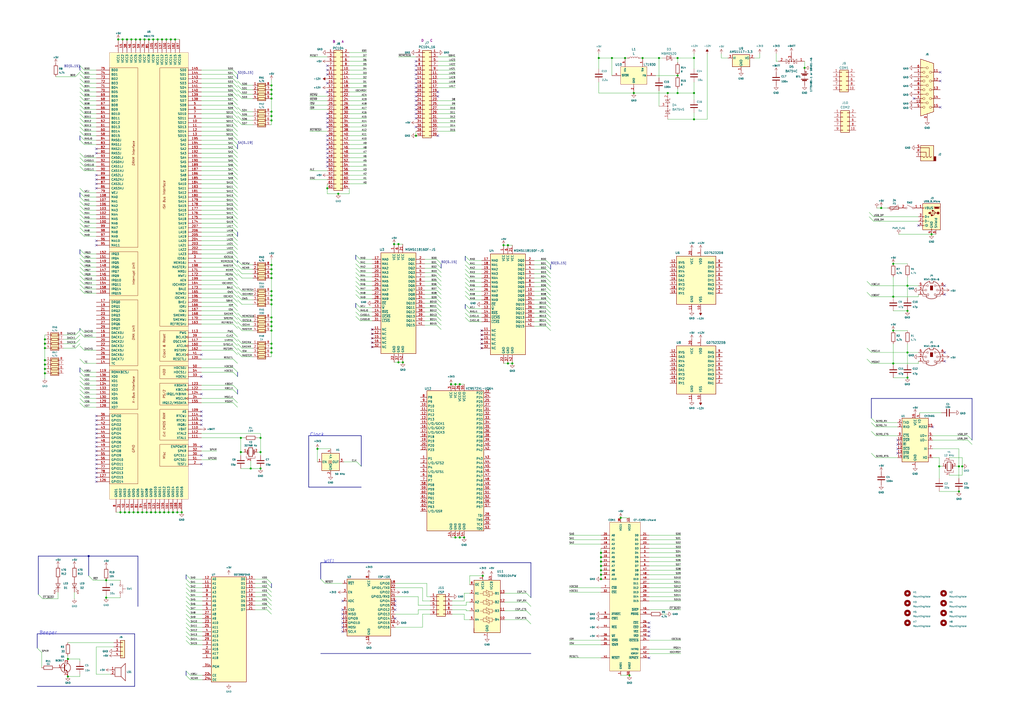
<source format=kicad_sch>
(kicad_sch (version 20210406) (generator eeschema)
  (paper "A2")
  (title_block (date "2021-03-24") (rev "A"))
  (lib_symbols
    (symbol "CPLD_Xilinx:XC9572XL-VQ64"
      (property "Reference" "U" (at -16.51 40.64 0))
      (property "Value" "XC9572XL-VQ64" (at -16.51 -43.18 0))
      (symbol "XC9572XL-VQ64_1_1"
        (pin bidirectional line (at -20.32 0 0) (length 3.81) (name "P1") (number "1"))
        (pin bidirectional line (at -20.32 30.48 0) (length 3.81) (name "P10") (number "10"))
        (pin bidirectional line (at -20.32 27.94 0) (length 3.81) (name "P11") (number "11"))
        (pin bidirectional line (at -20.32 25.4 0) (length 3.81) (name "P12") (number "12"))
        (pin bidirectional line (at -20.32 22.86 0) (length 3.81) (name "P13") (number "13"))
        (pin power_in line (at -2.54 -45.72 90) (length 3.81) (name "GND") (number "14"))
        (pin bidirectional line (at -20.32 20.32 0) (length 3.81) (name "I/O/GCK1") (number "15"))
        (pin bidirectional line (at -20.32 17.78 0) (length 3.81) (name "I/O/GCK2") (number "16"))
        (pin bidirectional line (at -20.32 15.24 0) (length 3.81) (name "I/O/GCK3") (number "17"))
        (pin bidirectional line (at -20.32 12.7 0) (length 3.81) (name "P18") (number "18"))
        (pin bidirectional line (at -20.32 10.16 0) (length 3.81) (name "P19") (number "19"))
        (pin bidirectional line (at -20.32 -2.54 0) (length 3.81) (name "I/O/GTS2") (number "2"))
        (pin bidirectional line (at -20.32 7.62 0) (length 3.81) (name "P20") (number "20"))
        (pin power_in line (at 0 -45.72 90) (length 3.81) (name "GND") (number "21"))
        (pin bidirectional line (at 20.32 38.1 180) (length 3.81) (name "P22") (number "22"))
        (pin bidirectional line (at -20.32 5.08 0) (length 3.81) (name "P23") (number "23"))
        (pin bidirectional line (at 20.32 35.56 180) (length 3.81) (name "P24") (number "24"))
        (pin bidirectional line (at 20.32 33.02 180) (length 3.81) (name "P25") (number "25"))
        (pin power_in line (at 2.54 43.18 270) (length 3.81) (name "VCCIO") (number "26"))
        (pin bidirectional line (at 20.32 30.48 180) (length 3.81) (name "P27") (number "27"))
        (pin input line (at 20.32 -33.02 180) (length 3.81) (name "TDI") (number "28"))
        (pin input line (at 20.32 -35.56 180) (length 3.81) (name "TMS") (number "29"))
        (pin power_in line (at -2.54 43.18 270) (length 3.81) (name "VCC") (number "3"))
        (pin input line (at 20.32 -38.1 180) (length 3.81) (name "TCK") (number "30"))
        (pin bidirectional line (at 20.32 27.94 180) (length 3.81) (name "P31") (number "31"))
        (pin bidirectional line (at 20.32 25.4 180) (length 3.81) (name "P32") (number "32"))
        (pin bidirectional line (at 20.32 22.86 180) (length 3.81) (name "P33") (number "33"))
        (pin bidirectional line (at 20.32 20.32 180) (length 3.81) (name "P34") (number "34"))
        (pin bidirectional line (at 20.32 17.78 180) (length 3.81) (name "P35") (number "35"))
        (pin bidirectional line (at 20.32 15.24 180) (length 3.81) (name "P36") (number "36"))
        (pin power_in line (at 0 43.18 270) (length 3.81) (name "VCC") (number "37"))
        (pin bidirectional line (at 20.32 12.7 180) (length 3.81) (name "P38") (number "38"))
        (pin bidirectional line (at 20.32 10.16 180) (length 3.81) (name "P39") (number "39"))
        (pin bidirectional line (at -20.32 -5.08 0) (length 3.81) (name "P4") (number "4"))
        (pin bidirectional line (at 20.32 7.62 180) (length 3.81) (name "P40") (number "40"))
        (pin power_in line (at 2.54 -45.72 90) (length 3.81) (name "GND") (number "41"))
        (pin bidirectional line (at 20.32 5.08 180) (length 3.81) (name "P42") (number "42"))
        (pin bidirectional line (at 20.32 0 180) (length 3.81) (name "P43") (number "43"))
        (pin bidirectional line (at 20.32 -2.54 180) (length 3.81) (name "P44") (number "44"))
        (pin bidirectional line (at 20.32 -5.08 180) (length 3.81) (name "P45") (number "45"))
        (pin bidirectional line (at 20.32 -7.62 180) (length 3.81) (name "P46") (number "46"))
        (pin bidirectional line (at 20.32 -10.16 180) (length 3.81) (name "P47") (number "47"))
        (pin bidirectional line (at 20.32 -12.7 180) (length 3.81) (name "P48") (number "48"))
        (pin bidirectional line (at 20.32 -15.24 180) (length 3.81) (name "P49") (number "49"))
        (pin bidirectional line (at -20.32 -7.62 0) (length 3.81) (name "I/O/GTS1") (number "5"))
        (pin bidirectional line (at 20.32 -17.78 180) (length 3.81) (name "P50") (number "50"))
        (pin bidirectional line (at 20.32 -20.32 180) (length 3.81) (name "P51") (number "51"))
        (pin bidirectional line (at 20.32 -22.86 180) (length 3.81) (name "P52") (number "52"))
        (pin output line (at 20.32 -40.64 180) (length 3.81) (name "TDO") (number "53"))
        (pin power_in line (at 5.08 -45.72 90) (length 3.81) (name "GND") (number "54"))
        (pin power_in line (at 5.08 43.18 270) (length 3.81) (name "VCCIO") (number "55"))
        (pin bidirectional line (at 20.32 -25.4 180) (length 3.81) (name "P56") (number "56"))
        (pin bidirectional line (at 20.32 -27.94 180) (length 3.81) (name "P57") (number "57"))
        (pin bidirectional line (at -20.32 -15.24 0) (length 3.81) (name "P58") (number "58"))
        (pin bidirectional line (at -20.32 -17.78 0) (length 3.81) (name "P59") (number "59"))
        (pin bidirectional line (at -20.32 -10.16 0) (length 3.81) (name "P6") (number "6"))
        (pin bidirectional line (at -20.32 -20.32 0) (length 3.81) (name "P60") (number "60"))
        (pin bidirectional line (at -20.32 -22.86 0) (length 3.81) (name "P61") (number "61"))
        (pin bidirectional line (at -20.32 -25.4 0) (length 3.81) (name "P62") (number "62"))
        (pin bidirectional line (at -20.32 -27.94 0) (length 3.81) (name "P63") (number "63"))
        (pin bidirectional line (at -20.32 -30.48 0) (length 3.81) (name "I/O/GSR") (number "64"))
        (pin bidirectional line (at -20.32 -12.7 0) (length 3.81) (name "P7") (number "7"))
        (pin bidirectional line (at -20.32 35.56 0) (length 3.81) (name "P8") (number "8"))
        (pin bidirectional line (at -20.32 33.02 0) (length 3.81) (name "P9") (number "9"))
      )
    )
    (symbol "Connector:AudioJack3"
      (property "Reference" "J" (at 0 8.89 0))
      (property "Value" "AudioJack3" (at 0 6.35 0))
      (symbol "AudioJack3_1_1"
        (pin passive line (at 5.08 0 180) (length 2.54) (name "~") (number "R"))
        (pin passive line (at 5.08 2.54 180) (length 2.54) (name "~") (number "S"))
        (pin passive line (at 5.08 -2.54 180) (length 2.54) (name "~") (number "T"))
      )
    )
    (symbol "Connector:DB15_Female_HighDensity_MountingHoles" (pin_names (offset 1.016) hide)
      (property "Reference" "J" (at 0 21.59 0))
      (property "Value" "DB15_Female_HighDensity_MountingHoles" (at 0 19.05 0))
      (symbol "DB15_Female_HighDensity_MountingHoles_1_1"
        (pin passive line (at 0 -17.78 90) (length 3.81) (name "~") (number "0"))
        (pin passive line (at -7.62 10.16 0) (length 5.08) (name "~") (number "1"))
        (pin passive line (at -7.62 -7.62 0) (length 5.08) (name "~") (number "10"))
        (pin passive line (at 7.62 10.16 180) (length 5.08) (name "~") (number "11"))
        (pin passive line (at 7.62 5.08 180) (length 5.08) (name "~") (number "12"))
        (pin passive line (at 7.62 0 180) (length 5.08) (name "~") (number "13"))
        (pin passive line (at 7.62 -5.08 180) (length 5.08) (name "~") (number "14"))
        (pin passive line (at 7.62 -10.16 180) (length 5.08) (name "~") (number "15"))
        (pin passive line (at -7.62 5.08 0) (length 5.08) (name "~") (number "2"))
        (pin passive line (at -7.62 0 0) (length 5.08) (name "~") (number "3"))
        (pin passive line (at -7.62 -5.08 0) (length 5.08) (name "~") (number "4"))
        (pin passive line (at -7.62 -10.16 0) (length 5.08) (name "~") (number "5"))
        (pin passive line (at -7.62 12.7 0) (length 5.08) (name "~") (number "6"))
        (pin passive line (at -7.62 7.62 0) (length 5.08) (name "~") (number "7"))
        (pin passive line (at -7.62 2.54 0) (length 5.08) (name "~") (number "8"))
        (pin passive line (at -7.62 -2.54 0) (length 5.08) (name "~") (number "9"))
      )
    )
    (symbol "Connector:Mini-DIN-6" (pin_names (offset 1.016))
      (property "Reference" "J" (at 0 6.35 0))
      (property "Value" "Mini-DIN-6" (at 0 -6.35 0))
      (symbol "Mini-DIN-6_1_1"
        (pin passive line (at 7.62 -2.54 180) (length 2.54) (name "~") (number "1"))
        (pin passive line (at -7.62 -2.54 0) (length 2.54) (name "~") (number "2"))
        (pin passive line (at 7.62 0 180) (length 2.54) (name "~") (number "3"))
        (pin passive line (at -7.62 0 0) (length 2.54) (name "~") (number "4"))
        (pin passive line (at 7.62 2.54 180) (length 2.54) (name "~") (number "5"))
        (pin passive line (at -7.62 2.54 0) (length 2.54) (name "~") (number "6"))
      )
    )
    (symbol "Connector:USB_B_Micro" (pin_names (offset 1.016))
      (property "Reference" "J" (at -5.08 11.43 0))
      (property "Value" "USB_B_Micro" (at -5.08 8.89 0))
      (symbol "USB_B_Micro_1_1"
        (pin power_out line (at 7.62 5.08 180) (length 2.54) (name "VBUS") (number "1"))
        (pin passive line (at 7.62 -2.54 180) (length 2.54) (name "D-") (number "2"))
        (pin passive line (at 7.62 0 180) (length 2.54) (name "D+") (number "3"))
        (pin passive line (at 7.62 -5.08 180) (length 2.54) (name "ID") (number "4"))
        (pin power_out line (at 0 -10.16 90) (length 2.54) (name "GND") (number "5"))
        (pin passive line (at -2.54 -10.16 90) (length 2.54) (name "Shield") (number "6"))
      )
    )
    (symbol "Connector_Generic:Conn_01x04" (pin_names (offset 1.016) hide)
      (property "Reference" "J" (at 0 5.08 0))
      (property "Value" "Conn_01x04" (at 0 -7.62 0))
      (symbol "Conn_01x04_1_1"
        (pin passive line (at -5.08 2.54 0) (length 3.81) (name "Pin_1") (number "1"))
        (pin passive line (at -5.08 0 0) (length 3.81) (name "Pin_2") (number "2"))
        (pin passive line (at -5.08 -2.54 0) (length 3.81) (name "Pin_3") (number "3"))
        (pin passive line (at -5.08 -5.08 0) (length 3.81) (name "Pin_4") (number "4"))
      )
    )
    (symbol "Connector_Generic:Conn_02x05_Odd_Even" (pin_names (offset 1.016) hide)
      (property "Reference" "J" (at 1.27 7.62 0))
      (property "Value" "Conn_02x05_Odd_Even" (at 1.27 -7.62 0))
      (symbol "Conn_02x05_Odd_Even_1_1"
        (pin passive line (at -5.08 5.08 0) (length 3.81) (name "Pin_1") (number "1"))
        (pin passive line (at 7.62 -5.08 180) (length 3.81) (name "Pin_10") (number "10"))
        (pin passive line (at 7.62 5.08 180) (length 3.81) (name "Pin_2") (number "2"))
        (pin passive line (at -5.08 2.54 0) (length 3.81) (name "Pin_3") (number "3"))
        (pin passive line (at 7.62 2.54 180) (length 3.81) (name "Pin_4") (number "4"))
        (pin passive line (at -5.08 0 0) (length 3.81) (name "Pin_5") (number "5"))
        (pin passive line (at 7.62 0 180) (length 3.81) (name "Pin_6") (number "6"))
        (pin passive line (at -5.08 -2.54 0) (length 3.81) (name "Pin_7") (number "7"))
        (pin passive line (at 7.62 -2.54 180) (length 3.81) (name "Pin_8") (number "8"))
        (pin passive line (at -5.08 -5.08 0) (length 3.81) (name "Pin_9") (number "9"))
      )
    )
    (symbol "Connector_Generic:Conn_02x20_Odd_Even" (pin_names (offset 1.016) hide)
      (property "Reference" "J" (at 1.27 25.4 0))
      (property "Value" "Conn_02x20_Odd_Even" (at 1.27 -27.94 0))
      (symbol "Conn_02x20_Odd_Even_1_1"
        (pin passive line (at -5.08 22.86 0) (length 3.81) (name "Pin_1") (number "1"))
        (pin passive line (at 7.62 12.7 180) (length 3.81) (name "Pin_10") (number "10"))
        (pin passive line (at -5.08 10.16 0) (length 3.81) (name "Pin_11") (number "11"))
        (pin passive line (at 7.62 10.16 180) (length 3.81) (name "Pin_12") (number "12"))
        (pin passive line (at -5.08 7.62 0) (length 3.81) (name "Pin_13") (number "13"))
        (pin passive line (at 7.62 7.62 180) (length 3.81) (name "Pin_14") (number "14"))
        (pin passive line (at -5.08 5.08 0) (length 3.81) (name "Pin_15") (number "15"))
        (pin passive line (at 7.62 5.08 180) (length 3.81) (name "Pin_16") (number "16"))
        (pin passive line (at -5.08 2.54 0) (length 3.81) (name "Pin_17") (number "17"))
        (pin passive line (at 7.62 2.54 180) (length 3.81) (name "Pin_18") (number "18"))
        (pin passive line (at -5.08 0 0) (length 3.81) (name "Pin_19") (number "19"))
        (pin passive line (at 7.62 22.86 180) (length 3.81) (name "Pin_2") (number "2"))
        (pin passive line (at 7.62 0 180) (length 3.81) (name "Pin_20") (number "20"))
        (pin passive line (at -5.08 -2.54 0) (length 3.81) (name "Pin_21") (number "21"))
        (pin passive line (at 7.62 -2.54 180) (length 3.81) (name "Pin_22") (number "22"))
        (pin passive line (at -5.08 -5.08 0) (length 3.81) (name "Pin_23") (number "23"))
        (pin passive line (at 7.62 -5.08 180) (length 3.81) (name "Pin_24") (number "24"))
        (pin passive line (at -5.08 -7.62 0) (length 3.81) (name "Pin_25") (number "25"))
        (pin passive line (at 7.62 -7.62 180) (length 3.81) (name "Pin_26") (number "26"))
        (pin passive line (at -5.08 -10.16 0) (length 3.81) (name "Pin_27") (number "27"))
        (pin passive line (at 7.62 -10.16 180) (length 3.81) (name "Pin_28") (number "28"))
        (pin passive line (at -5.08 -12.7 0) (length 3.81) (name "Pin_29") (number "29"))
        (pin passive line (at -5.08 20.32 0) (length 3.81) (name "Pin_3") (number "3"))
        (pin passive line (at 7.62 -12.7 180) (length 3.81) (name "Pin_30") (number "30"))
        (pin passive line (at -5.08 -15.24 0) (length 3.81) (name "Pin_31") (number "31"))
        (pin passive line (at 7.62 -15.24 180) (length 3.81) (name "Pin_32") (number "32"))
        (pin passive line (at -5.08 -17.78 0) (length 3.81) (name "Pin_33") (number "33"))
        (pin passive line (at 7.62 -17.78 180) (length 3.81) (name "Pin_34") (number "34"))
        (pin passive line (at -5.08 -20.32 0) (length 3.81) (name "Pin_35") (number "35"))
        (pin passive line (at 7.62 -20.32 180) (length 3.81) (name "Pin_36") (number "36"))
        (pin passive line (at -5.08 -22.86 0) (length 3.81) (name "Pin_37") (number "37"))
        (pin passive line (at 7.62 -22.86 180) (length 3.81) (name "Pin_38") (number "38"))
        (pin passive line (at -5.08 -25.4 0) (length 3.81) (name "Pin_39") (number "39"))
        (pin passive line (at 7.62 20.32 180) (length 3.81) (name "Pin_4") (number "4"))
        (pin passive line (at 7.62 -25.4 180) (length 3.81) (name "Pin_40") (number "40"))
        (pin passive line (at -5.08 17.78 0) (length 3.81) (name "Pin_5") (number "5"))
        (pin passive line (at 7.62 17.78 180) (length 3.81) (name "Pin_6") (number "6"))
        (pin passive line (at -5.08 15.24 0) (length 3.81) (name "Pin_7") (number "7"))
        (pin passive line (at 7.62 15.24 180) (length 3.81) (name "Pin_8") (number "8"))
        (pin passive line (at -5.08 12.7 0) (length 3.81) (name "Pin_9") (number "9"))
      )
    )
    (symbol "Connector_Generic:Conn_02x32_Odd_Even" (pin_names (offset 1.016) hide)
      (property "Reference" "J" (at 1.27 40.64 0))
      (property "Value" "Conn_02x32_Odd_Even" (at 1.27 -43.18 0))
      (symbol "Conn_02x32_Odd_Even_1_1"
        (pin passive line (at -5.08 38.1 0) (length 3.81) (name "Pin_1") (number "1"))
        (pin passive line (at 7.62 27.94 180) (length 3.81) (name "Pin_10") (number "10"))
        (pin passive line (at -5.08 25.4 0) (length 3.81) (name "Pin_11") (number "11"))
        (pin passive line (at 7.62 25.4 180) (length 3.81) (name "Pin_12") (number "12"))
        (pin passive line (at -5.08 22.86 0) (length 3.81) (name "Pin_13") (number "13"))
        (pin passive line (at 7.62 22.86 180) (length 3.81) (name "Pin_14") (number "14"))
        (pin passive line (at -5.08 20.32 0) (length 3.81) (name "Pin_15") (number "15"))
        (pin passive line (at 7.62 20.32 180) (length 3.81) (name "Pin_16") (number "16"))
        (pin passive line (at -5.08 17.78 0) (length 3.81) (name "Pin_17") (number "17"))
        (pin passive line (at 7.62 17.78 180) (length 3.81) (name "Pin_18") (number "18"))
        (pin passive line (at -5.08 15.24 0) (length 3.81) (name "Pin_19") (number "19"))
        (pin passive line (at 7.62 38.1 180) (length 3.81) (name "Pin_2") (number "2"))
        (pin passive line (at 7.62 15.24 180) (length 3.81) (name "Pin_20") (number "20"))
        (pin passive line (at -5.08 12.7 0) (length 3.81) (name "Pin_21") (number "21"))
        (pin passive line (at 7.62 12.7 180) (length 3.81) (name "Pin_22") (number "22"))
        (pin passive line (at -5.08 10.16 0) (length 3.81) (name "Pin_23") (number "23"))
        (pin passive line (at 7.62 10.16 180) (length 3.81) (name "Pin_24") (number "24"))
        (pin passive line (at -5.08 7.62 0) (length 3.81) (name "Pin_25") (number "25"))
        (pin passive line (at 7.62 7.62 180) (length 3.81) (name "Pin_26") (number "26"))
        (pin passive line (at -5.08 5.08 0) (length 3.81) (name "Pin_27") (number "27"))
        (pin passive line (at 7.62 5.08 180) (length 3.81) (name "Pin_28") (number "28"))
        (pin passive line (at -5.08 2.54 0) (length 3.81) (name "Pin_29") (number "29"))
        (pin passive line (at -5.08 35.56 0) (length 3.81) (name "Pin_3") (number "3"))
        (pin passive line (at 7.62 2.54 180) (length 3.81) (name "Pin_30") (number "30"))
        (pin passive line (at -5.08 0 0) (length 3.81) (name "Pin_31") (number "31"))
        (pin passive line (at 7.62 0 180) (length 3.81) (name "Pin_32") (number "32"))
        (pin passive line (at -5.08 -2.54 0) (length 3.81) (name "Pin_33") (number "33"))
        (pin passive line (at 7.62 -2.54 180) (length 3.81) (name "Pin_34") (number "34"))
        (pin passive line (at -5.08 -5.08 0) (length 3.81) (name "Pin_35") (number "35"))
        (pin passive line (at 7.62 -5.08 180) (length 3.81) (name "Pin_36") (number "36"))
        (pin passive line (at -5.08 -7.62 0) (length 3.81) (name "Pin_37") (number "37"))
        (pin passive line (at 7.62 -7.62 180) (length 3.81) (name "Pin_38") (number "38"))
        (pin passive line (at -5.08 -10.16 0) (length 3.81) (name "Pin_39") (number "39"))
        (pin passive line (at 7.62 35.56 180) (length 3.81) (name "Pin_4") (number "4"))
        (pin passive line (at 7.62 -10.16 180) (length 3.81) (name "Pin_40") (number "40"))
        (pin passive line (at -5.08 -12.7 0) (length 3.81) (name "Pin_41") (number "41"))
        (pin passive line (at 7.62 -12.7 180) (length 3.81) (name "Pin_42") (number "42"))
        (pin passive line (at -5.08 -15.24 0) (length 3.81) (name "Pin_43") (number "43"))
        (pin passive line (at 7.62 -15.24 180) (length 3.81) (name "Pin_44") (number "44"))
        (pin passive line (at -5.08 -17.78 0) (length 3.81) (name "Pin_45") (number "45"))
        (pin passive line (at 7.62 -17.78 180) (length 3.81) (name "Pin_46") (number "46"))
        (pin passive line (at -5.08 -20.32 0) (length 3.81) (name "Pin_47") (number "47"))
        (pin passive line (at 7.62 -20.32 180) (length 3.81) (name "Pin_48") (number "48"))
        (pin passive line (at -5.08 -22.86 0) (length 3.81) (name "Pin_49") (number "49"))
        (pin passive line (at -5.08 33.02 0) (length 3.81) (name "Pin_5") (number "5"))
        (pin passive line (at 7.62 -22.86 180) (length 3.81) (name "Pin_50") (number "50"))
        (pin passive line (at -5.08 -25.4 0) (length 3.81) (name "Pin_51") (number "51"))
        (pin passive line (at 7.62 -25.4 180) (length 3.81) (name "Pin_52") (number "52"))
        (pin passive line (at -5.08 -27.94 0) (length 3.81) (name "Pin_53") (number "53"))
        (pin passive line (at 7.62 -27.94 180) (length 3.81) (name "Pin_54") (number "54"))
        (pin passive line (at -5.08 -30.48 0) (length 3.81) (name "Pin_55") (number "55"))
        (pin passive line (at 7.62 -30.48 180) (length 3.81) (name "Pin_56") (number "56"))
        (pin passive line (at -5.08 -33.02 0) (length 3.81) (name "Pin_57") (number "57"))
        (pin passive line (at 7.62 -33.02 180) (length 3.81) (name "Pin_58") (number "58"))
        (pin passive line (at -5.08 -35.56 0) (length 3.81) (name "Pin_59") (number "59"))
        (pin passive line (at 7.62 33.02 180) (length 3.81) (name "Pin_6") (number "6"))
        (pin passive line (at 7.62 -35.56 180) (length 3.81) (name "Pin_60") (number "60"))
        (pin passive line (at -5.08 -38.1 0) (length 3.81) (name "Pin_61") (number "61"))
        (pin passive line (at 7.62 -38.1 180) (length 3.81) (name "Pin_62") (number "62"))
        (pin passive line (at -5.08 -40.64 0) (length 3.81) (name "Pin_63") (number "63"))
        (pin passive line (at 7.62 -40.64 180) (length 3.81) (name "Pin_64") (number "64"))
        (pin passive line (at -5.08 30.48 0) (length 3.81) (name "Pin_7") (number "7"))
        (pin passive line (at 7.62 30.48 180) (length 3.81) (name "Pin_8") (number "8"))
        (pin passive line (at -5.08 27.94 0) (length 3.81) (name "Pin_9") (number "9"))
      )
    )
    (symbol "Device:Battery" (pin_numbers hide) (pin_names (offset 0) hide)
      (property "Reference" "BT" (at 2.54 2.54 0))
      (property "Value" "Battery" (at 2.54 0 0))
      (symbol "Battery_1_1"
        (pin passive line (at 0 5.08 270) (length 2.54) (name "+") (number "1"))
        (pin passive line (at 0 -5.08 90) (length 2.54) (name "-") (number "2"))
      )
    )
    (symbol "Device:C" (pin_numbers hide) (pin_names (offset 0.254))
      (property "Reference" "C" (at 0.635 2.54 0))
      (property "Value" "C" (at 0.635 -2.54 0))
      (symbol "C_1_1"
        (pin passive line (at 0 3.81 270) (length 2.794) (name "~") (number "1"))
        (pin passive line (at 0 -3.81 90) (length 2.794) (name "~") (number "2"))
      )
    )
    (symbol "Device:Crystal_GND24" (pin_names (offset 1.016) hide)
      (property "Reference" "Y" (at 3.175 5.08 0))
      (property "Value" "Crystal_GND24" (at 3.175 3.175 0))
      (symbol "Crystal_GND24_1_1"
        (pin passive line (at -3.81 0 0) (length 1.27) (name "1") (number "1"))
        (pin passive line (at 0 5.08 270) (length 1.27) (name "2") (number "2"))
        (pin passive line (at 3.81 0 180) (length 1.27) (name "3") (number "3"))
        (pin passive line (at 0 -5.08 90) (length 1.27) (name "4") (number "4"))
      )
    )
    (symbol "Device:Crystal_GND3" (pin_names (offset 1.016) hide)
      (property "Reference" "Y" (at 0 5.715 0))
      (property "Value" "Crystal_GND3" (at 0 3.81 0))
      (symbol "Crystal_GND3_1_1"
        (pin passive line (at -3.81 0 0) (length 1.27) (name "1") (number "1"))
        (pin passive line (at 3.81 0 180) (length 1.27) (name "2") (number "2"))
        (pin passive line (at 0 -5.08 90) (length 1.27) (name "3") (number "3"))
      )
    )
    (symbol "Device:L" (pin_numbers hide) (pin_names (offset 1.016) hide)
      (property "Reference" "L" (at -1.27 0 90))
      (property "Value" "L" (at 1.905 0 90))
      (symbol "L_1_1"
        (pin passive line (at 0 3.81 270) (length 1.27) (name "1") (number "1"))
        (pin passive line (at 0 -3.81 90) (length 1.27) (name "2") (number "2"))
      )
    )
    (symbol "Device:LED" (pin_numbers hide) (pin_names (offset 1.016) hide)
      (property "Reference" "D" (at 0 2.54 0))
      (property "Value" "LED" (at 0 -2.54 0))
      (symbol "LED_1_1"
        (pin passive line (at -3.81 0 0) (length 2.54) (name "K") (number "1"))
        (pin passive line (at 3.81 0 180) (length 2.54) (name "A") (number "2"))
      )
    )
    (symbol "Device:Polyfuse" (pin_numbers hide) (pin_names (offset 0))
      (property "Reference" "F" (at -2.54 0 90))
      (property "Value" "Polyfuse" (at 2.54 0 90))
      (symbol "Polyfuse_1_1"
        (pin passive line (at 0 3.81 270) (length 1.27) (name "~") (number "1"))
        (pin passive line (at 0 -3.81 90) (length 1.27) (name "~") (number "2"))
      )
    )
    (symbol "Device:R" (pin_numbers hide) (pin_names (offset 0))
      (property "Reference" "R" (at 2.032 0 90))
      (property "Value" "R" (at 0 0 90))
      (symbol "R_1_1"
        (pin passive line (at 0 3.81 270) (length 1.27) (name "~") (number "1"))
        (pin passive line (at 0 -3.81 90) (length 1.27) (name "~") (number "2"))
      )
    )
    (symbol "Device:R_Pack04" (pin_names (offset 0) hide)
      (property "Reference" "RN" (at -7.62 0 90))
      (property "Value" "R_Pack04" (at 5.08 0 90))
      (symbol "R_Pack04_1_1"
        (pin passive line (at -5.08 -5.08 90) (length 2.54) (name "R1.1") (number "1"))
        (pin passive line (at -2.54 -5.08 90) (length 2.54) (name "R2.1") (number "2"))
        (pin passive line (at 0 -5.08 90) (length 2.54) (name "R3.1") (number "3"))
        (pin passive line (at 2.54 -5.08 90) (length 2.54) (name "R4.1") (number "4"))
        (pin passive line (at 2.54 5.08 270) (length 2.54) (name "R4.2") (number "5"))
        (pin passive line (at 0 5.08 270) (length 2.54) (name "R3.2") (number "6"))
        (pin passive line (at -2.54 5.08 270) (length 2.54) (name "R2.2") (number "7"))
        (pin passive line (at -5.08 5.08 270) (length 2.54) (name "R1.2") (number "8"))
      )
    )
    (symbol "Device:Speaker" (pin_names (offset 0) hide)
      (property "Reference" "LS" (at 1.27 5.715 0))
      (property "Value" "Speaker" (at 1.27 3.81 0))
      (symbol "Speaker_1_1"
        (pin input line (at -5.08 0 0) (length 2.54) (name "1") (number "1"))
        (pin input line (at -5.08 -2.54 0) (length 2.54) (name "2") (number "2"))
      )
    )
    (symbol "Diode:BAT54C" (pin_names (offset 1.016))
      (property "Reference" "D" (at 0.635 -3.81 0))
      (property "Value" "BAT54C" (at -6.35 3.175 0))
      (symbol "BAT54C_1_1"
        (pin passive line (at -7.62 0 0) (length 3.81) (name "~") (number "1"))
        (pin passive line (at 7.62 0 180) (length 3.81) (name "~") (number "2"))
        (pin passive line (at 0 -5.08 90) (length 5.08) (name "~") (number "3"))
      )
    )
    (symbol "Diode:BAT54S" (pin_names (offset 1.016))
      (property "Reference" "D" (at 0.635 -3.81 0))
      (property "Value" "BAT54S" (at -6.35 3.175 0))
      (symbol "BAT54S_1_1"
        (pin passive line (at -7.62 0 0) (length 3.81) (name "~") (number "1"))
        (pin passive line (at 7.62 0 180) (length 3.81) (name "~") (number "2"))
        (pin passive line (at 0 -5.08 90) (length 5.08) (name "~") (number "3"))
      )
    )
    (symbol "Diode:MBR0520" (pin_numbers hide) (pin_names (offset 1.016) hide)
      (property "Reference" "D" (at 0 2.54 0))
      (property "Value" "MBR0520" (at 0 -2.54 0))
      (symbol "MBR0520_1_1"
        (pin passive line (at -3.81 0 0) (length 2.54) (name "K") (number "1"))
        (pin passive line (at 3.81 0 180) (length 2.54) (name "A") (number "2"))
      )
    )
    (symbol "Interface_UART:GD75232DB" (pin_names (offset 1.016))
      (property "Reference" "U" (at -11.43 15.24 0))
      (property "Value" "GD75232DB" (at 5.08 15.24 0))
      (symbol "GD75232DB_1_1"
        (pin power_in line (at 2.54 17.78 270) (length 3.81) (name "VDD") (number "1"))
        (pin power_in line (at 2.54 -17.78 90) (length 3.81) (name "VSS") (number "10"))
        (pin power_in line (at -2.54 -17.78 90) (length 3.81) (name "GND") (number "11"))
        (pin output line (at -15.24 10.16 0) (length 3.81) (name "RY5") (number "12"))
        (pin input line (at -15.24 7.62 0) (length 3.81) (name "DA3") (number "13"))
        (pin output line (at -15.24 5.08 0) (length 3.81) (name "RY4") (number "14"))
        (pin input line (at -15.24 2.54 0) (length 3.81) (name "DA2") (number "15"))
        (pin input line (at -15.24 0 0) (length 3.81) (name "DA1") (number "16"))
        (pin output line (at -15.24 -2.54 0) (length 3.81) (name "RY3") (number "17"))
        (pin output line (at -15.24 -5.08 0) (length 3.81) (name "RY2") (number "18"))
        (pin output line (at -15.24 -7.62 0) (length 3.81) (name "RY1") (number "19"))
        (pin input line (at 15.24 -7.62 180) (length 3.81) (name "RA1") (number "2"))
        (pin power_in line (at -2.54 17.78 270) (length 3.81) (name "VCC") (number "20"))
        (pin input line (at 15.24 -5.08 180) (length 3.81) (name "RA2") (number "3"))
        (pin input line (at 15.24 -2.54 180) (length 3.81) (name "RA3") (number "4"))
        (pin output line (at 15.24 0 180) (length 3.81) (name "DY1") (number "5"))
        (pin output line (at 15.24 2.54 180) (length 3.81) (name "DY2") (number "6"))
        (pin input line (at 15.24 5.08 180) (length 3.81) (name "RA4") (number "7"))
        (pin output line (at 15.24 7.62 180) (length 3.81) (name "DY3") (number "8"))
        (pin input line (at 15.24 10.16 180) (length 3.81) (name "RA5") (number "9"))
      )
    )
    (symbol "Interface_USB:CH340G"
      (property "Reference" "U" (at -5.08 13.97 0))
      (property "Value" "CH340G" (at 1.27 13.97 0))
      (symbol "CH340G_1_1"
        (pin power_in line (at 0 -15.24 90) (length 2.54) (name "GND") (number "1"))
        (pin input line (at 10.16 0 180) (length 2.54) (name "~DSR") (number "10"))
        (pin input line (at 10.16 -2.54 180) (length 2.54) (name "~RI") (number "11"))
        (pin input line (at 10.16 -5.08 180) (length 2.54) (name "~DCD") (number "12"))
        (pin output line (at 10.16 -7.62 180) (length 2.54) (name "~DTR") (number "13"))
        (pin output line (at 10.16 -10.16 180) (length 2.54) (name "~RTS") (number "14"))
        (pin input line (at -10.16 7.62 0) (length 2.54) (name "R232") (number "15"))
        (pin power_in line (at 0 15.24 270) (length 2.54) (name "VCC") (number "16"))
        (pin output line (at 10.16 10.16 180) (length 2.54) (name "TXD") (number "2"))
        (pin input line (at 10.16 7.62 180) (length 2.54) (name "RXD") (number "3"))
        (pin passive line (at -2.54 15.24 270) (length 2.54) (name "V3") (number "4"))
        (pin bidirectional line (at -10.16 2.54 0) (length 2.54) (name "UD+") (number "5"))
        (pin bidirectional line (at -10.16 0 0) (length 2.54) (name "UD-") (number "6"))
        (pin input line (at -10.16 -5.08 0) (length 2.54) (name "XI") (number "7"))
        (pin output line (at -10.16 -10.16 0) (length 2.54) (name "XO") (number "8"))
        (pin input line (at 10.16 2.54 180) (length 2.54) (name "~CTS") (number "9"))
      )
    )
    (symbol "Logic_LevelTranslator:TXB0104PW"
      (property "Reference" "U" (at -6.35 16.51 0))
      (property "Value" "TXB0104PW" (at 3.81 16.51 0))
      (symbol "TXB0104PW_1_1"
        (pin power_in line (at -2.54 17.78 270) (length 2.54) (name "VCCA") (number "1"))
        (pin bidirectional line (at 10.16 -7.62 180) (length 2.54) (name "B4") (number "10"))
        (pin bidirectional line (at 10.16 -2.54 180) (length 2.54) (name "B3") (number "11"))
        (pin bidirectional line (at 10.16 2.54 180) (length 2.54) (name "B2") (number "12"))
        (pin bidirectional line (at 10.16 7.62 180) (length 2.54) (name "B1") (number "13"))
        (pin power_in line (at 2.54 17.78 270) (length 2.54) (name "VCCB") (number "14"))
        (pin bidirectional line (at -10.16 7.62 0) (length 2.54) (name "A1") (number "2"))
        (pin bidirectional line (at -10.16 2.54 0) (length 2.54) (name "A2") (number "3"))
        (pin bidirectional line (at -10.16 -2.54 0) (length 2.54) (name "A3") (number "4"))
        (pin bidirectional line (at -10.16 -7.62 0) (length 2.54) (name "A4") (number "5"))
        (pin no_connect line (at -10.16 -12.7 0) (length 2.54) hide (name "NC") (number "6"))
        (pin power_in line (at 0 -17.78 90) (length 2.54) (name "GND") (number "7"))
        (pin input line (at -10.16 12.7 0) (length 2.54) (name "OE") (number "8"))
        (pin no_connect line (at 10.16 -12.7 180) (length 2.54) hide (name "NC") (number "9"))
      )
    )
    (symbol "M6117D:M6117D" (pin_names (offset 1.016))
      (property "Reference" "U" (at 0 -3.81 0))
      (property "Value" "M6117D" (at 0 3.81 0))
      (symbol "M6117D_0_0"
        (text "Clock & Reset" (at 8.89 -40.64 900) (effects (font (size 1.27 1.27) italic)))
        (text "DMA Unit" (at -8.89 -33.02 900) (effects (font (size 1.27 1.27) italic)))
        (text "DRAM interface" (at -8.89 71.12 900) (effects (font (size 1.27 1.27) italic)))
        (text "Ext CMOS RAM" (at 8.89 -86.36 900) (effects (font (size 1.27 1.27) italic)))
        (text "GPIO" (at -8.89 -100.33 900) (effects (font (size 1.27 1.27) italic)))
        (text "HDD" (at 8.89 -55.88 900) (effects (font (size 1.27 1.27) italic)))
        (text "Interrupt Unit" (at -8.89 1.27 900) (effects (font (size 1.27 1.27) italic)))
        (text "ISA Bus interface" (at 8.89 46.99 900) (effects (font (size 1.27 1.27) italic)))
        (text "Misc" (at 8.89 -104.14 900) (effects (font (size 1.27 1.27) italic)))
        (text "PS/2" (at 8.89 -68.58 900) (effects (font (size 1.27 1.27) italic)))
        (text "X-Bus interface" (at -8.89 -66.04 900) (effects (font (size 1.27 1.27) italic)))
      )
      (symbol "M6117D_1_1"
        (pin power_in line (at -17.78 137.16 270) (length 7.62) (name "VCC1") (number "1"))
        (pin bidirectional line (at 30.48 88.9 180) (length 7.62) (name "SD12") (number "10"))
        (pin output line (at -30.48 30.48 0) (length 7.62) (name "MA6") (number "100"))
        (pin output line (at -30.48 33.02 0) (length 7.62) (name "MA5") (number "101"))
        (pin output line (at -30.48 35.56 0) (length 7.62) (name "MA4") (number "102"))
        (pin output line (at -30.48 38.1 0) (length 7.62) (name "MA3") (number "103"))
        (pin power_in line (at -1.27 -137.16 90) (length 7.62) (name "GND8") (number "104"))
        (pin power_in line (at 2.54 137.16 270) (length 7.62) (name "VCC9") (number "105"))
        (pin output line (at -30.48 40.64 0) (length 7.62) (name "MA2") (number "106"))
        (pin output line (at -30.48 43.18 0) (length 7.62) (name "MA1") (number "107"))
        (pin output line (at -30.48 45.72 0) (length 7.62) (name "MA0") (number "108"))
        (pin output line (at 30.48 -78.74 180) (length 7.62) (name "AS") (number "109"))
        (pin bidirectional line (at 30.48 86.36 180) (length 7.62) (name "SD13") (number "11"))
        (pin power_in line (at 30.48 -88.9 180) (length 7.62) (name "VBAT") (number "110"))
        (pin input line (at 30.48 -93.98 180) (length 7.62) (name "XTAL1") (number "111"))
        (pin input line (at 30.48 -91.44 180) (length 7.62) (name "XTAL2") (number "112"))
        (pin input line (at 30.48 -33.02 180) (length 7.62) (name "PWG") (number "113"))
        (pin input line (at 30.48 -81.28 180) (length 7.62) (name "RTCWJ") (number "114"))
        (pin output line (at 30.48 -83.82 180) (length 7.62) (name "RTCRJ") (number "115"))
        (pin input line (at 30.48 -86.36 180) (length 7.62) (name "IRQ8J") (number "116"))
        (pin input line (at 30.48 -38.1 180) (length 7.62) (name "OSC14M") (number "117"))
        (pin power_in line (at 1.27 -137.16 90) (length 7.62) (name "GND9") (number "118"))
        (pin bidirectional line (at -30.48 -55.88 0) (length 7.62) (name "ROMKBCSJ") (number "119"))
        (pin bidirectional line (at 30.48 83.82 180) (length 7.62) (name "SD14") (number "12"))
        (pin output line (at 30.48 -48.26 180) (length 7.62) (name "RESETLJ") (number "120"))
        (pin power_in line (at 3.81 -137.16 90) (length 7.62) (name "GND10") (number "121"))
        (pin bidirectional clock (at 30.48 -66.04 180) (length 7.62) (name "KBCLK") (number "122"))
        (pin bidirectional line (at 30.48 -63.5 180) (length 7.62) (name "KBDATA") (number "123"))
        (pin bidirectional line (at 30.48 -68.58 180) (length 7.62) (name "IRQ1/KBINH") (number "124"))
        (pin power_in line (at 5.08 137.16 270) (length 7.62) (name "VCC11") (number "125"))
        (pin bidirectional line (at -30.48 -119.38 0) (length 7.62) (name "GPIO14") (number "126"))
        (pin bidirectional line (at -30.48 -116.84 0) (length 7.62) (name "GPIO15") (number "127"))
        (pin bidirectional line (at -30.48 -76.2 0) (length 7.62) (name "XD7") (number "128"))
        (pin bidirectional line (at -30.48 -73.66 0) (length 7.62) (name "XD6") (number "129"))
        (pin bidirectional line (at 30.48 81.28 180) (length 7.62) (name "SD15") (number "13"))
        (pin bidirectional line (at -30.48 -71.12 0) (length 7.62) (name "XD5") (number "130"))
        (pin bidirectional line (at -30.48 -68.58 0) (length 7.62) (name "XD4") (number "131"))
        (pin power_in line (at 6.35 -137.16 90) (length 7.62) (name "GND11") (number "132"))
        (pin bidirectional line (at -30.48 -66.04 0) (length 7.62) (name "XD3") (number "133"))
        (pin bidirectional line (at -30.48 -63.5 0) (length 7.62) (name "XD2") (number "134"))
        (pin bidirectional line (at -30.48 -60.96 0) (length 7.62) (name "XD1") (number "135"))
        (pin bidirectional line (at -30.48 -58.42 0) (length 7.62) (name "XD0") (number "136"))
        (pin power_in line (at 7.62 137.16 270) (length 7.62) (name "VCC12") (number "137"))
        (pin bidirectional line (at 30.48 101.6 180) (length 7.62) (name "SD7") (number "138"))
        (pin bidirectional line (at 30.48 104.14 180) (length 7.62) (name "SD6") (number "139"))
        (pin output line (at -30.48 -50.8 0) (length 7.62) (name "TC") (number "14"))
        (pin bidirectional line (at 30.48 106.68 180) (length 7.62) (name "SD5") (number "140"))
        (pin bidirectional line (at 30.48 109.22 180) (length 7.62) (name "SD4") (number "141"))
        (pin bidirectional line (at 30.48 111.76 180) (length 7.62) (name "SD3") (number "142"))
        (pin bidirectional line (at 30.48 114.3 180) (length 7.62) (name "SD2") (number "143"))
        (pin bidirectional line (at 30.48 116.84 180) (length 7.62) (name "SD1") (number "144"))
        (pin bidirectional line (at 30.48 119.38 180) (length 7.62) (name "SD0") (number "145"))
        (pin input line (at -30.48 0 0) (length 7.62) (name "IRQ9") (number "146"))
        (pin input line (at -30.48 2.54 0) (length 7.62) (name "IRQ7") (number "147"))
        (pin input line (at -30.48 5.08 0) (length 7.62) (name "IRQ6") (number "148"))
        (pin input line (at -30.48 7.62 0) (length 7.62) (name "IRQ5") (number "149"))
        (pin power_in line (at -15.24 137.16 270) (length 7.62) (name "VCC2") (number "15"))
        (pin power_in line (at 10.16 137.16 270) (length 7.62) (name "VCC13") (number "150"))
        (pin input line (at -30.48 10.16 0) (length 7.62) (name "IRQ4") (number "151"))
        (pin input line (at -30.48 12.7 0) (length 7.62) (name "IRQ3") (number "152"))
        (pin input line (at -30.48 -2.54 0) (length 7.62) (name "IRQ10") (number "153"))
        (pin input line (at -30.48 -5.08 0) (length 7.62) (name "IRQ11") (number "154"))
        (pin bidirectional line (at 30.48 -73.66 180) (length 7.62) (name "IRQ12/MSDATA") (number "155"))
        (pin power_in line (at 8.89 -137.16 90) (length 7.62) (name "GND12") (number "156"))
        (pin power_in line (at 12.7 137.16 270) (length 7.62) (name "VCC14") (number "157"))
        (pin input line (at -30.48 -7.62 0) (length 7.62) (name "IRQ14") (number "158"))
        (pin input line (at -30.48 -10.16 0) (length 7.62) (name "IRQ15") (number "159"))
        (pin bidirectional line (at -30.48 -33.02 0) (length 7.62) (name "DACK0J") (number "16"))
        (pin output clock (at 30.48 -40.64 180) (length 7.62) (name "ATCLK") (number "160"))
        (pin power_in line (at 11.43 -137.16 90) (length 7.62) (name "GND13") (number "161"))
        (pin output line (at 30.48 -43.18 180) (length 7.62) (name "RSTDRV") (number "162"))
        (pin bidirectional line (at 30.48 -27.94 180) (length 7.62) (name "REFRESHJ") (number "163"))
        (pin input line (at 30.48 -5.08 180) (length 7.62) (name "IOCHRDY") (number "164"))
        (pin input line (at 30.48 -10.16 180) (length 7.62) (name "NOWSJ") (number "165"))
        (pin bidirectional line (at 30.48 -17.78 180) (length 7.62) (name "IORJ") (number "166"))
        (pin bidirectional line (at 30.48 -20.32 180) (length 7.62) (name "IOWJ") (number "167"))
        (pin output line (at 30.48 -22.86 180) (length 7.62) (name "SMEMRJ") (number "168"))
        (pin power_in line (at 13.97 -137.16 90) (length 7.62) (name "GND14") (number "169"))
        (pin bidirectional line (at -30.48 -15.24 0) (length 7.62) (name "DRQ0") (number "17"))
        (pin output line (at 30.48 -25.4 180) (length 7.62) (name "SMEMWJ") (number "170"))
        (pin bidirectional line (at 30.48 2.54 180) (length 7.62) (name "MRDJ") (number "171"))
        (pin bidirectional line (at 30.48 0 180) (length 7.62) (name "MWTJ") (number "172"))
        (pin output line (at 30.48 -7.62 180) (length 7.62) (name "BALE") (number "173"))
        (pin bidirectional line (at 30.48 30.48 180) (length 7.62) (name "SA19") (number "174"))
        (pin bidirectional line (at 30.48 33.02 180) (length 7.62) (name "SA18") (number "175"))
        (pin bidirectional line (at 30.48 35.56 180) (length 7.62) (name "SA17") (number "176"))
        (pin bidirectional line (at 30.48 38.1 180) (length 7.62) (name "SA16") (number "177"))
        (pin bidirectional line (at 30.48 40.64 180) (length 7.62) (name "SA15") (number "178"))
        (pin bidirectional line (at 30.48 43.18 180) (length 7.62) (name "SA14") (number "179"))
        (pin bidirectional line (at -30.48 -35.56 0) (length 7.62) (name "DACK1J") (number "18"))
        (pin bidirectional line (at 30.48 45.72 180) (length 7.62) (name "SA13") (number "180"))
        (pin bidirectional line (at 30.48 48.26 180) (length 7.62) (name "SA12") (number "181"))
        (pin power_in line (at 15.24 137.16 270) (length 7.62) (name "VCC15") (number "182"))
        (pin bidirectional line (at 30.48 50.8 180) (length 7.62) (name "SA11") (number "183"))
        (pin bidirectional line (at 30.48 53.34 180) (length 7.62) (name "SA10") (number "184"))
        (pin bidirectional line (at 30.48 55.88 180) (length 7.62) (name "SA9") (number "185"))
        (pin bidirectional line (at 30.48 58.42 180) (length 7.62) (name "SA8") (number "186"))
        (pin bidirectional line (at 30.48 60.96 180) (length 7.62) (name "SA7") (number "187"))
        (pin power_in line (at 16.51 -137.16 90) (length 7.62) (name "GND15") (number "188"))
        (pin bidirectional line (at 30.48 63.5 180) (length 7.62) (name "SA6") (number "189"))
        (pin bidirectional line (at -30.48 -17.78 0) (length 7.62) (name "DRQ1") (number "19"))
        (pin bidirectional line (at 30.48 66.04 180) (length 7.62) (name "SA5") (number "190"))
        (pin bidirectional line (at 30.48 68.58 180) (length 7.62) (name "SA4") (number "191"))
        (pin bidirectional line (at 30.48 71.12 180) (length 7.62) (name "SA3") (number "192"))
        (pin bidirectional line (at 30.48 73.66 180) (length 7.62) (name "SA2") (number "193"))
        (pin bidirectional line (at 30.48 76.2 180) (length 7.62) (name "SA1") (number "194"))
        (pin bidirectional line (at 30.48 78.74 180) (length 7.62) (name "SA0") (number "195"))
        (pin input line (at 30.48 -12.7 180) (length 7.62) (name "IOCHKJ") (number "196"))
        (pin power_in line (at 17.78 137.16 270) (length 7.62) (name "VCC16") (number "197"))
        (pin input line (at 30.48 5.08 180) (length 7.62) (name "MASTERJ") (number "198"))
        (pin bidirectional line (at 30.48 -2.54 180) (length 7.62) (name "AEN") (number "199"))
        (pin input line (at 30.48 -109.22 180) (length 7.62) (name "TESTJ") (number "2"))
        (pin bidirectional line (at -30.48 -38.1 0) (length 7.62) (name "DACK2J") (number "20"))
        (pin bidirectional line (at 30.48 -15.24 180) (length 7.62) (name "BHEJ") (number "200"))
        (pin bidirectional line (at 30.48 12.7 180) (length 7.62) (name "LA23") (number "201"))
        (pin bidirectional line (at 30.48 15.24 180) (length 7.62) (name "LA22") (number "202"))
        (pin bidirectional line (at 30.48 17.78 180) (length 7.62) (name "LA21") (number "203"))
        (pin bidirectional line (at 30.48 20.32 180) (length 7.62) (name "LA20") (number "204"))
        (pin bidirectional line (at 30.48 22.86 180) (length 7.62) (name "LA19") (number "205"))
        (pin bidirectional line (at 30.48 25.4 180) (length 7.62) (name "LA18") (number "206"))
        (pin bidirectional line (at 30.48 27.94 180) (length 7.62) (name "LA17") (number "207"))
        (pin power_in line (at 19.05 -137.16 90) (length 7.62) (name "GND16") (number "208"))
        (pin bidirectional line (at -30.48 -20.32 0) (length 7.62) (name "DRQ2") (number "21"))
        (pin bidirectional line (at -30.48 -40.64 0) (length 7.62) (name "DACK3J") (number "22"))
        (pin bidirectional line (at -30.48 -22.86 0) (length 7.62) (name "DRQ3") (number "23"))
        (pin bidirectional line (at -30.48 -43.18 0) (length 7.62) (name "DACK5J") (number "24"))
        (pin bidirectional line (at -30.48 -25.4 0) (length 7.62) (name "DRQ5") (number "25"))
        (pin bidirectional line (at -30.48 -45.72 0) (length 7.62) (name "DACK6J") (number "26"))
        (pin bidirectional line (at -30.48 -27.94 0) (length 7.62) (name "DRQ6") (number "27"))
        (pin bidirectional line (at -30.48 -48.26 0) (length 7.62) (name "DACK7J") (number "28"))
        (pin bidirectional line (at -30.48 -30.48 0) (length 7.62) (name "DRQ7") (number "29"))
        (pin input line (at 30.48 10.16 180) (length 7.62) (name "IO16J") (number "3"))
        (pin output line (at 30.48 -104.14 180) (length 7.62) (name "GPCS1J") (number "30"))
        (pin power_in line (at -16.51 -137.16 90) (length 7.62) (name "GND2") (number "31"))
        (pin output line (at 30.48 -101.6 180) (length 7.62) (name "SPKR") (number "32"))
        (pin output line (at 30.48 -58.42 180) (length 7.62) (name "HDENJ") (number "33"))
        (pin bidirectional clock (at 30.48 -71.12 180) (length 7.62) (name "MSCLK") (number "34"))
        (pin output line (at 30.48 -99.06 180) (length 7.62) (name "ENPOWER") (number "35"))
        (pin bidirectional line (at -30.48 -81.28 0) (length 7.62) (name "GPIO0") (number "36"))
        (pin bidirectional line (at -30.48 -83.82 0) (length 7.62) (name "GPIO1") (number "37"))
        (pin power_in line (at -12.7 137.16 270) (length 7.62) (name "VCC3") (number "38"))
        (pin input clock (at 30.48 -35.56 180) (length 7.62) (name "BCLK2") (number "39"))
        (pin input line (at 30.48 7.62 180) (length 7.62) (name "MEM16J") (number "4"))
        (pin power_in line (at -13.97 -137.16 90) (length 7.62) (name "GND3") (number "40"))
        (pin output clock (at 30.48 -45.72 180) (length 7.62) (name "BCLK1") (number "41"))
        (pin bidirectional line (at -30.48 -86.36 0) (length 7.62) (name "GPIO2") (number "42"))
        (pin bidirectional line (at -30.48 -88.9 0) (length 7.62) (name "GPIO3") (number "43"))
        (pin bidirectional line (at -30.48 -91.44 0) (length 7.62) (name "GPIO4") (number "44"))
        (pin bidirectional line (at -30.48 -93.98 0) (length 7.62) (name "GPIO5") (number "45"))
        (pin power_in line (at -10.16 137.16 270) (length 7.62) (name "VCC4") (number "46"))
        (pin bidirectional line (at -30.48 -101.6 0) (length 7.62) (name "GPIO8") (number "47"))
        (pin bidirectional line (at -30.48 -96.52 0) (length 7.62) (name "GPIO6") (number "48"))
        (pin bidirectional line (at -30.48 -99.06 0) (length 7.62) (name "GPIO7") (number "49"))
        (pin bidirectional line (at 30.48 99.06 180) (length 7.62) (name "SD8") (number "5"))
        (pin output line (at 30.48 -53.34 180) (length 7.62) (name "HDCS0J") (number "50"))
        (pin output line (at 30.48 -106.68 180) (length 7.62) (name "GPCS0J") (number "51"))
        (pin power_in line (at -11.43 -137.16 90) (length 7.62) (name "GND4") (number "52"))
        (pin power_in line (at -7.62 137.16 270) (length 7.62) (name "VCC5") (number "53"))
        (pin output line (at 30.48 -55.88 180) (length 7.62) (name "HDCS1J") (number "54"))
        (pin bidirectional line (at -30.48 -104.14 0) (length 7.62) (name "GPIO9") (number "55"))
        (pin bidirectional line (at -30.48 -106.68 0) (length 7.62) (name "GPIO10") (number "56"))
        (pin bidirectional line (at -30.48 -109.22 0) (length 7.62) (name "GPIO11") (number "57"))
        (pin bidirectional line (at -30.48 81.28 0) (length 7.62) (name "BD15") (number "58"))
        (pin power_in line (at -5.08 137.16 270) (length 7.62) (name "VCC6") (number "59"))
        (pin bidirectional line (at 30.48 96.52 180) (length 7.62) (name "SD9") (number "6"))
        (pin bidirectional line (at -30.48 83.82 0) (length 7.62) (name "BD14") (number "60"))
        (pin bidirectional line (at -30.48 86.36 0) (length 7.62) (name "BD13") (number "61"))
        (pin bidirectional line (at -30.48 88.9 0) (length 7.62) (name "BD12") (number "62"))
        (pin bidirectional line (at -30.48 91.44 0) (length 7.62) (name "BD11") (number "63"))
        (pin bidirectional line (at -30.48 93.98 0) (length 7.62) (name "BD10") (number "64"))
        (pin power_in line (at -8.89 -137.16 90) (length 7.62) (name "GND5") (number "65"))
        (pin bidirectional line (at -30.48 96.52 0) (length 7.62) (name "BD9") (number "66"))
        (pin bidirectional line (at -30.48 99.06 0) (length 7.62) (name "BD8") (number "67"))
        (pin bidirectional line (at -30.48 101.6 0) (length 7.62) (name "BD7") (number "68"))
        (pin bidirectional line (at -30.48 104.14 0) (length 7.62) (name "BD6") (number "69"))
        (pin bidirectional line (at 30.48 93.98 180) (length 7.62) (name "SD10") (number "7"))
        (pin bidirectional line (at -30.48 106.68 0) (length 7.62) (name "BD5") (number "70"))
        (pin bidirectional line (at -30.48 109.22 0) (length 7.62) (name "BD4") (number "71"))
        (pin bidirectional line (at -30.48 111.76 0) (length 7.62) (name "BD3") (number "72"))
        (pin bidirectional line (at -30.48 114.3 0) (length 7.62) (name "BD2") (number "73"))
        (pin bidirectional line (at -30.48 116.84 0) (length 7.62) (name "BD1") (number "74"))
        (pin bidirectional line (at -30.48 119.38 0) (length 7.62) (name "BD0") (number "75"))
        (pin power_in line (at -2.54 137.16 270) (length 7.62) (name "VCC7") (number "76"))
        (pin bidirectional line (at -30.48 -111.76 0) (length 7.62) (name "GPIO12") (number "77"))
        (pin bidirectional line (at -30.48 -114.3 0) (length 7.62) (name "GPIO13") (number "78"))
        (pin output line (at -30.48 48.26 0) (length 7.62) (name "WEJ") (number "79"))
        (pin power_in line (at -19.05 -137.16 90) (length 7.62) (name "GND1") (number "8"))
        (pin output line (at -30.48 71.12 0) (length 7.62) (name "RAS3J") (number "80"))
        (pin power_in line (at -6.35 -137.16 90) (length 7.62) (name "GND6") (number "81"))
        (pin output line (at -30.48 73.66 0) (length 7.62) (name "RAS2J") (number "82"))
        (pin output line (at -30.48 76.2 0) (length 7.62) (name "RAS1J") (number "83"))
        (pin output line (at -30.48 78.74 0) (length 7.62) (name "RAS0J") (number "84"))
        (pin power_in line (at 0 137.16 270) (length 7.62) (name "VCC8") (number "85"))
        (pin output line (at -30.48 50.8 0) (length 7.62) (name "CAS3HJ") (number "86"))
        (pin output line (at -30.48 53.34 0) (length 7.62) (name "CAS3LJ") (number "87"))
        (pin output line (at -30.48 55.88 0) (length 7.62) (name "CAS2HJ") (number "88"))
        (pin output line (at -30.48 58.42 0) (length 7.62) (name "CAS2LJ") (number "89"))
        (pin bidirectional line (at 30.48 91.44 180) (length 7.62) (name "SD11") (number "9"))
        (pin output line (at -30.48 60.96 0) (length 7.62) (name "CAS1HJ") (number "90"))
        (pin output line (at -30.48 63.5 0) (length 7.62) (name "CAS1LJ") (number "91"))
        (pin output line (at -30.48 66.04 0) (length 7.62) (name "CAS0HJ") (number "92"))
        (pin output line (at -30.48 68.58 0) (length 7.62) (name "CAS0LJ") (number "93"))
        (pin power_in line (at -3.81 -137.16 90) (length 7.62) (name "GND7") (number "94"))
        (pin output line (at -30.48 17.78 0) (length 7.62) (name "MA11") (number "95"))
        (pin output line (at -30.48 20.32 0) (length 7.62) (name "MA10") (number "96"))
        (pin output line (at -30.48 22.86 0) (length 7.62) (name "MA9") (number "97"))
        (pin output line (at -30.48 25.4 0) (length 7.62) (name "MA8") (number "98"))
        (pin output line (at -30.48 27.94 0) (length 7.62) (name "MA7") (number "99"))
      )
    )
    (symbol "Mechanical:MountingHole" (pin_names (offset 1.016))
      (property "Reference" "H" (at 0 5.08 0))
      (property "Value" "MountingHole" (at 0 3.175 0))
    )
    (symbol "Memory_Flash:SST39SF040"
      (property "Reference" "U" (at 2.54 33.02 0))
      (property "Value" "SST39SF040" (at 0 -30.48 0))
      (symbol "SST39SF040_0_0"
        (pin power_in line (at 0 -30.48 90) (length 1.27) hide (name "GND") (number "16"))
        (pin power_in line (at 0 33.02 270) (length 1.27) hide (name "VCC") (number "32"))
      )
      (symbol "SST39SF040_1_1"
        (pin input line (at -15.24 -15.24 0) (length 5.08) (name "A18") (number "1"))
        (pin input line (at -15.24 25.4 0) (length 5.08) (name "A2") (number "10"))
        (pin input line (at -15.24 27.94 0) (length 5.08) (name "A1") (number "11"))
        (pin input line (at -15.24 30.48 0) (length 5.08) (name "A0") (number "12"))
        (pin tri_state line (at 15.24 30.48 180) (length 5.08) (name "D0") (number "13"))
        (pin tri_state line (at 15.24 27.94 180) (length 5.08) (name "D1") (number "14"))
        (pin tri_state line (at 15.24 25.4 180) (length 5.08) (name "D2") (number "15"))
        (pin tri_state line (at 15.24 22.86 180) (length 5.08) (name "D3") (number "17"))
        (pin tri_state line (at 15.24 20.32 180) (length 5.08) (name "D4") (number "18"))
        (pin tri_state line (at 15.24 17.78 180) (length 5.08) (name "D5") (number "19"))
        (pin input line (at -15.24 -10.16 0) (length 5.08) (name "A16") (number "2"))
        (pin tri_state line (at 15.24 15.24 180) (length 5.08) (name "D6") (number "20"))
        (pin tri_state line (at 15.24 12.7 180) (length 5.08) (name "D7") (number "21"))
        (pin input input_low (at -15.24 -25.4 0) (length 5.08) (name "CE") (number "22"))
        (pin input line (at -15.24 5.08 0) (length 5.08) (name "A10") (number "23"))
        (pin input input_low (at -15.24 -27.94 0) (length 5.08) (name "OE") (number "24"))
        (pin input line (at -15.24 2.54 0) (length 5.08) (name "A11") (number "25"))
        (pin input line (at -15.24 7.62 0) (length 5.08) (name "A9") (number "26"))
        (pin input line (at -15.24 10.16 0) (length 5.08) (name "A8") (number "27"))
        (pin input line (at -15.24 -2.54 0) (length 5.08) (name "A13") (number "28"))
        (pin input line (at -15.24 -5.08 0) (length 5.08) (name "A14") (number "29"))
        (pin input line (at -15.24 -7.62 0) (length 5.08) (name "A15") (number "3"))
        (pin input line (at -15.24 -12.7 0) (length 5.08) (name "A17") (number "30"))
        (pin input input_low (at -15.24 -20.32 0) (length 5.08) (name "PGM") (number "31"))
        (pin input line (at -15.24 0 0) (length 5.08) (name "A12") (number "4"))
        (pin input line (at -15.24 12.7 0) (length 5.08) (name "A7") (number "5"))
        (pin input line (at -15.24 15.24 0) (length 5.08) (name "A6") (number "6"))
        (pin input line (at -15.24 17.78 0) (length 5.08) (name "A5") (number "7"))
        (pin input line (at -15.24 20.32 0) (length 5.08) (name "A4") (number "8"))
        (pin input line (at -15.24 22.86 0) (length 5.08) (name "A3") (number "9"))
      )
    )
    (symbol "Oscillator:XO91" (pin_names (offset 0.254))
      (property "Reference" "X" (at -5.08 6.35 0))
      (property "Value" "XO91" (at 1.27 -6.35 0))
      (symbol "XO91_1_1"
        (pin input line (at -7.62 0 0) (length 2.54) (name "EN") (number "1"))
        (pin power_in line (at 0 -7.62 90) (length 2.54) (name "GND") (number "2"))
        (pin output line (at 7.62 0 180) (length 2.54) (name "OUT") (number "3"))
        (pin power_in line (at 0 7.62 270) (length 2.54) (name "V+") (number "4"))
      )
    )
    (symbol "RF_Module:ESP-12E"
      (property "Reference" "U" (at -12.7 19.05 0))
      (property "Value" "ESP-12E" (at 12.7 19.05 0))
      (symbol "ESP-12E_1_1"
        (pin input line (at -15.24 15.24 0) (length 2.54) (name "~RST") (number "1"))
        (pin bidirectional line (at -15.24 -2.54 0) (length 2.54) (name "MISO") (number "10"))
        (pin bidirectional line (at -15.24 -5.08 0) (length 2.54) (name "GPIO9") (number "11"))
        (pin bidirectional line (at -15.24 -7.62 0) (length 2.54) (name "GPIO10") (number "12"))
        (pin bidirectional line (at -15.24 -10.16 0) (length 2.54) (name "MOSI") (number "13"))
        (pin bidirectional line (at -15.24 -12.7 0) (length 2.54) (name "SCLK") (number "14"))
        (pin power_in line (at 0 -17.78 90) (length 2.54) (name "GND") (number "15"))
        (pin bidirectional line (at 15.24 -7.62 180) (length 2.54) (name "GPIO15") (number "16"))
        (pin bidirectional line (at 15.24 10.16 180) (length 2.54) (name "GPIO2") (number "17"))
        (pin bidirectional line (at 15.24 15.24 180) (length 2.54) (name "GPIO0") (number "18"))
        (pin bidirectional line (at 15.24 5.08 180) (length 2.54) (name "GPIO4") (number "19"))
        (pin input line (at -15.24 5.08 0) (length 2.54) (name "ADC") (number "2"))
        (pin bidirectional line (at 15.24 2.54 180) (length 2.54) (name "GPIO5") (number "20"))
        (pin bidirectional line (at 15.24 7.62 180) (length 2.54) (name "GPIO3/RXD") (number "21"))
        (pin bidirectional line (at 15.24 12.7 180) (length 2.54) (name "GPIO1/TXD") (number "22"))
        (pin input line (at -15.24 10.16 0) (length 2.54) (name "EN") (number "3"))
        (pin bidirectional line (at 15.24 -10.16 180) (length 2.54) (name "GPIO16") (number "4"))
        (pin bidirectional line (at 15.24 -5.08 180) (length 2.54) (name "GPIO14") (number "5"))
        (pin bidirectional line (at 15.24 0 180) (length 2.54) (name "GPIO12") (number "6"))
        (pin bidirectional line (at 15.24 -2.54 180) (length 2.54) (name "GPIO13") (number "7"))
        (pin power_in line (at 0 20.32 270) (length 2.54) (name "VCC") (number "8"))
        (pin input line (at -15.24 0 0) (length 2.54) (name "CS0") (number "9"))
      )
    )
    (symbol "Regulator_Linear:AMS1117-3.3" (pin_names (offset 0.254))
      (property "Reference" "U" (at -3.81 3.175 0))
      (property "Value" "AMS1117-3.3" (at 0 3.175 0))
      (symbol "AMS1117-3.3_1_1"
        (pin power_in line (at 0 -7.62 90) (length 2.54) (name "GND") (number "1"))
        (pin power_out line (at 7.62 0 180) (length 2.54) (name "VO") (number "2"))
        (pin power_in line (at -7.62 0 0) (length 2.54) (name "VI") (number "3"))
      )
    )
    (symbol "Switch:SW_Push" (pin_numbers hide) (pin_names (offset 1.016) hide)
      (property "Reference" "SW" (at 1.27 2.54 0))
      (property "Value" "SW_Push" (at 0 -1.524 0))
      (symbol "SW_Push_0_1"
        (pin passive line (at -5.08 0 0) (length 2.54) (name "1") (number "1"))
        (pin passive line (at 5.08 0 180) (length 2.54) (name "2") (number "2"))
      )
    )
    (symbol "Switch:SW_SPST" (pin_names (offset 0) hide)
      (property "Reference" "SW" (at 0 3.175 0))
      (property "Value" "SW_SPST" (at 0 -2.54 0))
      (symbol "SW_SPST_1_1"
        (pin passive line (at -5.08 0 0) (length 2.54) (name "A") (number "1"))
        (pin passive line (at 5.08 0 180) (length 2.54) (name "B") (number "2"))
      )
    )
    (symbol "Transistor_BJT:BC817" (pin_names (offset 0) hide)
      (property "Reference" "Q" (at 5.08 1.905 0))
      (property "Value" "BC817" (at 5.08 0 0))
      (symbol "BC817_1_1"
        (pin input line (at -5.08 0 0) (length 5.715) (name "B") (number "1"))
        (pin passive line (at 2.54 -5.08 90) (length 2.54) (name "E") (number "2"))
        (pin passive line (at 2.54 5.08 270) (length 2.54) (name "C") (number "3"))
      )
    )
    (symbol "my:LT1930"
      (property "Reference" "U" (at -10.16 5.08 0))
      (property "Value" "LT1930" (at 12.7 5.08 0))
      (symbol "LT1930_1_1"
        (pin output line (at 5.08 10.16 270) (length 5.08) (name "SW") (number "1"))
        (pin power_in line (at 0 -10.16 90) (length 5.08) (name "GND") (number "2"))
        (pin input line (at 12.7 0 180) (length 5.08) (name "FB") (number "3"))
        (pin input line (at -12.7 0 0) (length 5.08) (name "~SHDN") (number "4"))
        (pin power_in line (at -5.08 10.16 270) (length 5.08) (name "Vin") (number "5"))
      )
    )
    (symbol "my:MSM5118160F-JS"
      (property "Reference" "U" (at -10.16 30.48 0))
      (property "Value" "MSM5118160F-JS" (at 12.7 30.48 0))
      (symbol "MSM5118160F-JS_0_0"
        (pin power_in line (at -2.54 34.29 270) (length 5.08) (name "VCC") (number "1"))
        (pin bidirectional line (at 15.24 7.62 180) (length 5.08) (name "DQ7") (number "10"))
        (pin no_connect line (at -15.24 -15.24 0) (length 5.08) (name "NC") (number "11"))
        (pin no_connect line (at -15.24 -17.78 0) (length 5.08) (name "NC") (number "12"))
        (pin input line (at -15.24 -2.54 0) (length 5.08) (name "~W") (number "13"))
        (pin input line (at -15.24 -5.08 0) (length 5.08) (name "~RAS") (number "14"))
        (pin no_connect line (at -15.24 -20.32 0) (length 5.08) (name "NC") (number "15"))
        (pin no_connect line (at -15.24 -22.86 0) (length 5.08) (name "NC") (number "16"))
        (pin input line (at -15.24 25.4 0) (length 5.08) (name "MA0") (number "17"))
        (pin input line (at -15.24 22.86 0) (length 5.08) (name "MA1") (number "18"))
        (pin input line (at -15.24 20.32 0) (length 5.08) (name "MA2") (number "19"))
        (pin bidirectional line (at 15.24 25.4 180) (length 5.08) (name "DQ0") (number "2"))
        (pin input line (at -15.24 17.78 0) (length 5.08) (name "MA3") (number "20"))
        (pin power_in line (at 2.54 34.29 270) (length 5.08) (name "VCC") (number "21"))
        (pin power_in line (at -2.54 -34.29 90) (length 5.08) (name "GND") (number "22"))
        (pin input line (at -15.24 15.24 0) (length 5.08) (name "MA4") (number "23"))
        (pin input line (at -15.24 12.7 0) (length 5.08) (name "MA5") (number "24"))
        (pin input line (at -15.24 10.16 0) (length 5.08) (name "MA6") (number "25"))
        (pin input line (at -15.24 7.62 0) (length 5.08) (name "MA7") (number "26"))
        (pin input line (at -15.24 5.08 0) (length 5.08) (name "MA8") (number "27"))
        (pin input line (at -15.24 2.54 0) (length 5.08) (name "MA9") (number "28"))
        (pin input line (at -15.24 0 0) (length 5.08) (name "~OE") (number "29"))
        (pin bidirectional line (at 15.24 22.86 180) (length 5.08) (name "DQ1") (number "3"))
        (pin input line (at -15.24 -7.62 0) (length 5.08) (name "~UCAS") (number "30"))
        (pin input line (at -15.24 -10.16 0) (length 5.08) (name "~LCAS") (number "31"))
        (pin no_connect line (at -15.24 -25.4 0) (length 5.08) (name "NC") (number "32"))
        (pin bidirectional line (at 15.24 5.08 180) (length 5.08) (name "DQ8") (number "33"))
        (pin bidirectional line (at 15.24 2.54 180) (length 5.08) (name "DQ9") (number "34"))
        (pin bidirectional line (at 15.24 0 180) (length 5.08) (name "DQ10") (number "35"))
        (pin bidirectional line (at 15.24 -2.54 180) (length 5.08) (name "DQ11") (number "36"))
        (pin power_in line (at 0 -34.29 90) (length 5.08) (name "GND") (number "37"))
        (pin bidirectional line (at 15.24 -5.08 180) (length 5.08) (name "DQ12") (number "38"))
        (pin bidirectional line (at 15.24 -7.62 180) (length 5.08) (name "DQ13") (number "39"))
        (pin bidirectional line (at 15.24 20.32 180) (length 5.08) (name "DQ2") (number "4"))
        (pin bidirectional line (at 15.24 -10.16 180) (length 5.08) (name "DQ14") (number "40"))
        (pin bidirectional line (at 15.24 -12.7 180) (length 5.08) (name "DQ15") (number "41"))
        (pin power_in line (at 2.54 -34.29 90) (length 5.08) (name "GND") (number "42"))
        (pin bidirectional line (at 15.24 17.78 180) (length 5.08) (name "DQ3") (number "5"))
        (pin power_in line (at 0 34.29 270) (length 5.08) (name "VCC") (number "6"))
        (pin bidirectional line (at 15.24 15.24 180) (length 5.08) (name "DQ4") (number "7"))
        (pin bidirectional line (at 15.24 12.7 180) (length 5.08) (name "DQ5") (number "8"))
        (pin bidirectional line (at 15.24 10.16 180) (length 5.08) (name "DQ6") (number "9"))
      )
    )
    (symbol "my:cfcard" (pin_names (offset 1.016))
      (property "Reference" "J" (at -10.16 44.45 0))
      (property "Value" "cfcard" (at 6.35 44.45 0))
      (property "Description" "Compact Flash Connector" (at 0 0 0))
      (symbol "cfcard_1_1"
        (pin power_in line (at -2.54 -45.72 90) (length 2.54) (name "GND1") (number "1"))
        (pin input line (at -13.97 12.7 0) (length 5.08) (name "A9") (number "10"))
        (pin input line (at -13.97 15.24 0) (length 5.08) (name "A8") (number "11"))
        (pin input line (at -13.97 17.78 0) (length 5.08) (name "A7") (number "12"))
        (pin power_in line (at 2.54 45.72 270) (length 2.54) (name "VCC2") (number "13"))
        (pin input line (at -13.97 20.32 0) (length 5.08) (name "A6") (number "14"))
        (pin input line (at -13.97 22.86 0) (length 5.08) (name "A5") (number "15"))
        (pin input line (at -13.97 25.4 0) (length 5.08) (name "A4") (number "16"))
        (pin input line (at -13.97 27.94 0) (length 5.08) (name "A3") (number "17"))
        (pin input line (at -13.97 30.48 0) (length 5.08) (name "A2") (number "18"))
        (pin input line (at -13.97 33.02 0) (length 5.08) (name "A1") (number "19"))
        (pin bidirectional line (at 13.97 27.94 180) (length 5.08) (name "D3") (number "2"))
        (pin input line (at -13.97 35.56 0) (length 5.08) (name "A0") (number "20"))
        (pin bidirectional line (at 13.97 35.56 180) (length 5.08) (name "D0") (number "21"))
        (pin bidirectional line (at 13.97 33.02 180) (length 5.08) (name "D1") (number "22"))
        (pin bidirectional line (at 13.97 30.48 180) (length 5.08) (name "D2") (number "23"))
        (pin output line (at 13.97 -25.4 180) (length 5.08) (name "~IOCS16") (number "24"))
        (pin output line (at 13.97 -17.78 180) (length 5.08) (name "~CD2") (number "25"))
        (pin output line (at 13.97 -15.24 180) (length 5.08) (name "~CD1") (number "26"))
        (pin bidirectional line (at 13.97 7.62 180) (length 5.08) (name "D11") (number "27"))
        (pin bidirectional line (at 13.97 5.08 180) (length 5.08) (name "D12") (number "28"))
        (pin bidirectional line (at 13.97 2.54 180) (length 5.08) (name "D13") (number "29"))
        (pin bidirectional line (at 13.97 25.4 180) (length 5.08) (name "D4") (number "3"))
        (pin bidirectional line (at 13.97 0 180) (length 5.08) (name "D14") (number "30"))
        (pin bidirectional line (at 13.97 -2.54 180) (length 5.08) (name "D15") (number "31"))
        (pin input line (at -13.97 2.54 0) (length 5.08) (name "~CS1") (number "32"))
        (pin output line (at 13.97 -20.32 180) (length 5.08) (name "~VS1") (number "33"))
        (pin input line (at -13.97 -25.4 0) (length 5.08) (name "~IORD") (number "34"))
        (pin input line (at -13.97 -27.94 0) (length 5.08) (name "~IOWR") (number "35"))
        (pin input line (at -13.97 -22.86 0) (length 5.08) (name "~WE") (number "36"))
        (pin output line (at 13.97 -30.48 180) (length 5.08) (name "INTRQ") (number "37"))
        (pin power_in line (at -2.54 45.72 270) (length 2.54) (name "VCC1") (number "38"))
        (pin input line (at -13.97 -12.7 0) (length 5.08) (name "~CSEL") (number "39"))
        (pin bidirectional line (at 13.97 22.86 180) (length 5.08) (name "D5") (number "4"))
        (pin output line (at 13.97 -22.86 180) (length 5.08) (name "~VS2") (number "40"))
        (pin input line (at -13.97 -35.56 0) (length 5.08) (name "~RESET") (number "41"))
        (pin output line (at 13.97 -33.02 180) (length 5.08) (name "IORDY") (number "42"))
        (pin output line (at 13.97 -35.56 180) (length 5.08) (name "~INPACK") (number "43"))
        (pin input line (at -13.97 -17.78 0) (length 5.08) (name "~REG") (number "44"))
        (pin bidirectional line (at 13.97 -7.62 180) (length 5.08) (name "~DASP") (number "45"))
        (pin bidirectional line (at 13.97 -10.16 180) (length 5.08) (name "~PDIAG") (number "46"))
        (pin bidirectional line (at 13.97 15.24 180) (length 5.08) (name "D8") (number "47"))
        (pin bidirectional line (at 13.97 12.7 180) (length 5.08) (name "D9") (number "48"))
        (pin bidirectional line (at 13.97 10.16 180) (length 5.08) (name "D10") (number "49"))
        (pin bidirectional line (at 13.97 20.32 180) (length 5.08) (name "D6") (number "5"))
        (pin power_in line (at 2.54 -45.72 90) (length 2.54) (name "GND2") (number "50"))
        (pin bidirectional line (at 13.97 17.78 180) (length 5.08) (name "D7") (number "6"))
        (pin input line (at -13.97 5.08 0) (length 5.08) (name "~CS0") (number "7"))
        (pin input line (at -13.97 10.16 0) (length 5.08) (name "A10") (number "8"))
        (pin input line (at -13.97 -10.16 0) (length 5.08) (name "~ATASEL") (number "9"))
      )
    )
    (symbol "power:+12V" (power) (pin_names (offset 0))
      (property "Value" "+12V" (at 0 3.556 0))
      (symbol "+12V_1_1"
        (pin power_in line (at 0 0 90) (length 0) hide (name "+12V") (number "1"))
      )
    )
    (symbol "power:+3V3" (power) (pin_names (offset 0))
      (property "Value" "+3V3" (at 0 3.556 0))
      (symbol "+3V3_1_1"
        (pin power_in line (at 0 0 90) (length 0) hide (name "+3V3") (number "1"))
      )
    )
    (symbol "power:+5V" (power) (pin_names (offset 0))
      (property "Value" "+5V" (at 0 3.556 0))
      (symbol "+5V_1_1"
        (pin power_in line (at 0 0 90) (length 0) hide (name "+5V") (number "1"))
      )
    )
    (symbol "power:+BATT" (power) (pin_names (offset 0))
      (property "Value" "+BATT" (at 0 3.556 0))
      (symbol "+BATT_1_1"
        (pin power_in line (at 0 0 90) (length 0) hide (name "+BATT") (number "1"))
      )
    )
    (symbol "power:-12V" (power) (pin_names (offset 0))
      (property "Value" "-12V" (at 0 3.81 0))
      (symbol "-12V_0_0"
        (pin power_in line (at 0 0 90) (length 0) hide (name "-12V") (number "1"))
      )
    )
    (symbol "power:GND" (power) (pin_names (offset 0))
      (property "Value" "GND" (at 0 -3.81 0))
      (symbol "GND_1_1"
        (pin power_in line (at 0 0 270) (length 0) hide (name "GND") (number "1"))
      )
    )
    (symbol "power:PWR_FLAG" (power) (pin_numbers hide) (pin_names (offset 0) hide)
      (property "Value" "PWR_FLAG" (at 0 3.81 0))
      (symbol "PWR_FLAG_0_0"
        (pin power_out line (at 0 0 90) (length 0) (name "pwr") (number "1"))
      )
    )
  )
  (junction (at 26.035 196.85) (diameter 1.016))
  (junction (at 26.035 199.39) (diameter 1.016))
  (junction (at 26.035 201.93) (diameter 1.016))
  (junction (at 26.035 208.915) (diameter 1.016))
  (junction (at 26.035 211.455) (diameter 1.016))
  (junction (at 26.035 213.995) (diameter 1.016))
  (junction (at 26.035 216.535) (diameter 1.016))
  (junction (at 39.37 382.27) (diameter 1.016))
  (junction (at 39.37 392.43) (diameter 1.016))
  (junction (at 61.595 336.55) (diameter 1.016))
  (junction (at 61.595 346.71) (diameter 1.016))
  (junction (at 68.58 22.86) (diameter 1.016))
  (junction (at 69.85 297.18) (diameter 1.016))
  (junction (at 71.12 22.86) (diameter 1.016))
  (junction (at 72.39 297.18) (diameter 1.016))
  (junction (at 73.66 22.86) (diameter 1.016))
  (junction (at 74.93 297.18) (diameter 1.016))
  (junction (at 76.2 22.86) (diameter 1.016))
  (junction (at 77.47 297.18) (diameter 1.016))
  (junction (at 78.74 22.86) (diameter 1.016))
  (junction (at 80.01 297.18) (diameter 1.016))
  (junction (at 81.28 22.86) (diameter 1.016))
  (junction (at 82.55 297.18) (diameter 1.016))
  (junction (at 83.82 22.86) (diameter 1.016))
  (junction (at 85.09 297.18) (diameter 1.016))
  (junction (at 86.36 22.86) (diameter 1.016))
  (junction (at 87.63 297.18) (diameter 1.016))
  (junction (at 88.9 22.86) (diameter 1.016))
  (junction (at 90.17 297.18) (diameter 1.016))
  (junction (at 91.44 22.86) (diameter 1.016))
  (junction (at 92.71 297.18) (diameter 1.016))
  (junction (at 93.98 22.86) (diameter 1.016))
  (junction (at 95.25 297.18) (diameter 1.016))
  (junction (at 96.52 22.86) (diameter 1.016))
  (junction (at 97.79 297.18) (diameter 1.016))
  (junction (at 99.06 22.86) (diameter 1.016))
  (junction (at 100.33 297.18) (diameter 1.016))
  (junction (at 101.6 22.86) (diameter 1.016))
  (junction (at 102.87 297.18) (diameter 1.016))
  (junction (at 105.41 297.18) (diameter 1.016))
  (junction (at 139.7 254) (diameter 1.016))
  (junction (at 139.7 262.255) (diameter 1.016))
  (junction (at 145.415 271.78) (diameter 1.016))
  (junction (at 151.13 254) (diameter 1.016))
  (junction (at 151.13 262.255) (diameter 1.016))
  (junction (at 151.13 271.78) (diameter 1.016))
  (junction (at 157.48 49.53) (diameter 1.016))
  (junction (at 157.48 52.07) (diameter 1.016))
  (junction (at 157.48 54.61) (diameter 1.016))
  (junction (at 157.48 57.15) (diameter 1.016))
  (junction (at 157.48 64.77) (diameter 1.016))
  (junction (at 157.48 67.31) (diameter 1.016))
  (junction (at 157.48 69.85) (diameter 1.016))
  (junction (at 157.48 153.67) (diameter 1.016))
  (junction (at 157.48 156.21) (diameter 1.016))
  (junction (at 157.48 158.75) (diameter 1.016))
  (junction (at 157.48 161.29) (diameter 1.016))
  (junction (at 157.48 168.91) (diameter 1.016))
  (junction (at 157.48 171.45) (diameter 1.016))
  (junction (at 157.48 173.99) (diameter 1.016))
  (junction (at 157.48 176.53) (diameter 1.016))
  (junction (at 157.48 184.15) (diameter 1.016))
  (junction (at 157.48 186.69) (diameter 1.016))
  (junction (at 157.48 189.23) (diameter 1.016))
  (junction (at 157.48 191.77) (diameter 1.016))
  (junction (at 157.48 199.39) (diameter 1.016))
  (junction (at 157.48 201.93) (diameter 1.016))
  (junction (at 157.48 204.47) (diameter 1.016))
  (junction (at 184.15 260.35) (diameter 1.016))
  (junction (at 189.865 109.22) (diameter 1.016))
  (junction (at 196.215 112.395) (diameter 1.016))
  (junction (at 228.6 141.605) (diameter 1.016))
  (junction (at 231.14 141.605) (diameter 1.016))
  (junction (at 231.14 210.185) (diameter 1.016))
  (junction (at 233.68 210.185) (diameter 1.016))
  (junction (at 241.3 78.74) (diameter 1.016))
  (junction (at 261.62 222.885) (diameter 1.016))
  (junction (at 264.16 222.885) (diameter 1.016))
  (junction (at 264.16 311.785) (diameter 1.016))
  (junction (at 266.7 222.885) (diameter 1.016))
  (junction (at 266.7 311.785) (diameter 1.016))
  (junction (at 269.24 311.785) (diameter 1.016))
  (junction (at 280.035 334.01) (diameter 1.016))
  (junction (at 292.1 142.24) (diameter 1.016))
  (junction (at 294.64 142.24) (diameter 1.016))
  (junction (at 294.64 210.82) (diameter 1.016))
  (junction (at 297.18 210.82) (diameter 1.016))
  (junction (at 347.345 33.655) (diameter 1.016))
  (junction (at 348.615 320.675) (diameter 1.016))
  (junction (at 348.615 323.215) (diameter 1.016))
  (junction (at 348.615 325.755) (diameter 1.016))
  (junction (at 348.615 328.295) (diameter 1.016))
  (junction (at 348.615 330.835) (diameter 1.016))
  (junction (at 348.615 333.375) (diameter 1.016))
  (junction (at 348.615 335.915) (diameter 1.016))
  (junction (at 354.965 33.655) (diameter 1.016))
  (junction (at 360.045 300.355) (diameter 1.016))
  (junction (at 362.585 33.655) (diameter 1.016))
  (junction (at 365.125 391.795) (diameter 1.016))
  (junction (at 367.665 53.975) (diameter 1.016))
  (junction (at 372.745 33.655) (diameter 1.016))
  (junction (at 382.27 33.655) (diameter 1.016))
  (junction (at 387.35 53.975) (diameter 1.016))
  (junction (at 393.065 33.655) (diameter 1.016))
  (junction (at 393.065 43.815) (diameter 1.016))
  (junction (at 393.065 53.975) (diameter 1.016))
  (junction (at 402.59 33.655) (diameter 1.016))
  (junction (at 402.59 53.975) (diameter 1.016))
  (junction (at 402.59 69.215) (diameter 1.016))
  (junction (at 466.725 39.37) (diameter 1.016))
  (junction (at 511.175 120.65) (diameter 1.016))
  (junction (at 518.16 153.035) (diameter 1.016))
  (junction (at 518.16 172.085) (diameter 1.016))
  (junction (at 518.16 191.77) (diameter 1.016))
  (junction (at 518.16 210.82) (diameter 1.016))
  (junction (at 526.415 165.735) (diameter 1.016))
  (junction (at 526.415 180.34) (diameter 1.016))
  (junction (at 526.415 204.47) (diameter 1.016))
  (junction (at 526.415 219.075) (diameter 1.016))
  (junction (at 540.385 135.89) (diameter 1.016))
  (junction (at 544.83 270.51) (diameter 1.016))
  (junction (at 556.26 270.51) (diameter 1.016))
  (junction (at 556.26 285.115) (diameter 1.016))
  (junction (at 558.165 270.51) (diameter 1.016))
  (junction (at 51.435 322.58) (diameter 1.016))
  (no_connect (at 55.88 86.36))
  (no_connect (at 55.88 88.9))
  (no_connect (at 55.88 101.6))
  (no_connect (at 55.88 104.14))
  (no_connect (at 55.88 106.68))
  (no_connect (at 55.88 109.22))
  (no_connect (at 55.88 139.7))
  (no_connect (at 55.88 142.24))
  (no_connect (at 55.88 241.3))
  (no_connect (at 55.88 243.84))
  (no_connect (at 55.88 246.38))
  (no_connect (at 55.88 248.92))
  (no_connect (at 55.88 251.46))
  (no_connect (at 55.88 254))
  (no_connect (at 55.88 256.54))
  (no_connect (at 55.88 259.08))
  (no_connect (at 55.88 261.62))
  (no_connect (at 55.88 264.16))
  (no_connect (at 55.88 266.7))
  (no_connect (at 55.88 269.24))
  (no_connect (at 55.88 271.78))
  (no_connect (at 55.88 274.32))
  (no_connect (at 55.88 276.86))
  (no_connect (at 55.88 279.4))
  (no_connect (at 116.84 205.74))
  (no_connect (at 116.84 218.44))
  (no_connect (at 116.84 228.6))
  (no_connect (at 116.84 238.76))
  (no_connect (at 116.84 241.3))
  (no_connect (at 116.84 243.84))
  (no_connect (at 116.84 246.38))
  (no_connect (at 116.84 259.08))
  (no_connect (at 116.84 264.16))
  (no_connect (at 116.84 269.24))
  (no_connect (at 189.865 38.1))
  (no_connect (at 189.865 40.64))
  (no_connect (at 189.865 43.18))
  (no_connect (at 189.865 48.26))
  (no_connect (at 189.865 53.34))
  (no_connect (at 189.865 66.04))
  (no_connect (at 189.865 68.58))
  (no_connect (at 189.865 71.12))
  (no_connect (at 189.865 73.66))
  (no_connect (at 189.865 78.74))
  (no_connect (at 189.865 81.28))
  (no_connect (at 189.865 83.82))
  (no_connect (at 189.865 86.36))
  (no_connect (at 189.865 88.9))
  (no_connect (at 189.865 91.44))
  (no_connect (at 189.865 93.98))
  (no_connect (at 189.865 96.52))
  (no_connect (at 198.755 348.615))
  (no_connect (at 198.755 353.695))
  (no_connect (at 198.755 356.235))
  (no_connect (at 198.755 358.775))
  (no_connect (at 198.755 361.315))
  (no_connect (at 198.755 363.855))
  (no_connect (at 198.755 366.395))
  (no_connect (at 215.9 191.135))
  (no_connect (at 215.9 193.675))
  (no_connect (at 215.9 196.215))
  (no_connect (at 215.9 198.755))
  (no_connect (at 215.9 201.295))
  (no_connect (at 229.235 348.615))
  (no_connect (at 229.235 351.155))
  (no_connect (at 229.235 353.695))
  (no_connect (at 229.235 358.775))
  (no_connect (at 241.3 35.56))
  (no_connect (at 241.3 38.1))
  (no_connect (at 241.3 40.64))
  (no_connect (at 241.3 43.18))
  (no_connect (at 241.3 45.72))
  (no_connect (at 241.3 48.26))
  (no_connect (at 241.3 50.8))
  (no_connect (at 241.3 53.34))
  (no_connect (at 241.3 55.88))
  (no_connect (at 241.3 58.42))
  (no_connect (at 241.3 60.96))
  (no_connect (at 241.3 63.5))
  (no_connect (at 241.3 66.04))
  (no_connect (at 241.3 68.58))
  (no_connect (at 241.3 73.66))
  (no_connect (at 254 53.34))
  (no_connect (at 254 55.88))
  (no_connect (at 254 78.74))
  (no_connect (at 279.4 191.77))
  (no_connect (at 279.4 194.31))
  (no_connect (at 279.4 196.85))
  (no_connect (at 279.4 199.39))
  (no_connect (at 279.4 201.93))
  (no_connect (at 376.555 361.315))
  (no_connect (at 376.555 363.855))
  (no_connect (at 376.555 366.395))
  (no_connect (at 376.555 368.935))
  (no_connect (at 376.555 381.635))
  (no_connect (at 520.7 255.27))
  (no_connect (at 520.7 257.81))
  (no_connect (at 520.7 260.35))
  (no_connect (at 520.7 262.89))
  (no_connect (at 530.225 57.15))
  (no_connect (at 532.765 130.81))
  (no_connect (at 541.02 247.65))
  (no_connect (at 545.465 41.91))
  (no_connect (at 545.465 46.99))
  (no_connect (at 545.465 62.23))
  (no_connect (at 548.005 165.735))
  (no_connect (at 548.005 170.815))
  (no_connect (at 548.005 204.47))
  (no_connect (at 548.005 209.55))
  (bus_entry (at 21.59 375.92) (size 2.54 2.54) (stroke (width 0.1524)))
  (bus_entry (at 22.225 344.805) (size 2.54 2.54) (stroke (width 0.1524)))
  (bus_entry (at 43.815 194.31) (size 2.54 -2.54) (stroke (width 0.1524)))
  (bus_entry (at 43.815 196.85) (size 2.54 -2.54) (stroke (width 0.1524)))
  (bus_entry (at 43.815 199.39) (size 2.54 -2.54) (stroke (width 0.1524)))
  (bus_entry (at 43.815 201.93) (size 2.54 -2.54) (stroke (width 0.1524)))
  (bus_entry (at 46.355 38.1) (size 2.54 2.54) (stroke (width 0.1524)))
  (bus_entry (at 46.355 40.64) (size 2.54 2.54) (stroke (width 0.1524)))
  (bus_entry (at 46.355 41.91) (size -2.54 2.54) (stroke (width 0.1524)))
  (bus_entry (at 46.355 43.18) (size 2.54 2.54) (stroke (width 0.1524)))
  (bus_entry (at 46.355 45.72) (size 2.54 2.54) (stroke (width 0.1524)))
  (bus_entry (at 46.355 48.26) (size 2.54 2.54) (stroke (width 0.1524)))
  (bus_entry (at 46.355 50.8) (size 2.54 2.54) (stroke (width 0.1524)))
  (bus_entry (at 46.355 53.34) (size 2.54 2.54) (stroke (width 0.1524)))
  (bus_entry (at 46.355 55.88) (size 2.54 2.54) (stroke (width 0.1524)))
  (bus_entry (at 46.355 58.42) (size 2.54 2.54) (stroke (width 0.1524)))
  (bus_entry (at 46.355 60.96) (size 2.54 2.54) (stroke (width 0.1524)))
  (bus_entry (at 46.355 63.5) (size 2.54 2.54) (stroke (width 0.1524)))
  (bus_entry (at 46.355 66.04) (size 2.54 2.54) (stroke (width 0.1524)))
  (bus_entry (at 46.355 68.58) (size 2.54 2.54) (stroke (width 0.1524)))
  (bus_entry (at 46.355 71.12) (size 2.54 2.54) (stroke (width 0.1524)))
  (bus_entry (at 46.355 73.66) (size 2.54 2.54) (stroke (width 0.1524)))
  (bus_entry (at 46.355 76.2) (size 2.54 2.54) (stroke (width 0.1524)))
  (bus_entry (at 46.355 78.74) (size 2.54 2.54) (stroke (width 0.1524)))
  (bus_entry (at 46.355 81.28) (size 2.54 2.54) (stroke (width 0.1524)))
  (bus_entry (at 46.355 88.9) (size 2.54 2.54) (stroke (width 0.1524)))
  (bus_entry (at 46.355 91.44) (size 2.54 2.54) (stroke (width 0.1524)))
  (bus_entry (at 46.355 93.98) (size 2.54 2.54) (stroke (width 0.1524)))
  (bus_entry (at 46.355 96.52) (size 2.54 2.54) (stroke (width 0.1524)))
  (bus_entry (at 48.895 111.76) (size -2.54 -2.54) (stroke (width 0.1524)))
  (bus_entry (at 48.895 114.3) (size -2.54 -2.54) (stroke (width 0.1524)))
  (bus_entry (at 48.895 116.84) (size -2.54 -2.54) (stroke (width 0.1524)))
  (bus_entry (at 48.895 119.38) (size -2.54 -2.54) (stroke (width 0.1524)))
  (bus_entry (at 48.895 121.92) (size -2.54 -2.54) (stroke (width 0.1524)))
  (bus_entry (at 48.895 124.46) (size -2.54 -2.54) (stroke (width 0.1524)))
  (bus_entry (at 48.895 127) (size -2.54 -2.54) (stroke (width 0.1524)))
  (bus_entry (at 48.895 129.54) (size -2.54 -2.54) (stroke (width 0.1524)))
  (bus_entry (at 48.895 132.08) (size -2.54 -2.54) (stroke (width 0.1524)))
  (bus_entry (at 48.895 134.62) (size -2.54 -2.54) (stroke (width 0.1524)))
  (bus_entry (at 48.895 137.16) (size -2.54 -2.54) (stroke (width 0.1524)))
  (bus_entry (at 48.895 147.32) (size -2.54 -2.54) (stroke (width 0.1524)))
  (bus_entry (at 48.895 149.86) (size -2.54 -2.54) (stroke (width 0.1524)))
  (bus_entry (at 48.895 152.4) (size -2.54 -2.54) (stroke (width 0.1524)))
  (bus_entry (at 48.895 154.94) (size -2.54 -2.54) (stroke (width 0.1524)))
  (bus_entry (at 48.895 157.48) (size -2.54 -2.54) (stroke (width 0.1524)))
  (bus_entry (at 48.895 160.02) (size -2.54 -2.54) (stroke (width 0.1524)))
  (bus_entry (at 48.895 162.56) (size -2.54 -2.54) (stroke (width 0.1524)))
  (bus_entry (at 48.895 165.1) (size -2.54 -2.54) (stroke (width 0.1524)))
  (bus_entry (at 48.895 167.64) (size -2.54 -2.54) (stroke (width 0.1524)))
  (bus_entry (at 48.895 170.18) (size -2.54 -2.54) (stroke (width 0.1524)))
  (bus_entry (at 48.895 193.04) (size -2.54 -2.54) (stroke (width 0.1524)))
  (bus_entry (at 48.895 195.58) (size -2.54 -2.54) (stroke (width 0.1524)))
  (bus_entry (at 48.895 203.2) (size -2.54 -2.54) (stroke (width 0.1524)))
  (bus_entry (at 48.895 210.82) (size -2.54 -2.54) (stroke (width 0.1524)))
  (bus_entry (at 48.895 215.9) (size -2.54 -2.54) (stroke (width 0.1524)))
  (bus_entry (at 48.895 218.44) (size -2.54 -2.54) (stroke (width 0.1524)))
  (bus_entry (at 48.895 220.98) (size -2.54 -2.54) (stroke (width 0.1524)))
  (bus_entry (at 48.895 223.52) (size -2.54 -2.54) (stroke (width 0.1524)))
  (bus_entry (at 48.895 226.06) (size -2.54 -2.54) (stroke (width 0.1524)))
  (bus_entry (at 48.895 228.6) (size -2.54 -2.54) (stroke (width 0.1524)))
  (bus_entry (at 48.895 231.14) (size -2.54 -2.54) (stroke (width 0.1524)))
  (bus_entry (at 48.895 233.68) (size -2.54 -2.54) (stroke (width 0.1524)))
  (bus_entry (at 48.895 236.22) (size -2.54 -2.54) (stroke (width 0.1524)))
  (bus_entry (at 51.435 334.01) (size 2.54 2.54) (stroke (width 0.1524)))
  (bus_entry (at 110.49 335.915) (size -2.54 -2.54) (stroke (width 0.1524)))
  (bus_entry (at 110.49 338.455) (size -2.54 -2.54) (stroke (width 0.1524)))
  (bus_entry (at 110.49 340.995) (size -2.54 -2.54) (stroke (width 0.1524)))
  (bus_entry (at 110.49 343.535) (size -2.54 -2.54) (stroke (width 0.1524)))
  (bus_entry (at 110.49 346.075) (size -2.54 -2.54) (stroke (width 0.1524)))
  (bus_entry (at 110.49 348.615) (size -2.54 -2.54) (stroke (width 0.1524)))
  (bus_entry (at 110.49 351.155) (size -2.54 -2.54) (stroke (width 0.1524)))
  (bus_entry (at 110.49 353.695) (size -2.54 -2.54) (stroke (width 0.1524)))
  (bus_entry (at 110.49 356.235) (size -2.54 -2.54) (stroke (width 0.1524)))
  (bus_entry (at 110.49 358.775) (size -2.54 -2.54) (stroke (width 0.1524)))
  (bus_entry (at 110.49 361.315) (size -2.54 -2.54) (stroke (width 0.1524)))
  (bus_entry (at 110.49 363.855) (size -2.54 -2.54) (stroke (width 0.1524)))
  (bus_entry (at 110.49 366.395) (size -2.54 -2.54) (stroke (width 0.1524)))
  (bus_entry (at 110.49 368.935) (size -2.54 -2.54) (stroke (width 0.1524)))
  (bus_entry (at 110.49 371.475) (size -2.54 -2.54) (stroke (width 0.1524)))
  (bus_entry (at 110.49 374.015) (size -2.54 -2.54) (stroke (width 0.1524)))
  (bus_entry (at 110.49 391.795) (size -2.54 -2.54) (stroke (width 0.1524)))
  (bus_entry (at 110.49 394.335) (size -2.54 -2.54) (stroke (width 0.1524)))
  (bus_entry (at 135.255 81.28) (size 2.54 2.54) (stroke (width 0.1524)))
  (bus_entry (at 135.255 83.82) (size 2.54 2.54) (stroke (width 0.1524)))
  (bus_entry (at 135.255 86.36) (size 2.54 2.54) (stroke (width 0.1524)))
  (bus_entry (at 135.255 88.9) (size 2.54 2.54) (stroke (width 0.1524)))
  (bus_entry (at 135.255 91.44) (size 2.54 2.54) (stroke (width 0.1524)))
  (bus_entry (at 135.255 93.98) (size 2.54 2.54) (stroke (width 0.1524)))
  (bus_entry (at 135.255 96.52) (size 2.54 2.54) (stroke (width 0.1524)))
  (bus_entry (at 135.255 99.06) (size 2.54 2.54) (stroke (width 0.1524)))
  (bus_entry (at 135.255 101.6) (size 2.54 2.54) (stroke (width 0.1524)))
  (bus_entry (at 135.255 104.14) (size 2.54 2.54) (stroke (width 0.1524)))
  (bus_entry (at 135.255 106.68) (size 2.54 2.54) (stroke (width 0.1524)))
  (bus_entry (at 135.255 109.22) (size 2.54 2.54) (stroke (width 0.1524)))
  (bus_entry (at 135.255 111.76) (size 2.54 2.54) (stroke (width 0.1524)))
  (bus_entry (at 135.255 114.3) (size 2.54 2.54) (stroke (width 0.1524)))
  (bus_entry (at 135.255 116.84) (size 2.54 2.54) (stroke (width 0.1524)))
  (bus_entry (at 135.255 119.38) (size 2.54 2.54) (stroke (width 0.1524)))
  (bus_entry (at 135.255 121.92) (size 2.54 2.54) (stroke (width 0.1524)))
  (bus_entry (at 135.255 124.46) (size 2.54 2.54) (stroke (width 0.1524)))
  (bus_entry (at 135.255 127) (size 2.54 2.54) (stroke (width 0.1524)))
  (bus_entry (at 135.255 129.54) (size 2.54 2.54) (stroke (width 0.1524)))
  (bus_entry (at 135.255 132.08) (size 2.54 2.54) (stroke (width 0.1524)))
  (bus_entry (at 135.255 134.62) (size 2.54 2.54) (stroke (width 0.1524)))
  (bus_entry (at 135.255 137.16) (size 2.54 2.54) (stroke (width 0.1524)))
  (bus_entry (at 135.255 139.7) (size 2.54 2.54) (stroke (width 0.1524)))
  (bus_entry (at 135.255 142.24) (size 2.54 2.54) (stroke (width 0.1524)))
  (bus_entry (at 135.255 144.78) (size 2.54 2.54) (stroke (width 0.1524)))
  (bus_entry (at 135.255 147.32) (size 2.54 2.54) (stroke (width 0.1524)))
  (bus_entry (at 135.255 149.86) (size 2.54 2.54) (stroke (width 0.1524)))
  (bus_entry (at 135.255 152.4) (size 2.54 2.54) (stroke (width 0.1524)))
  (bus_entry (at 135.255 154.94) (size 2.54 2.54) (stroke (width 0.1524)))
  (bus_entry (at 135.255 157.48) (size 2.54 2.54) (stroke (width 0.1524)))
  (bus_entry (at 135.255 160.02) (size 2.54 2.54) (stroke (width 0.1524)))
  (bus_entry (at 135.255 162.56) (size 2.54 2.54) (stroke (width 0.1524)))
  (bus_entry (at 135.255 165.1) (size 2.54 2.54) (stroke (width 0.1524)))
  (bus_entry (at 135.255 167.64) (size 2.54 2.54) (stroke (width 0.1524)))
  (bus_entry (at 135.255 170.18) (size 2.54 2.54) (stroke (width 0.1524)))
  (bus_entry (at 135.255 172.72) (size 2.54 2.54) (stroke (width 0.1524)))
  (bus_entry (at 135.255 175.26) (size 2.54 2.54) (stroke (width 0.1524)))
  (bus_entry (at 135.255 177.8) (size 2.54 2.54) (stroke (width 0.1524)))
  (bus_entry (at 135.255 180.34) (size 2.54 2.54) (stroke (width 0.1524)))
  (bus_entry (at 135.255 182.88) (size 2.54 2.54) (stroke (width 0.1524)))
  (bus_entry (at 135.255 185.42) (size 2.54 2.54) (stroke (width 0.1524)))
  (bus_entry (at 135.255 187.96) (size 2.54 2.54) (stroke (width 0.1524)))
  (bus_entry (at 135.255 193.04) (size 2.54 2.54) (stroke (width 0.1524)))
  (bus_entry (at 135.255 195.58) (size 2.54 2.54) (stroke (width 0.1524)))
  (bus_entry (at 135.255 198.12) (size 2.54 2.54) (stroke (width 0.1524)))
  (bus_entry (at 135.255 200.66) (size 2.54 2.54) (stroke (width 0.1524)))
  (bus_entry (at 135.255 203.2) (size 2.54 2.54) (stroke (width 0.1524)))
  (bus_entry (at 135.255 208.28) (size 2.54 2.54) (stroke (width 0.1524)))
  (bus_entry (at 135.255 213.36) (size 2.54 2.54) (stroke (width 0.1524)))
  (bus_entry (at 135.255 215.9) (size 2.54 2.54) (stroke (width 0.1524)))
  (bus_entry (at 135.255 223.52) (size 2.54 2.54) (stroke (width 0.1524)))
  (bus_entry (at 135.255 226.06) (size 2.54 2.54) (stroke (width 0.1524)))
  (bus_entry (at 135.255 231.14) (size 2.54 2.54) (stroke (width 0.1524)))
  (bus_entry (at 135.255 233.68) (size 2.54 2.54) (stroke (width 0.1524)))
  (bus_entry (at 137.795 43.18) (size -2.54 -2.54) (stroke (width 0.1524)))
  (bus_entry (at 137.795 45.72) (size -2.54 -2.54) (stroke (width 0.1524)))
  (bus_entry (at 137.795 46.99) (size 2.54 2.54) (stroke (width 0.1524)))
  (bus_entry (at 137.795 48.26) (size -2.54 -2.54) (stroke (width 0.1524)))
  (bus_entry (at 137.795 49.53) (size 2.54 2.54) (stroke (width 0.1524)))
  (bus_entry (at 137.795 50.8) (size -2.54 -2.54) (stroke (width 0.1524)))
  (bus_entry (at 137.795 52.07) (size 2.54 2.54) (stroke (width 0.1524)))
  (bus_entry (at 137.795 53.34) (size -2.54 -2.54) (stroke (width 0.1524)))
  (bus_entry (at 137.795 54.61) (size 2.54 2.54) (stroke (width 0.1524)))
  (bus_entry (at 137.795 55.88) (size -2.54 -2.54) (stroke (width 0.1524)))
  (bus_entry (at 137.795 58.42) (size -2.54 -2.54) (stroke (width 0.1524)))
  (bus_entry (at 137.795 60.96) (size -2.54 -2.54) (stroke (width 0.1524)))
  (bus_entry (at 137.795 62.23) (size 2.54 2.54) (stroke (width 0.1524)))
  (bus_entry (at 137.795 63.5) (size -2.54 -2.54) (stroke (width 0.1524)))
  (bus_entry (at 137.795 64.77) (size 2.54 2.54) (stroke (width 0.1524)))
  (bus_entry (at 137.795 66.04) (size -2.54 -2.54) (stroke (width 0.1524)))
  (bus_entry (at 137.795 67.31) (size 2.54 2.54) (stroke (width 0.1524)))
  (bus_entry (at 137.795 68.58) (size -2.54 -2.54) (stroke (width 0.1524)))
  (bus_entry (at 137.795 69.85) (size 2.54 2.54) (stroke (width 0.1524)))
  (bus_entry (at 137.795 71.12) (size -2.54 -2.54) (stroke (width 0.1524)))
  (bus_entry (at 137.795 73.66) (size -2.54 -2.54) (stroke (width 0.1524)))
  (bus_entry (at 137.795 76.2) (size -2.54 -2.54) (stroke (width 0.1524)))
  (bus_entry (at 137.795 78.74) (size -2.54 -2.54) (stroke (width 0.1524)))
  (bus_entry (at 137.795 81.28) (size -2.54 -2.54) (stroke (width 0.1524)))
  (bus_entry (at 137.795 151.13) (size 2.54 2.54) (stroke (width 0.1524)))
  (bus_entry (at 137.795 153.67) (size 2.54 2.54) (stroke (width 0.1524)))
  (bus_entry (at 137.795 156.21) (size 2.54 2.54) (stroke (width 0.1524)))
  (bus_entry (at 137.795 158.75) (size 2.54 2.54) (stroke (width 0.1524)))
  (bus_entry (at 137.795 166.37) (size 2.54 2.54) (stroke (width 0.1524)))
  (bus_entry (at 137.795 168.91) (size 2.54 2.54) (stroke (width 0.1524)))
  (bus_entry (at 137.795 171.45) (size 2.54 2.54) (stroke (width 0.1524)))
  (bus_entry (at 137.795 173.99) (size 2.54 2.54) (stroke (width 0.1524)))
  (bus_entry (at 137.795 181.61) (size 2.54 2.54) (stroke (width 0.1524)))
  (bus_entry (at 137.795 184.15) (size 2.54 2.54) (stroke (width 0.1524)))
  (bus_entry (at 137.795 186.69) (size 2.54 2.54) (stroke (width 0.1524)))
  (bus_entry (at 137.795 189.23) (size 2.54 2.54) (stroke (width 0.1524)))
  (bus_entry (at 137.795 196.85) (size 2.54 2.54) (stroke (width 0.1524)))
  (bus_entry (at 137.795 199.39) (size 2.54 2.54) (stroke (width 0.1524)))
  (bus_entry (at 137.795 201.93) (size 2.54 2.54) (stroke (width 0.1524)))
  (bus_entry (at 137.795 204.47) (size 2.54 2.54) (stroke (width 0.1524)))
  (bus_entry (at 154.94 335.915) (size 2.54 2.54) (stroke (width 0.1524)))
  (bus_entry (at 154.94 338.455) (size 2.54 2.54) (stroke (width 0.1524)))
  (bus_entry (at 154.94 340.995) (size 2.54 2.54) (stroke (width 0.1524)))
  (bus_entry (at 154.94 343.535) (size 2.54 2.54) (stroke (width 0.1524)))
  (bus_entry (at 154.94 346.075) (size 2.54 2.54) (stroke (width 0.1524)))
  (bus_entry (at 154.94 348.615) (size 2.54 2.54) (stroke (width 0.1524)))
  (bus_entry (at 154.94 351.155) (size 2.54 2.54) (stroke (width 0.1524)))
  (bus_entry (at 154.94 353.695) (size 2.54 2.54) (stroke (width 0.1524)))
  (bus_entry (at 188.595 338.455) (size -2.54 -2.54) (stroke (width 0.1524)))
  (bus_entry (at 207.01 267.97) (size 2.54 2.54) (stroke (width 0.1524)))
  (bus_entry (at 208.915 150.495) (size -2.54 -2.54) (stroke (width 0.1524)))
  (bus_entry (at 208.915 153.035) (size -2.54 -2.54) (stroke (width 0.1524)))
  (bus_entry (at 208.915 155.575) (size -2.54 -2.54) (stroke (width 0.1524)))
  (bus_entry (at 208.915 158.115) (size -2.54 -2.54) (stroke (width 0.1524)))
  (bus_entry (at 208.915 160.655) (size -2.54 -2.54) (stroke (width 0.1524)))
  (bus_entry (at 208.915 163.195) (size -2.54 -2.54) (stroke (width 0.1524)))
  (bus_entry (at 208.915 165.735) (size -2.54 -2.54) (stroke (width 0.1524)))
  (bus_entry (at 208.915 168.275) (size -2.54 -2.54) (stroke (width 0.1524)))
  (bus_entry (at 208.915 170.815) (size -2.54 -2.54) (stroke (width 0.1524)))
  (bus_entry (at 208.915 173.355) (size -2.54 -2.54) (stroke (width 0.1524)))
  (bus_entry (at 208.915 178.435) (size -2.54 -2.54) (stroke (width 0.1524)))
  (bus_entry (at 208.915 180.975) (size -2.54 -2.54) (stroke (width 0.1524)))
  (bus_entry (at 208.915 183.515) (size -2.54 -2.54) (stroke (width 0.1524)))
  (bus_entry (at 208.915 186.055) (size -2.54 -2.54) (stroke (width 0.1524)))
  (bus_entry (at 253.365 150.495) (size 2.54 2.54) (stroke (width 0.1524)))
  (bus_entry (at 253.365 153.035) (size 2.54 2.54) (stroke (width 0.1524)))
  (bus_entry (at 253.365 155.575) (size 2.54 2.54) (stroke (width 0.1524)))
  (bus_entry (at 253.365 158.115) (size 2.54 2.54) (stroke (width 0.1524)))
  (bus_entry (at 253.365 160.655) (size 2.54 2.54) (stroke (width 0.1524)))
  (bus_entry (at 253.365 163.195) (size 2.54 2.54) (stroke (width 0.1524)))
  (bus_entry (at 253.365 165.735) (size 2.54 2.54) (stroke (width 0.1524)))
  (bus_entry (at 253.365 168.275) (size 2.54 2.54) (stroke (width 0.1524)))
  (bus_entry (at 253.365 170.815) (size 2.54 2.54) (stroke (width 0.1524)))
  (bus_entry (at 253.365 173.355) (size 2.54 2.54) (stroke (width 0.1524)))
  (bus_entry (at 253.365 175.895) (size 2.54 2.54) (stroke (width 0.1524)))
  (bus_entry (at 253.365 178.435) (size 2.54 2.54) (stroke (width 0.1524)))
  (bus_entry (at 253.365 180.975) (size 2.54 2.54) (stroke (width 0.1524)))
  (bus_entry (at 253.365 183.515) (size 2.54 2.54) (stroke (width 0.1524)))
  (bus_entry (at 253.365 186.055) (size 2.54 2.54) (stroke (width 0.1524)))
  (bus_entry (at 253.365 188.595) (size 2.54 2.54) (stroke (width 0.1524)))
  (bus_entry (at 272.415 151.13) (size -2.54 -2.54) (stroke (width 0.1524)))
  (bus_entry (at 272.415 153.67) (size -2.54 -2.54) (stroke (width 0.1524)))
  (bus_entry (at 272.415 156.21) (size -2.54 -2.54) (stroke (width 0.1524)))
  (bus_entry (at 272.415 158.75) (size -2.54 -2.54) (stroke (width 0.1524)))
  (bus_entry (at 272.415 161.29) (size -2.54 -2.54) (stroke (width 0.1524)))
  (bus_entry (at 272.415 163.83) (size -2.54 -2.54) (stroke (width 0.1524)))
  (bus_entry (at 272.415 166.37) (size -2.54 -2.54) (stroke (width 0.1524)))
  (bus_entry (at 272.415 168.91) (size -2.54 -2.54) (stroke (width 0.1524)))
  (bus_entry (at 272.415 171.45) (size -2.54 -2.54) (stroke (width 0.1524)))
  (bus_entry (at 272.415 173.99) (size -2.54 -2.54) (stroke (width 0.1524)))
  (bus_entry (at 272.415 179.07) (size -2.54 -2.54) (stroke (width 0.1524)))
  (bus_entry (at 272.415 181.61) (size -2.54 -2.54) (stroke (width 0.1524)))
  (bus_entry (at 272.415 184.15) (size -2.54 -2.54) (stroke (width 0.1524)))
  (bus_entry (at 272.415 186.69) (size -2.54 -2.54) (stroke (width 0.1524)))
  (bus_entry (at 305.435 344.17) (size 2.54 2.54) (stroke (width 0.1524)))
  (bus_entry (at 305.435 349.25) (size 2.54 2.54) (stroke (width 0.1524)))
  (bus_entry (at 305.435 354.33) (size 2.54 2.54) (stroke (width 0.1524)))
  (bus_entry (at 305.435 359.41) (size 2.54 2.54) (stroke (width 0.1524)))
  (bus_entry (at 316.865 151.13) (size 2.54 2.54) (stroke (width 0.1524)))
  (bus_entry (at 316.865 153.67) (size 2.54 2.54) (stroke (width 0.1524)))
  (bus_entry (at 316.865 156.21) (size 2.54 2.54) (stroke (width 0.1524)))
  (bus_entry (at 316.865 158.75) (size 2.54 2.54) (stroke (width 0.1524)))
  (bus_entry (at 316.865 161.29) (size 2.54 2.54) (stroke (width 0.1524)))
  (bus_entry (at 316.865 163.83) (size 2.54 2.54) (stroke (width 0.1524)))
  (bus_entry (at 316.865 166.37) (size 2.54 2.54) (stroke (width 0.1524)))
  (bus_entry (at 316.865 168.91) (size 2.54 2.54) (stroke (width 0.1524)))
  (bus_entry (at 316.865 171.45) (size 2.54 2.54) (stroke (width 0.1524)))
  (bus_entry (at 316.865 173.99) (size 2.54 2.54) (stroke (width 0.1524)))
  (bus_entry (at 316.865 176.53) (size 2.54 2.54) (stroke (width 0.1524)))
  (bus_entry (at 316.865 179.07) (size 2.54 2.54) (stroke (width 0.1524)))
  (bus_entry (at 316.865 181.61) (size 2.54 2.54) (stroke (width 0.1524)))
  (bus_entry (at 316.865 184.15) (size 2.54 2.54) (stroke (width 0.1524)))
  (bus_entry (at 316.865 186.69) (size 2.54 2.54) (stroke (width 0.1524)))
  (bus_entry (at 316.865 189.23) (size 2.54 2.54) (stroke (width 0.1524)))
  (bus_entry (at 502.92 163.195) (size 2.54 2.54) (stroke (width 0.1524)))
  (bus_entry (at 502.92 169.545) (size 2.54 2.54) (stroke (width 0.1524)))
  (bus_entry (at 502.92 201.93) (size 2.54 2.54) (stroke (width 0.1524)))
  (bus_entry (at 502.92 208.28) (size 2.54 2.54) (stroke (width 0.1524)))
  (bus_entry (at 506.73 125.73) (size -2.54 -2.54) (stroke (width 0.1524)))
  (bus_entry (at 506.73 128.27) (size -2.54 -2.54) (stroke (width 0.1524)))
  (bus_entry (at 508 245.11) (size -2.54 -2.54) (stroke (width 0.1524)))
  (bus_entry (at 508 247.65) (size -2.54 -2.54) (stroke (width 0.1524)))
  (bus_entry (at 508 252.73) (size -2.54 -2.54) (stroke (width 0.1524)))
  (bus_entry (at 508 265.43) (size -2.54 -2.54) (stroke (width 0.1524)))
  (bus_entry (at 563.88 255.27) (size -2.54 -2.54) (stroke (width 0.1524)))
  (bus_entry (at 563.88 257.81) (size -2.54 -2.54) (stroke (width 0.1524)))
  (wire (pts (xy 24.13 378.46) (xy 24.13 387.35)))
  (wire (pts (xy 24.765 347.345) (xy 33.655 347.345)))
  (wire (pts (xy 26.035 194.31) (xy 26.67 194.31)))
  (wire (pts (xy 26.035 196.85) (xy 26.035 194.31)))
  (wire (pts (xy 26.035 196.85) (xy 26.67 196.85)))
  (wire (pts (xy 26.035 199.39) (xy 26.035 196.85)))
  (wire (pts (xy 26.035 199.39) (xy 26.67 199.39)))
  (wire (pts (xy 26.035 201.93) (xy 26.035 199.39)))
  (wire (pts (xy 26.035 201.93) (xy 26.67 201.93)))
  (wire (pts (xy 26.035 208.915) (xy 26.035 201.93)))
  (wire (pts (xy 26.035 208.915) (xy 26.67 208.915)))
  (wire (pts (xy 26.035 211.455) (xy 26.035 208.915)))
  (wire (pts (xy 26.035 211.455) (xy 26.67 211.455)))
  (wire (pts (xy 26.035 213.995) (xy 26.035 211.455)))
  (wire (pts (xy 26.035 213.995) (xy 26.67 213.995)))
  (wire (pts (xy 26.035 216.535) (xy 26.035 213.995)))
  (wire (pts (xy 26.035 216.535) (xy 26.67 216.535)))
  (wire (pts (xy 26.035 219.71) (xy 26.035 216.535)))
  (wire (pts (xy 32.385 44.45) (xy 43.815 44.45)))
  (wire (pts (xy 33.655 343.535) (xy 33.655 347.345)))
  (wire (pts (xy 39.37 372.745) (xy 66.04 372.745)))
  (wire (pts (xy 39.37 380.365) (xy 39.37 382.27)))
  (wire (pts (xy 39.37 382.27) (xy 46.355 382.27)))
  (wire (pts (xy 39.37 392.43) (xy 46.355 392.43)))
  (wire (pts (xy 43.18 347.345) (xy 43.18 343.535)))
  (wire (pts (xy 43.815 194.31) (xy 36.83 194.31)))
  (wire (pts (xy 43.815 196.85) (xy 36.83 196.85)))
  (wire (pts (xy 43.815 199.39) (xy 36.83 199.39)))
  (wire (pts (xy 43.815 201.93) (xy 36.83 201.93)))
  (wire (pts (xy 46.355 382.27) (xy 46.355 383.54)))
  (wire (pts (xy 46.355 392.43) (xy 46.355 391.16)))
  (wire (pts (xy 48.895 40.64) (xy 55.88 40.64)))
  (wire (pts (xy 48.895 43.18) (xy 55.88 43.18)))
  (wire (pts (xy 48.895 45.72) (xy 55.88 45.72)))
  (wire (pts (xy 48.895 48.26) (xy 55.88 48.26)))
  (wire (pts (xy 48.895 50.8) (xy 55.88 50.8)))
  (wire (pts (xy 48.895 53.34) (xy 55.88 53.34)))
  (wire (pts (xy 48.895 55.88) (xy 55.88 55.88)))
  (wire (pts (xy 48.895 58.42) (xy 55.88 58.42)))
  (wire (pts (xy 48.895 60.96) (xy 55.88 60.96)))
  (wire (pts (xy 48.895 63.5) (xy 55.88 63.5)))
  (wire (pts (xy 48.895 66.04) (xy 55.88 66.04)))
  (wire (pts (xy 48.895 68.58) (xy 55.88 68.58)))
  (wire (pts (xy 48.895 71.12) (xy 55.88 71.12)))
  (wire (pts (xy 48.895 73.66) (xy 55.88 73.66)))
  (wire (pts (xy 48.895 76.2) (xy 55.88 76.2)))
  (wire (pts (xy 48.895 78.74) (xy 55.88 78.74)))
  (wire (pts (xy 48.895 81.28) (xy 55.88 81.28)))
  (wire (pts (xy 48.895 83.82) (xy 55.88 83.82)))
  (wire (pts (xy 48.895 91.44) (xy 55.88 91.44)))
  (wire (pts (xy 48.895 93.98) (xy 55.88 93.98)))
  (wire (pts (xy 48.895 96.52) (xy 55.88 96.52)))
  (wire (pts (xy 48.895 99.06) (xy 55.88 99.06)))
  (wire (pts (xy 48.895 111.76) (xy 55.88 111.76)))
  (wire (pts (xy 48.895 114.3) (xy 55.88 114.3)))
  (wire (pts (xy 48.895 116.84) (xy 55.88 116.84)))
  (wire (pts (xy 48.895 119.38) (xy 55.88 119.38)))
  (wire (pts (xy 48.895 121.92) (xy 55.88 121.92)))
  (wire (pts (xy 48.895 124.46) (xy 55.88 124.46)))
  (wire (pts (xy 48.895 127) (xy 55.88 127)))
  (wire (pts (xy 48.895 129.54) (xy 55.88 129.54)))
  (wire (pts (xy 48.895 132.08) (xy 55.88 132.08)))
  (wire (pts (xy 48.895 134.62) (xy 55.88 134.62)))
  (wire (pts (xy 48.895 137.16) (xy 55.88 137.16)))
  (wire (pts (xy 48.895 147.32) (xy 55.88 147.32)))
  (wire (pts (xy 48.895 149.86) (xy 55.88 149.86)))
  (wire (pts (xy 48.895 152.4) (xy 55.88 152.4)))
  (wire (pts (xy 48.895 154.94) (xy 55.88 154.94)))
  (wire (pts (xy 48.895 157.48) (xy 55.88 157.48)))
  (wire (pts (xy 48.895 160.02) (xy 55.88 160.02)))
  (wire (pts (xy 48.895 162.56) (xy 55.88 162.56)))
  (wire (pts (xy 48.895 165.1) (xy 55.88 165.1)))
  (wire (pts (xy 48.895 167.64) (xy 55.88 167.64)))
  (wire (pts (xy 48.895 170.18) (xy 55.88 170.18)))
  (wire (pts (xy 48.895 193.04) (xy 55.88 193.04)))
  (wire (pts (xy 48.895 195.58) (xy 55.88 195.58)))
  (wire (pts (xy 48.895 203.2) (xy 55.88 203.2)))
  (wire (pts (xy 48.895 210.82) (xy 55.88 210.82)))
  (wire (pts (xy 48.895 215.9) (xy 55.88 215.9)))
  (wire (pts (xy 48.895 218.44) (xy 55.88 218.44)))
  (wire (pts (xy 48.895 220.98) (xy 55.88 220.98)))
  (wire (pts (xy 48.895 223.52) (xy 55.88 223.52)))
  (wire (pts (xy 48.895 226.06) (xy 55.88 226.06)))
  (wire (pts (xy 48.895 228.6) (xy 55.88 228.6)))
  (wire (pts (xy 48.895 231.14) (xy 55.88 231.14)))
  (wire (pts (xy 48.895 233.68) (xy 55.88 233.68)))
  (wire (pts (xy 48.895 236.22) (xy 55.88 236.22)))
  (wire (pts (xy 53.975 336.55) (xy 61.595 336.55)))
  (wire (pts (xy 55.88 375.285) (xy 66.04 375.285)))
  (wire (pts (xy 55.88 391.16) (xy 55.88 375.285)))
  (wire (pts (xy 61.595 336.55) (xy 61.595 337.82)))
  (wire (pts (xy 61.595 336.55) (xy 69.85 336.55)))
  (wire (pts (xy 61.595 345.44) (xy 61.595 346.71)))
  (wire (pts (xy 61.595 346.71) (xy 69.85 346.71)))
  (wire (pts (xy 64.135 391.16) (xy 55.88 391.16)))
  (wire (pts (xy 67.31 297.18) (xy 69.85 297.18)))
  (wire (pts (xy 68.58 22.86) (xy 71.12 22.86)))
  (wire (pts (xy 69.85 297.18) (xy 72.39 297.18)))
  (wire (pts (xy 71.12 22.86) (xy 73.66 22.86)))
  (wire (pts (xy 72.39 297.18) (xy 74.93 297.18)))
  (wire (pts (xy 73.66 22.86) (xy 76.2 22.86)))
  (wire (pts (xy 74.93 297.18) (xy 77.47 297.18)))
  (wire (pts (xy 76.2 22.86) (xy 78.74 22.86)))
  (wire (pts (xy 77.47 297.18) (xy 80.01 297.18)))
  (wire (pts (xy 78.74 22.86) (xy 81.28 22.86)))
  (wire (pts (xy 80.01 297.18) (xy 82.55 297.18)))
  (wire (pts (xy 81.28 22.86) (xy 83.82 22.86)))
  (wire (pts (xy 82.55 297.18) (xy 85.09 297.18)))
  (wire (pts (xy 83.82 22.86) (xy 86.36 22.86)))
  (wire (pts (xy 85.09 297.18) (xy 87.63 297.18)))
  (wire (pts (xy 86.36 22.86) (xy 88.9 22.86)))
  (wire (pts (xy 87.63 297.18) (xy 90.17 297.18)))
  (wire (pts (xy 88.9 22.86) (xy 91.44 22.86)))
  (wire (pts (xy 90.17 297.18) (xy 92.71 297.18)))
  (wire (pts (xy 91.44 22.86) (xy 93.98 22.86)))
  (wire (pts (xy 92.71 297.18) (xy 95.25 297.18)))
  (wire (pts (xy 93.98 22.86) (xy 96.52 22.86)))
  (wire (pts (xy 95.25 297.18) (xy 97.79 297.18)))
  (wire (pts (xy 96.52 22.86) (xy 99.06 22.86)))
  (wire (pts (xy 97.79 297.18) (xy 100.33 297.18)))
  (wire (pts (xy 99.06 22.86) (xy 101.6 22.86)))
  (wire (pts (xy 100.33 297.18) (xy 102.87 297.18)))
  (wire (pts (xy 101.6 22.86) (xy 104.14 22.86)))
  (wire (pts (xy 102.87 297.18) (xy 105.41 297.18)))
  (wire (pts (xy 110.49 335.915) (xy 117.475 335.915)))
  (wire (pts (xy 110.49 338.455) (xy 117.475 338.455)))
  (wire (pts (xy 110.49 340.995) (xy 117.475 340.995)))
  (wire (pts (xy 110.49 343.535) (xy 117.475 343.535)))
  (wire (pts (xy 110.49 346.075) (xy 117.475 346.075)))
  (wire (pts (xy 110.49 348.615) (xy 117.475 348.615)))
  (wire (pts (xy 110.49 351.155) (xy 117.475 351.155)))
  (wire (pts (xy 110.49 353.695) (xy 117.475 353.695)))
  (wire (pts (xy 110.49 356.235) (xy 117.475 356.235)))
  (wire (pts (xy 110.49 358.775) (xy 117.475 358.775)))
  (wire (pts (xy 110.49 361.315) (xy 117.475 361.315)))
  (wire (pts (xy 110.49 363.855) (xy 117.475 363.855)))
  (wire (pts (xy 110.49 366.395) (xy 117.475 366.395)))
  (wire (pts (xy 110.49 368.935) (xy 117.475 368.935)))
  (wire (pts (xy 110.49 371.475) (xy 117.475 371.475)))
  (wire (pts (xy 110.49 374.015) (xy 117.475 374.015)))
  (wire (pts (xy 110.49 391.795) (xy 117.475 391.795)))
  (wire (pts (xy 110.49 394.335) (xy 117.475 394.335)))
  (wire (pts (xy 116.84 40.64) (xy 135.255 40.64)))
  (wire (pts (xy 116.84 43.18) (xy 135.255 43.18)))
  (wire (pts (xy 116.84 45.72) (xy 135.255 45.72)))
  (wire (pts (xy 116.84 48.26) (xy 135.255 48.26)))
  (wire (pts (xy 116.84 50.8) (xy 135.255 50.8)))
  (wire (pts (xy 116.84 53.34) (xy 135.255 53.34)))
  (wire (pts (xy 116.84 55.88) (xy 135.255 55.88)))
  (wire (pts (xy 116.84 58.42) (xy 135.255 58.42)))
  (wire (pts (xy 116.84 60.96) (xy 135.255 60.96)))
  (wire (pts (xy 116.84 63.5) (xy 135.255 63.5)))
  (wire (pts (xy 116.84 66.04) (xy 135.255 66.04)))
  (wire (pts (xy 116.84 68.58) (xy 135.255 68.58)))
  (wire (pts (xy 116.84 71.12) (xy 135.255 71.12)))
  (wire (pts (xy 116.84 73.66) (xy 135.255 73.66)))
  (wire (pts (xy 116.84 76.2) (xy 135.255 76.2)))
  (wire (pts (xy 116.84 78.74) (xy 135.255 78.74)))
  (wire (pts (xy 116.84 81.28) (xy 135.255 81.28)))
  (wire (pts (xy 116.84 83.82) (xy 135.255 83.82)))
  (wire (pts (xy 116.84 86.36) (xy 135.255 86.36)))
  (wire (pts (xy 116.84 88.9) (xy 135.255 88.9)))
  (wire (pts (xy 116.84 91.44) (xy 135.255 91.44)))
  (wire (pts (xy 116.84 93.98) (xy 135.255 93.98)))
  (wire (pts (xy 116.84 96.52) (xy 135.255 96.52)))
  (wire (pts (xy 116.84 99.06) (xy 135.255 99.06)))
  (wire (pts (xy 116.84 101.6) (xy 135.255 101.6)))
  (wire (pts (xy 116.84 104.14) (xy 135.255 104.14)))
  (wire (pts (xy 116.84 106.68) (xy 135.255 106.68)))
  (wire (pts (xy 116.84 109.22) (xy 135.255 109.22)))
  (wire (pts (xy 116.84 111.76) (xy 135.255 111.76)))
  (wire (pts (xy 116.84 114.3) (xy 135.255 114.3)))
  (wire (pts (xy 116.84 116.84) (xy 135.255 116.84)))
  (wire (pts (xy 116.84 119.38) (xy 135.255 119.38)))
  (wire (pts (xy 116.84 121.92) (xy 135.255 121.92)))
  (wire (pts (xy 116.84 124.46) (xy 135.255 124.46)))
  (wire (pts (xy 116.84 127) (xy 135.255 127)))
  (wire (pts (xy 116.84 129.54) (xy 135.255 129.54)))
  (wire (pts (xy 116.84 132.08) (xy 135.255 132.08)))
  (wire (pts (xy 116.84 134.62) (xy 135.255 134.62)))
  (wire (pts (xy 116.84 137.16) (xy 135.255 137.16)))
  (wire (pts (xy 116.84 139.7) (xy 135.255 139.7)))
  (wire (pts (xy 116.84 142.24) (xy 135.255 142.24)))
  (wire (pts (xy 116.84 144.78) (xy 135.255 144.78)))
  (wire (pts (xy 116.84 147.32) (xy 135.255 147.32)))
  (wire (pts (xy 116.84 149.86) (xy 135.255 149.86)))
  (wire (pts (xy 116.84 152.4) (xy 135.255 152.4)))
  (wire (pts (xy 116.84 154.94) (xy 135.255 154.94)))
  (wire (pts (xy 116.84 157.48) (xy 135.255 157.48)))
  (wire (pts (xy 116.84 160.02) (xy 135.255 160.02)))
  (wire (pts (xy 116.84 162.56) (xy 135.255 162.56)))
  (wire (pts (xy 116.84 165.1) (xy 135.255 165.1)))
  (wire (pts (xy 116.84 167.64) (xy 135.255 167.64)))
  (wire (pts (xy 116.84 170.18) (xy 135.255 170.18)))
  (wire (pts (xy 116.84 172.72) (xy 135.255 172.72)))
  (wire (pts (xy 116.84 175.26) (xy 135.255 175.26)))
  (wire (pts (xy 116.84 177.8) (xy 135.255 177.8)))
  (wire (pts (xy 116.84 180.34) (xy 135.255 180.34)))
  (wire (pts (xy 116.84 182.88) (xy 135.255 182.88)))
  (wire (pts (xy 116.84 185.42) (xy 135.255 185.42)))
  (wire (pts (xy 116.84 187.96) (xy 135.255 187.96)))
  (wire (pts (xy 116.84 193.04) (xy 135.255 193.04)))
  (wire (pts (xy 116.84 195.58) (xy 135.255 195.58)))
  (wire (pts (xy 116.84 198.12) (xy 135.255 198.12)))
  (wire (pts (xy 116.84 200.66) (xy 135.255 200.66)))
  (wire (pts (xy 116.84 203.2) (xy 135.255 203.2)))
  (wire (pts (xy 116.84 208.28) (xy 135.255 208.28)))
  (wire (pts (xy 116.84 213.36) (xy 135.255 213.36)))
  (wire (pts (xy 116.84 215.9) (xy 135.255 215.9)))
  (wire (pts (xy 116.84 223.52) (xy 135.255 223.52)))
  (wire (pts (xy 116.84 226.06) (xy 135.255 226.06)))
  (wire (pts (xy 116.84 231.14) (xy 135.255 231.14)))
  (wire (pts (xy 116.84 233.68) (xy 135.255 233.68)))
  (wire (pts (xy 116.84 254) (xy 139.7 254)))
  (wire (pts (xy 116.84 261.62) (xy 125.73 261.62)))
  (wire (pts (xy 116.84 266.7) (xy 125.73 266.7)))
  (wire (pts (xy 139.7 254) (xy 139.7 262.255)))
  (wire (pts (xy 139.7 254) (xy 141.605 254)))
  (wire (pts (xy 139.7 262.255) (xy 139.7 264.16)))
  (wire (pts (xy 139.7 262.255) (xy 141.605 262.255)))
  (wire (pts (xy 139.7 271.78) (xy 145.415 271.78)))
  (wire (pts (xy 145.415 267.335) (xy 145.415 271.78)))
  (wire (pts (xy 145.415 271.78) (xy 151.13 271.78)))
  (wire (pts (xy 146.685 49.53) (xy 140.335 49.53)))
  (wire (pts (xy 146.685 52.07) (xy 140.335 52.07)))
  (wire (pts (xy 146.685 54.61) (xy 140.335 54.61)))
  (wire (pts (xy 146.685 57.15) (xy 140.335 57.15)))
  (wire (pts (xy 146.685 64.77) (xy 140.335 64.77)))
  (wire (pts (xy 146.685 67.31) (xy 140.335 67.31)))
  (wire (pts (xy 146.685 69.85) (xy 140.335 69.85)))
  (wire (pts (xy 146.685 72.39) (xy 140.335 72.39)))
  (wire (pts (xy 146.685 153.67) (xy 140.335 153.67)))
  (wire (pts (xy 146.685 156.21) (xy 140.335 156.21)))
  (wire (pts (xy 146.685 158.75) (xy 140.335 158.75)))
  (wire (pts (xy 146.685 161.29) (xy 140.335 161.29)))
  (wire (pts (xy 146.685 168.91) (xy 140.335 168.91)))
  (wire (pts (xy 146.685 171.45) (xy 140.335 171.45)))
  (wire (pts (xy 146.685 173.99) (xy 140.335 173.99)))
  (wire (pts (xy 146.685 176.53) (xy 140.335 176.53)))
  (wire (pts (xy 146.685 184.15) (xy 140.335 184.15)))
  (wire (pts (xy 146.685 186.69) (xy 140.335 186.69)))
  (wire (pts (xy 146.685 189.23) (xy 140.335 189.23)))
  (wire (pts (xy 146.685 191.77) (xy 140.335 191.77)))
  (wire (pts (xy 146.685 199.39) (xy 140.335 199.39)))
  (wire (pts (xy 146.685 201.93) (xy 140.335 201.93)))
  (wire (pts (xy 146.685 204.47) (xy 140.335 204.47)))
  (wire (pts (xy 146.685 207.01) (xy 140.335 207.01)))
  (wire (pts (xy 149.225 254) (xy 151.13 254)))
  (wire (pts (xy 151.13 251.46) (xy 116.84 251.46)))
  (wire (pts (xy 151.13 251.46) (xy 151.13 254)))
  (wire (pts (xy 151.13 254) (xy 151.13 262.255)))
  (wire (pts (xy 151.13 262.255) (xy 149.225 262.255)))
  (wire (pts (xy 151.13 262.255) (xy 151.13 264.16)))
  (wire (pts (xy 154.94 335.915) (xy 147.955 335.915)))
  (wire (pts (xy 154.94 338.455) (xy 147.955 338.455)))
  (wire (pts (xy 154.94 340.995) (xy 147.955 340.995)))
  (wire (pts (xy 154.94 343.535) (xy 147.955 343.535)))
  (wire (pts (xy 154.94 346.075) (xy 147.955 346.075)))
  (wire (pts (xy 154.94 348.615) (xy 147.955 348.615)))
  (wire (pts (xy 154.94 351.155) (xy 147.955 351.155)))
  (wire (pts (xy 154.94 353.695) (xy 147.955 353.695)))
  (wire (pts (xy 156.845 49.53) (xy 157.48 49.53)))
  (wire (pts (xy 156.845 52.07) (xy 157.48 52.07)))
  (wire (pts (xy 156.845 54.61) (xy 157.48 54.61)))
  (wire (pts (xy 156.845 57.15) (xy 157.48 57.15)))
  (wire (pts (xy 156.845 64.77) (xy 157.48 64.77)))
  (wire (pts (xy 156.845 67.31) (xy 157.48 67.31)))
  (wire (pts (xy 156.845 153.67) (xy 157.48 153.67)))
  (wire (pts (xy 156.845 156.21) (xy 157.48 156.21)))
  (wire (pts (xy 156.845 158.75) (xy 157.48 158.75)))
  (wire (pts (xy 156.845 161.29) (xy 157.48 161.29)))
  (wire (pts (xy 156.845 168.91) (xy 157.48 168.91)))
  (wire (pts (xy 156.845 171.45) (xy 157.48 171.45)))
  (wire (pts (xy 156.845 173.99) (xy 157.48 173.99)))
  (wire (pts (xy 156.845 176.53) (xy 157.48 176.53)))
  (wire (pts (xy 156.845 184.15) (xy 157.48 184.15)))
  (wire (pts (xy 156.845 186.69) (xy 157.48 186.69)))
  (wire (pts (xy 156.845 189.23) (xy 157.48 189.23)))
  (wire (pts (xy 156.845 199.39) (xy 157.48 199.39)))
  (wire (pts (xy 156.845 201.93) (xy 157.48 201.93)))
  (wire (pts (xy 156.845 204.47) (xy 157.48 204.47)))
  (wire (pts (xy 157.48 46.355) (xy 157.48 49.53)))
  (wire (pts (xy 157.48 49.53) (xy 157.48 52.07)))
  (wire (pts (xy 157.48 52.07) (xy 157.48 54.61)))
  (wire (pts (xy 157.48 54.61) (xy 157.48 57.15)))
  (wire (pts (xy 157.48 57.15) (xy 157.48 64.77)))
  (wire (pts (xy 157.48 64.77) (xy 157.48 67.31)))
  (wire (pts (xy 157.48 67.31) (xy 157.48 69.85)))
  (wire (pts (xy 157.48 69.85) (xy 156.845 69.85)))
  (wire (pts (xy 157.48 69.85) (xy 157.48 72.39)))
  (wire (pts (xy 157.48 72.39) (xy 156.845 72.39)))
  (wire (pts (xy 157.48 150.495) (xy 157.48 153.67)))
  (wire (pts (xy 157.48 153.67) (xy 157.48 156.21)))
  (wire (pts (xy 157.48 156.21) (xy 157.48 158.75)))
  (wire (pts (xy 157.48 158.75) (xy 157.48 161.29)))
  (wire (pts (xy 157.48 161.29) (xy 157.48 168.91)))
  (wire (pts (xy 157.48 168.91) (xy 157.48 171.45)))
  (wire (pts (xy 157.48 171.45) (xy 157.48 173.99)))
  (wire (pts (xy 157.48 173.99) (xy 157.48 176.53)))
  (wire (pts (xy 157.48 176.53) (xy 157.48 184.15)))
  (wire (pts (xy 157.48 184.15) (xy 157.48 186.69)))
  (wire (pts (xy 157.48 186.69) (xy 157.48 189.23)))
  (wire (pts (xy 157.48 189.23) (xy 157.48 191.77)))
  (wire (pts (xy 157.48 191.77) (xy 156.845 191.77)))
  (wire (pts (xy 157.48 191.77) (xy 157.48 199.39)))
  (wire (pts (xy 157.48 199.39) (xy 157.48 201.93)))
  (wire (pts (xy 157.48 201.93) (xy 157.48 204.47)))
  (wire (pts (xy 157.48 204.47) (xy 157.48 207.01)))
  (wire (pts (xy 157.48 207.01) (xy 156.845 207.01)))
  (wire (pts (xy 179.705 33.02) (xy 189.865 33.02)))
  (wire (pts (xy 179.705 55.88) (xy 189.865 55.88)))
  (wire (pts (xy 179.705 58.42) (xy 189.865 58.42)))
  (wire (pts (xy 179.705 60.96) (xy 189.865 60.96)))
  (wire (pts (xy 179.705 63.5) (xy 189.865 63.5)))
  (wire (pts (xy 179.705 76.2) (xy 189.865 76.2)))
  (wire (pts (xy 184.15 260.35) (xy 184.15 267.97)))
  (wire (pts (xy 189.865 99.06) (xy 179.705 99.06)))
  (wire (pts (xy 189.865 104.14) (xy 179.705 104.14)))
  (wire (pts (xy 189.865 106.68) (xy 189.865 109.22)))
  (wire (pts (xy 189.865 109.22) (xy 189.865 112.395)))
  (wire (pts (xy 189.865 112.395) (xy 196.215 112.395)))
  (wire (pts (xy 191.77 260.35) (xy 184.15 260.35)))
  (wire (pts (xy 196.215 112.395) (xy 202.565 112.395)))
  (wire (pts (xy 198.755 338.455) (xy 188.595 338.455)))
  (wire (pts (xy 199.39 267.97) (xy 207.01 267.97)))
  (wire (pts (xy 202.565 30.48) (xy 212.725 30.48)))
  (wire (pts (xy 202.565 33.02) (xy 212.725 33.02)))
  (wire (pts (xy 202.565 35.56) (xy 212.725 35.56)))
  (wire (pts (xy 202.565 38.1) (xy 212.725 38.1)))
  (wire (pts (xy 202.565 40.64) (xy 212.725 40.64)))
  (wire (pts (xy 202.565 43.18) (xy 212.725 43.18)))
  (wire (pts (xy 202.565 45.72) (xy 212.725 45.72)))
  (wire (pts (xy 202.565 48.26) (xy 212.725 48.26)))
  (wire (pts (xy 202.565 50.8) (xy 212.725 50.8)))
  (wire (pts (xy 202.565 53.34) (xy 212.725 53.34)))
  (wire (pts (xy 202.565 55.88) (xy 212.725 55.88)))
  (wire (pts (xy 202.565 58.42) (xy 212.725 58.42)))
  (wire (pts (xy 202.565 60.96) (xy 212.725 60.96)))
  (wire (pts (xy 202.565 63.5) (xy 212.725 63.5)))
  (wire (pts (xy 202.565 66.04) (xy 212.725 66.04)))
  (wire (pts (xy 202.565 68.58) (xy 212.725 68.58)))
  (wire (pts (xy 202.565 71.12) (xy 212.725 71.12)))
  (wire (pts (xy 202.565 73.66) (xy 212.725 73.66)))
  (wire (pts (xy 202.565 76.2) (xy 212.725 76.2)))
  (wire (pts (xy 202.565 78.74) (xy 212.725 78.74)))
  (wire (pts (xy 202.565 81.28) (xy 212.725 81.28)))
  (wire (pts (xy 202.565 83.82) (xy 212.725 83.82)))
  (wire (pts (xy 202.565 86.36) (xy 212.725 86.36)))
  (wire (pts (xy 202.565 88.9) (xy 212.725 88.9)))
  (wire (pts (xy 202.565 91.44) (xy 212.725 91.44)))
  (wire (pts (xy 202.565 93.98) (xy 212.725 93.98)))
  (wire (pts (xy 202.565 96.52) (xy 212.725 96.52)))
  (wire (pts (xy 202.565 99.06) (xy 212.725 99.06)))
  (wire (pts (xy 202.565 101.6) (xy 212.725 101.6)))
  (wire (pts (xy 202.565 104.14) (xy 212.725 104.14)))
  (wire (pts (xy 202.565 106.68) (xy 212.725 106.68)))
  (wire (pts (xy 202.565 112.395) (xy 202.565 109.22)))
  (wire (pts (xy 208.915 150.495) (xy 215.9 150.495)))
  (wire (pts (xy 208.915 153.035) (xy 215.9 153.035)))
  (wire (pts (xy 208.915 155.575) (xy 215.9 155.575)))
  (wire (pts (xy 208.915 158.115) (xy 215.9 158.115)))
  (wire (pts (xy 208.915 160.655) (xy 215.9 160.655)))
  (wire (pts (xy 208.915 163.195) (xy 215.9 163.195)))
  (wire (pts (xy 208.915 165.735) (xy 215.9 165.735)))
  (wire (pts (xy 208.915 168.275) (xy 215.9 168.275)))
  (wire (pts (xy 208.915 170.815) (xy 215.9 170.815)))
  (wire (pts (xy 208.915 173.355) (xy 215.9 173.355)))
  (wire (pts (xy 208.915 178.435) (xy 215.9 178.435)))
  (wire (pts (xy 208.915 180.975) (xy 215.9 180.975)))
  (wire (pts (xy 208.915 183.515) (xy 215.9 183.515)))
  (wire (pts (xy 208.915 186.055) (xy 215.9 186.055)))
  (wire (pts (xy 228.6 141.605) (xy 231.14 141.605)))
  (wire (pts (xy 228.6 210.185) (xy 231.14 210.185)))
  (wire (pts (xy 229.235 338.455) (xy 247.65 338.455)))
  (wire (pts (xy 229.235 346.075) (xy 242.57 346.075)))
  (wire (pts (xy 229.235 356.235) (xy 242.57 356.235)))
  (wire (pts (xy 231.14 141.605) (xy 233.68 141.605)))
  (wire (pts (xy 231.14 210.185) (xy 233.68 210.185)))
  (wire (pts (xy 241.3 33.02) (xy 231.14 33.02)))
  (wire (pts (xy 241.3 76.2) (xy 241.3 78.74)))
  (wire (pts (xy 242.57 346.075) (xy 242.57 351.155)))
  (wire (pts (xy 242.57 351.155) (xy 249.555 351.155)))
  (wire (pts (xy 242.57 353.695) (xy 249.555 353.695)))
  (wire (pts (xy 242.57 356.235) (xy 242.57 353.695)))
  (wire (pts (xy 245.11 340.995) (xy 229.235 340.995)))
  (wire (pts (xy 245.11 348.615) (xy 245.11 340.995)))
  (wire (pts (xy 245.11 356.235) (xy 245.11 363.855)))
  (wire (pts (xy 245.11 363.855) (xy 229.235 363.855)))
  (wire (pts (xy 247.65 338.455) (xy 247.65 346.075)))
  (wire (pts (xy 247.65 346.075) (xy 249.555 346.075)))
  (wire (pts (xy 249.555 348.615) (xy 245.11 348.615)))
  (wire (pts (xy 249.555 356.235) (xy 245.11 356.235)))
  (wire (pts (xy 253.365 150.495) (xy 246.38 150.495)))
  (wire (pts (xy 253.365 153.035) (xy 246.38 153.035)))
  (wire (pts (xy 253.365 155.575) (xy 246.38 155.575)))
  (wire (pts (xy 253.365 158.115) (xy 246.38 158.115)))
  (wire (pts (xy 253.365 160.655) (xy 246.38 160.655)))
  (wire (pts (xy 253.365 163.195) (xy 246.38 163.195)))
  (wire (pts (xy 253.365 165.735) (xy 246.38 165.735)))
  (wire (pts (xy 253.365 168.275) (xy 246.38 168.275)))
  (wire (pts (xy 253.365 170.815) (xy 246.38 170.815)))
  (wire (pts (xy 253.365 173.355) (xy 246.38 173.355)))
  (wire (pts (xy 253.365 175.895) (xy 246.38 175.895)))
  (wire (pts (xy 253.365 178.435) (xy 246.38 178.435)))
  (wire (pts (xy 253.365 180.975) (xy 246.38 180.975)))
  (wire (pts (xy 253.365 183.515) (xy 246.38 183.515)))
  (wire (pts (xy 253.365 186.055) (xy 246.38 186.055)))
  (wire (pts (xy 253.365 188.595) (xy 246.38 188.595)))
  (wire (pts (xy 254 33.02) (xy 264.16 33.02)))
  (wire (pts (xy 254 35.56) (xy 264.16 35.56)))
  (wire (pts (xy 254 38.1) (xy 264.16 38.1)))
  (wire (pts (xy 254 40.64) (xy 264.16 40.64)))
  (wire (pts (xy 254 43.18) (xy 264.16 43.18)))
  (wire (pts (xy 254 45.72) (xy 264.16 45.72)))
  (wire (pts (xy 254 48.26) (xy 264.16 48.26)))
  (wire (pts (xy 254 50.8) (xy 264.16 50.8)))
  (wire (pts (xy 254 58.42) (xy 264.16 58.42)))
  (wire (pts (xy 254 60.96) (xy 264.16 60.96)))
  (wire (pts (xy 254 63.5) (xy 264.16 63.5)))
  (wire (pts (xy 254 66.04) (xy 264.16 66.04)))
  (wire (pts (xy 254 68.58) (xy 264.16 68.58)))
  (wire (pts (xy 254 71.12) (xy 264.16 71.12)))
  (wire (pts (xy 254 73.66) (xy 264.16 73.66)))
  (wire (pts (xy 254 76.2) (xy 264.16 76.2)))
  (wire (pts (xy 261.62 222.885) (xy 264.16 222.885)))
  (wire (pts (xy 261.62 311.785) (xy 264.16 311.785)))
  (wire (pts (xy 262.255 348.615) (xy 269.24 348.615)))
  (wire (pts (xy 264.16 222.885) (xy 266.7 222.885)))
  (wire (pts (xy 264.16 311.785) (xy 266.7 311.785)))
  (wire (pts (xy 266.7 222.885) (xy 269.24 222.885)))
  (wire (pts (xy 266.7 311.785) (xy 269.24 311.785)))
  (wire (pts (xy 269.24 344.17) (xy 272.415 344.17)))
  (wire (pts (xy 269.24 348.615) (xy 269.24 344.17)))
  (wire (pts (xy 269.24 356.235) (xy 262.255 356.235)))
  (wire (pts (xy 269.24 359.41) (xy 269.24 356.235)))
  (wire (pts (xy 270.51 349.25) (xy 270.51 351.155)))
  (wire (pts (xy 270.51 351.155) (xy 262.255 351.155)))
  (wire (pts (xy 270.51 353.695) (xy 262.255 353.695)))
  (wire (pts (xy 270.51 354.33) (xy 270.51 353.695)))
  (wire (pts (xy 272.415 151.13) (xy 279.4 151.13)))
  (wire (pts (xy 272.415 153.67) (xy 279.4 153.67)))
  (wire (pts (xy 272.415 156.21) (xy 279.4 156.21)))
  (wire (pts (xy 272.415 158.75) (xy 279.4 158.75)))
  (wire (pts (xy 272.415 161.29) (xy 279.4 161.29)))
  (wire (pts (xy 272.415 163.83) (xy 279.4 163.83)))
  (wire (pts (xy 272.415 166.37) (xy 279.4 166.37)))
  (wire (pts (xy 272.415 168.91) (xy 279.4 168.91)))
  (wire (pts (xy 272.415 171.45) (xy 279.4 171.45)))
  (wire (pts (xy 272.415 173.99) (xy 279.4 173.99)))
  (wire (pts (xy 272.415 179.07) (xy 279.4 179.07)))
  (wire (pts (xy 272.415 181.61) (xy 279.4 181.61)))
  (wire (pts (xy 272.415 184.15) (xy 279.4 184.15)))
  (wire (pts (xy 272.415 186.69) (xy 279.4 186.69)))
  (wire (pts (xy 272.415 334.01) (xy 280.035 334.01)))
  (wire (pts (xy 272.415 339.09) (xy 272.415 334.01)))
  (wire (pts (xy 272.415 349.25) (xy 270.51 349.25)))
  (wire (pts (xy 272.415 354.33) (xy 270.51 354.33)))
  (wire (pts (xy 272.415 359.41) (xy 269.24 359.41)))
  (wire (pts (xy 292.1 142.24) (xy 294.64 142.24)))
  (wire (pts (xy 292.1 210.82) (xy 294.64 210.82)))
  (wire (pts (xy 292.735 344.17) (xy 305.435 344.17)))
  (wire (pts (xy 292.735 349.25) (xy 305.435 349.25)))
  (wire (pts (xy 292.735 354.33) (xy 305.435 354.33)))
  (wire (pts (xy 292.735 359.41) (xy 305.435 359.41)))
  (wire (pts (xy 294.64 142.24) (xy 297.18 142.24)))
  (wire (pts (xy 294.64 210.82) (xy 297.18 210.82)))
  (wire (pts (xy 316.865 151.13) (xy 309.88 151.13)))
  (wire (pts (xy 316.865 153.67) (xy 309.88 153.67)))
  (wire (pts (xy 316.865 156.21) (xy 309.88 156.21)))
  (wire (pts (xy 316.865 158.75) (xy 309.88 158.75)))
  (wire (pts (xy 316.865 161.29) (xy 309.88 161.29)))
  (wire (pts (xy 316.865 163.83) (xy 309.88 163.83)))
  (wire (pts (xy 316.865 166.37) (xy 309.88 166.37)))
  (wire (pts (xy 316.865 168.91) (xy 309.88 168.91)))
  (wire (pts (xy 316.865 171.45) (xy 309.88 171.45)))
  (wire (pts (xy 316.865 173.99) (xy 309.88 173.99)))
  (wire (pts (xy 316.865 176.53) (xy 309.88 176.53)))
  (wire (pts (xy 316.865 179.07) (xy 309.88 179.07)))
  (wire (pts (xy 316.865 181.61) (xy 309.88 181.61)))
  (wire (pts (xy 316.865 184.15) (xy 309.88 184.15)))
  (wire (pts (xy 316.865 186.69) (xy 309.88 186.69)))
  (wire (pts (xy 316.865 189.23) (xy 309.88 189.23)))
  (wire (pts (xy 347.345 31.115) (xy 347.345 33.655)))
  (wire (pts (xy 347.345 33.655) (xy 347.345 40.005)))
  (wire (pts (xy 347.345 33.655) (xy 354.965 33.655)))
  (wire (pts (xy 347.345 47.625) (xy 347.345 53.975)))
  (wire (pts (xy 347.345 53.975) (xy 367.665 53.975)))
  (wire (pts (xy 348.615 310.515) (xy 330.2 310.515)))
  (wire (pts (xy 348.615 313.055) (xy 330.2 313.055)))
  (wire (pts (xy 348.615 315.595) (xy 330.2 315.595)))
  (wire (pts (xy 348.615 318.135) (xy 348.615 320.675)))
  (wire (pts (xy 348.615 320.675) (xy 348.615 323.215)))
  (wire (pts (xy 348.615 323.215) (xy 348.615 325.755)))
  (wire (pts (xy 348.615 325.755) (xy 348.615 328.295)))
  (wire (pts (xy 348.615 328.295) (xy 348.615 330.835)))
  (wire (pts (xy 348.615 330.835) (xy 348.615 333.375)))
  (wire (pts (xy 348.615 333.375) (xy 348.615 335.915)))
  (wire (pts (xy 348.615 335.915) (xy 348.615 336.55)))
  (wire (pts (xy 348.615 340.995) (xy 330.2 340.995)))
  (wire (pts (xy 348.615 343.535) (xy 330.2 343.535)))
  (wire (pts (xy 348.615 371.475) (xy 330.2 371.475)))
  (wire (pts (xy 348.615 374.015) (xy 330.2 374.015)))
  (wire (pts (xy 348.615 381.635) (xy 330.2 381.635)))
  (wire (pts (xy 354.965 33.655) (xy 354.965 43.815)))
  (wire (pts (xy 354.965 33.655) (xy 362.585 33.655)))
  (wire (pts (xy 360.045 300.355) (xy 365.125 300.355)))
  (wire (pts (xy 360.045 391.795) (xy 365.125 391.795)))
  (wire (pts (xy 362.585 33.655) (xy 363.855 33.655)))
  (wire (pts (xy 367.665 53.975) (xy 387.35 53.975)))
  (wire (pts (xy 371.475 33.655) (xy 372.745 33.655)))
  (wire (pts (xy 372.745 33.655) (xy 382.27 33.655)))
  (wire (pts (xy 376.555 310.515) (xy 394.97 310.515)))
  (wire (pts (xy 376.555 313.055) (xy 394.97 313.055)))
  (wire (pts (xy 376.555 315.595) (xy 394.97 315.595)))
  (wire (pts (xy 376.555 318.135) (xy 394.97 318.135)))
  (wire (pts (xy 376.555 320.675) (xy 394.97 320.675)))
  (wire (pts (xy 376.555 323.215) (xy 394.97 323.215)))
  (wire (pts (xy 376.555 325.755) (xy 394.97 325.755)))
  (wire (pts (xy 376.555 328.295) (xy 394.97 328.295)))
  (wire (pts (xy 376.555 330.835) (xy 394.97 330.835)))
  (wire (pts (xy 376.555 333.375) (xy 394.97 333.375)))
  (wire (pts (xy 376.555 335.915) (xy 394.97 335.915)))
  (wire (pts (xy 376.555 338.455) (xy 394.97 338.455)))
  (wire (pts (xy 376.555 340.995) (xy 394.97 340.995)))
  (wire (pts (xy 376.555 343.535) (xy 394.97 343.535)))
  (wire (pts (xy 376.555 346.075) (xy 394.97 346.075)))
  (wire (pts (xy 376.555 348.615) (xy 394.97 348.615)))
  (wire (pts (xy 376.555 353.695) (xy 394.97 353.695)))
  (wire (pts (xy 376.555 371.475) (xy 394.97 371.475)))
  (wire (pts (xy 376.555 376.555) (xy 394.97 376.555)))
  (wire (pts (xy 376.555 379.095) (xy 394.97 379.095)))
  (wire (pts (xy 380.365 43.815) (xy 393.065 43.815)))
  (wire (pts (xy 382.27 33.655) (xy 382.27 45.085)))
  (wire (pts (xy 382.27 33.655) (xy 384.175 33.655)))
  (wire (pts (xy 382.27 52.705) (xy 382.27 61.595)))
  (wire (pts (xy 384.175 356.235) (xy 386.715 356.235)))
  (wire (pts (xy 387.35 53.975) (xy 393.065 53.975)))
  (wire (pts (xy 387.35 69.215) (xy 402.59 69.215)))
  (wire (pts (xy 391.795 33.655) (xy 393.065 33.655)))
  (wire (pts (xy 393.065 33.655) (xy 393.065 36.195)))
  (wire (pts (xy 393.065 33.655) (xy 402.59 33.655)))
  (wire (pts (xy 393.065 53.975) (xy 393.065 51.435)))
  (wire (pts (xy 402.59 31.115) (xy 402.59 33.655)))
  (wire (pts (xy 402.59 33.655) (xy 402.59 40.005)))
  (wire (pts (xy 402.59 47.625) (xy 402.59 53.975)))
  (wire (pts (xy 402.59 53.975) (xy 393.065 53.975)))
  (wire (pts (xy 402.59 53.975) (xy 402.59 57.785)))
  (wire (pts (xy 402.59 69.215) (xy 402.59 65.405)))
  (wire (pts (xy 402.59 69.215) (xy 410.21 69.215)))
  (wire (pts (xy 410.21 31.115) (xy 410.21 69.215)))
  (wire (pts (xy 418.465 31.115) (xy 418.465 33.655)))
  (wire (pts (xy 418.465 33.655) (xy 422.275 33.655)))
  (wire (pts (xy 437.515 33.655) (xy 440.69 33.655)))
  (wire (pts (xy 440.69 31.115) (xy 440.69 33.655)))
  (wire (pts (xy 450.215 31.115) (xy 450.215 35.56)))
  (wire (pts (xy 450.215 35.56) (xy 451.485 35.56)))
  (wire (pts (xy 466.725 35.56) (xy 466.725 39.37)))
  (wire (pts (xy 511.175 120.015) (xy 511.175 120.65)))
  (wire (pts (xy 511.175 120.65) (xy 508.635 120.65)))
  (wire (pts (xy 511.175 120.65) (xy 514.985 120.65)))
  (wire (pts (xy 518.16 160.655) (xy 518.16 172.085)))
  (wire (pts (xy 518.16 172.085) (xy 505.46 172.085)))
  (wire (pts (xy 518.16 172.085) (xy 518.16 172.72)))
  (wire (pts (xy 518.16 180.34) (xy 526.415 180.34)))
  (wire (pts (xy 518.16 199.39) (xy 518.16 210.82)))
  (wire (pts (xy 518.16 210.82) (xy 505.46 210.82)))
  (wire (pts (xy 518.16 210.82) (xy 518.16 211.455)))
  (wire (pts (xy 518.16 219.075) (xy 526.415 219.075)))
  (wire (pts (xy 520.7 245.11) (xy 508 245.11)))
  (wire (pts (xy 520.7 247.65) (xy 508 247.65)))
  (wire (pts (xy 520.7 252.73) (xy 508 252.73)))
  (wire (pts (xy 520.7 265.43) (xy 508 265.43)))
  (wire (pts (xy 526.415 153.035) (xy 518.16 153.035)))
  (wire (pts (xy 526.415 160.655) (xy 526.415 165.735)))
  (wire (pts (xy 526.415 165.735) (xy 505.46 165.735)))
  (wire (pts (xy 526.415 165.735) (xy 526.415 172.72)))
  (wire (pts (xy 526.415 191.77) (xy 518.16 191.77)))
  (wire (pts (xy 526.415 199.39) (xy 526.415 204.47)))
  (wire (pts (xy 526.415 204.47) (xy 505.46 204.47)))
  (wire (pts (xy 526.415 204.47) (xy 526.415 211.455)))
  (wire (pts (xy 532.765 125.73) (xy 506.73 125.73)))
  (wire (pts (xy 532.765 128.27) (xy 506.73 128.27)))
  (wire (pts (xy 532.765 165.735) (xy 526.415 165.735)))
  (wire (pts (xy 532.765 172.085) (xy 518.16 172.085)))
  (wire (pts (xy 532.765 172.085) (xy 532.765 170.815)))
  (wire (pts (xy 532.765 204.47) (xy 526.415 204.47)))
  (wire (pts (xy 532.765 210.82) (xy 518.16 210.82)))
  (wire (pts (xy 532.765 210.82) (xy 532.765 209.55)))
  (wire (pts (xy 533.4 239.395) (xy 533.4 240.03)))
  (wire (pts (xy 540.385 135.89) (xy 521.335 135.89)))
  (wire (pts (xy 542.925 135.89) (xy 540.385 135.89)))
  (wire (pts (xy 544.83 265.43) (xy 541.02 265.43)))
  (wire (pts (xy 544.83 265.43) (xy 544.83 270.51)))
  (wire (pts (xy 544.83 270.51) (xy 544.83 277.495)))
  (wire (pts (xy 544.83 270.51) (xy 546.735 270.51)))
  (wire (pts (xy 546.1 239.395) (xy 533.4 239.395)))
  (wire (pts (xy 550.545 265.43) (xy 558.165 265.43)))
  (wire (pts (xy 550.545 275.59) (xy 558.165 275.59)))
  (wire (pts (xy 554.355 270.51) (xy 556.26 270.51)))
  (wire (pts (xy 556.26 260.35) (xy 541.02 260.35)))
  (wire (pts (xy 556.26 260.35) (xy 556.26 270.51)))
  (wire (pts (xy 556.26 270.51) (xy 556.26 277.495)))
  (wire (pts (xy 556.26 285.115) (xy 544.83 285.115)))
  (wire (pts (xy 558.165 270.51) (xy 558.165 265.43)))
  (wire (pts (xy 558.165 275.59) (xy 558.165 270.51)))
  (wire (pts (xy 561.34 252.73) (xy 541.02 252.73)))
  (wire (pts (xy 561.34 255.27) (xy 541.02 255.27)))
  (bus (pts (xy 21.59 367.665) (xy 21.59 398.145)))
  (bus (pts (xy 21.59 398.145) (xy 78.105 398.145)))
  (bus (pts (xy 22.225 322.58) (xy 22.225 351.79)))
  (bus (pts (xy 22.225 322.58) (xy 51.435 322.58)))
  (bus (pts (xy 46.355 38.1) (xy 46.355 76.2)))
  (bus (pts (xy 46.355 78.74) (xy 46.355 109.22)))
  (bus (pts (xy 46.355 111.76) (xy 46.355 134.62)))
  (bus (pts (xy 46.355 144.78) (xy 46.355 167.64)))
  (bus (pts (xy 46.355 190.5) (xy 46.355 208.28)))
  (bus (pts (xy 46.355 213.36) (xy 46.355 233.68)))
  (bus (pts (xy 51.435 322.58) (xy 51.435 351.79)))
  (bus (pts (xy 51.435 322.58) (xy 80.01 322.58)))
  (bus (pts (xy 78.105 367.665) (xy 21.59 367.665)))
  (bus (pts (xy 78.105 367.665) (xy 78.105 398.145)))
  (bus (pts (xy 80.01 322.58) (xy 80.01 351.79)))
  (bus (pts (xy 107.95 333.375) (xy 107.95 371.475)))
  (bus (pts (xy 107.95 389.255) (xy 107.95 391.795)))
  (bus (pts (xy 137.795 43.18) (xy 137.795 81.28)))
  (bus (pts (xy 137.795 83.82) (xy 137.795 132.08)))
  (bus (pts (xy 137.795 134.62) (xy 137.795 149.86)))
  (bus (pts (xy 137.795 151.13) (xy 137.795 210.82)))
  (bus (pts (xy 137.795 215.9) (xy 137.795 218.44)))
  (bus (pts (xy 137.795 226.06) (xy 137.795 235.585)))
  (bus (pts (xy 157.48 338.455) (xy 157.48 356.235)))
  (bus (pts (xy 179.07 252.73) (xy 179.07 282.575)))
  (bus (pts (xy 179.07 252.73) (xy 209.55 252.73)))
  (bus (pts (xy 186.055 326.39) (xy 186.055 379.095)))
  (bus (pts (xy 186.055 379.095) (xy 307.975 379.095)))
  (bus (pts (xy 206.375 147.955) (xy 206.375 170.815)))
  (bus (pts (xy 206.375 175.895) (xy 206.375 183.515)))
  (bus (pts (xy 209.55 252.73) (xy 209.55 282.575)))
  (bus (pts (xy 209.55 282.575) (xy 179.07 282.575)))
  (bus (pts (xy 255.905 153.035) (xy 255.905 191.135)))
  (bus (pts (xy 269.875 148.59) (xy 269.875 171.45)))
  (bus (pts (xy 269.875 176.53) (xy 269.875 184.15)))
  (bus (pts (xy 307.975 326.39) (xy 186.055 326.39)))
  (bus (pts (xy 307.975 326.39) (xy 307.975 379.095)))
  (bus (pts (xy 319.405 153.67) (xy 319.405 191.77)))
  (bus (pts (xy 505.46 231.14) (xy 505.46 286.385)))
  (bus (pts (xy 505.46 231.14) (xy 563.88 231.14)))
  (bus (pts (xy 563.88 231.14) (xy 563.88 286.385)))
  (text "Beeper" (at 33.02 368.3 180) (effects (font (size 2 2) italic) (justify right bottom)))
  (text "Clock" (at 187.96 253.365 180) (effects (font (size 2 2) italic) (justify right bottom)))
  (text "WiFi" (at 193.675 327.025 180) (effects (font (size 2 2) italic) (justify right bottom)))
  (label "SPKR" (at 24.13 378.46 0) (effects (font (size 1 1))))
  (label "~CF_BUSY" (at 24.765 347.345 0) (effects (font (size 1 1))))
  (label "BD0" (at 43.815 44.45 180) (effects (font (size 1 1))))
  (label "DACK0" (at 43.815 194.31 180) (effects (font (size 1 1))))
  (label "DACK1" (at 43.815 196.85 180) (effects (font (size 1 1))))
  (label "DACK5" (at 43.815 199.39 180) (effects (font (size 1 1))))
  (label "TC" (at 43.815 201.93 180) (effects (font (size 1 1))))
  (label "BD[0..15]" (at 46.355 39.37 180))
  (label "BD0" (at 48.895 40.64 0) (effects (font (size 1 1))))
  (label "BD1" (at 48.895 43.18 0) (effects (font (size 1 1))))
  (label "BD2" (at 48.895 45.72 0) (effects (font (size 1 1))))
  (label "BD3" (at 48.895 48.26 0) (effects (font (size 1 1))))
  (label "BD4" (at 48.895 50.8 0) (effects (font (size 1 1))))
  (label "BD5" (at 48.895 53.34 0) (effects (font (size 1 1))))
  (label "BD6" (at 48.895 55.88 0) (effects (font (size 1 1))))
  (label "BD7" (at 48.895 58.42 0) (effects (font (size 1 1))))
  (label "BD8" (at 48.895 60.96 0) (effects (font (size 1 1))))
  (label "BD9" (at 48.895 63.5 0) (effects (font (size 1 1))))
  (label "BD10" (at 48.895 66.04 0) (effects (font (size 1 1))))
  (label "BD11" (at 48.895 68.58 0) (effects (font (size 1 1))))
  (label "BD12" (at 48.895 71.12 0) (effects (font (size 1 1))))
  (label "BD13" (at 48.895 73.66 0) (effects (font (size 1 1))))
  (label "BD14" (at 48.895 76.2 0) (effects (font (size 1 1))))
  (label "BD15" (at 48.895 78.74 0) (effects (font (size 1 1))))
  (label "RASJ0" (at 48.895 81.28 0) (effects (font (size 1 1))))
  (label "RASJ1" (at 48.895 83.82 0) (effects (font (size 1 1))))
  (label "CAS0J0" (at 48.895 91.44 0) (effects (font (size 1 1))))
  (label "CAS0J1" (at 48.895 93.98 0) (effects (font (size 1 1))))
  (label "CAS1J0" (at 48.895 96.52 0) (effects (font (size 1 1))))
  (label "CAS1J1" (at 48.895 99.06 0) (effects (font (size 1 1))))
  (label "WEJ" (at 48.895 111.76 0) (effects (font (size 1 1))))
  (label "MA0" (at 48.895 114.3 0) (effects (font (size 1 1))))
  (label "MA1" (at 48.895 116.84 0) (effects (font (size 1 1))))
  (label "MA2" (at 48.895 119.38 0) (effects (font (size 1 1))))
  (label "MA3" (at 48.895 121.92 0) (effects (font (size 1 1))))
  (label "MA4" (at 48.895 124.46 0) (effects (font (size 1 1))))
  (label "MA5" (at 48.895 127 0) (effects (font (size 1 1))))
  (label "MA6" (at 48.895 129.54 0) (effects (font (size 1 1))))
  (label "MA7" (at 48.895 132.08 0) (effects (font (size 1 1))))
  (label "MA8" (at 48.895 134.62 0) (effects (font (size 1 1))))
  (label "MA9" (at 48.895 137.16 0) (effects (font (size 1 1))))
  (label "IRQ3" (at 48.895 147.32 0) (effects (font (size 1 1))))
  (label "IRQ4" (at 48.895 149.86 0) (effects (font (size 1 1))))
  (label "IRQ5" (at 48.895 152.4 0) (effects (font (size 1 1))))
  (label "IRQ6" (at 48.895 154.94 0) (effects (font (size 1 1))))
  (label "IRQ7" (at 48.895 157.48 0) (effects (font (size 1 1))))
  (label "IRQ9" (at 48.895 160.02 0) (effects (font (size 1 1))))
  (label "IRQ10" (at 48.895 162.56 0) (effects (font (size 1 1))))
  (label "IRQ11" (at 48.895 165.1 0) (effects (font (size 1 1))))
  (label "IRQ14" (at 48.895 167.64 0) (effects (font (size 1 1))))
  (label "IRQ15" (at 48.895 170.18 0) (effects (font (size 1 1))))
  (label "DACK0" (at 48.895 193.04 0) (effects (font (size 1 1))))
  (label "DACK1" (at 48.895 195.58 0) (effects (font (size 1 1))))
  (label "DACK5" (at 48.895 203.2 0) (effects (font (size 1 1))))
  (label "TC" (at 48.895 210.82 0) (effects (font (size 1 1))))
  (label "KBSJ" (at 48.895 215.9 0) (effects (font (size 1 1))))
  (label "XD0" (at 48.895 218.44 0) (effects (font (size 1 1))))
  (label "XD1" (at 48.895 220.98 0) (effects (font (size 1 1))))
  (label "XD2" (at 48.895 223.52 0) (effects (font (size 1 1))))
  (label "XD3" (at 48.895 226.06 0) (effects (font (size 1 1))))
  (label "XD4" (at 48.895 228.6 0) (effects (font (size 1 1))))
  (label "XD5" (at 48.895 231.14 0) (effects (font (size 1 1))))
  (label "XD6" (at 48.895 233.68 0) (effects (font (size 1 1))))
  (label "XD7" (at 48.895 236.22 0) (effects (font (size 1 1))))
  (label "~RST" (at 53.975 336.55 0) (effects (font (size 1 1))))
  (label "SA0" (at 110.49 335.915 0) (effects (font (size 1 1))))
  (label "SA1" (at 110.49 338.455 0) (effects (font (size 1 1))))
  (label "SA2" (at 110.49 340.995 0) (effects (font (size 1 1))))
  (label "SA3" (at 110.49 343.535 0) (effects (font (size 1 1))))
  (label "SA4" (at 110.49 346.075 0) (effects (font (size 1 1))))
  (label "SA5" (at 110.49 348.615 0) (effects (font (size 1 1))))
  (label "SA6" (at 110.49 351.155 0) (effects (font (size 1 1))))
  (label "SA7" (at 110.49 353.695 0) (effects (font (size 1 1))))
  (label "SA8" (at 110.49 356.235 0) (effects (font (size 1 1))))
  (label "SA9" (at 110.49 358.775 0) (effects (font (size 1 1))))
  (label "SA10" (at 110.49 361.315 0) (effects (font (size 1 1))))
  (label "SA11" (at 110.49 363.855 0) (effects (font (size 1 1))))
  (label "SA12" (at 110.49 366.395 0) (effects (font (size 1 1))))
  (label "SA13" (at 110.49 368.935 0) (effects (font (size 1 1))))
  (label "SA14" (at 110.49 371.475 0) (effects (font (size 1 1))))
  (label "SA15" (at 110.49 374.015 0) (effects (font (size 1 1))))
  (label "KBSJ" (at 110.49 391.795 0) (effects (font (size 1 1))))
  (label "MEMR" (at 110.49 394.335 0) (effects (font (size 1 1))))
  (label "SPKR" (at 125.73 261.62 180) (effects (font (size 1 1))))
  (label "GPCS0" (at 125.73 266.7 180) (effects (font (size 1 1))))
  (label "SD0" (at 135.255 40.64 180) (effects (font (size 1 1))))
  (label "SD1" (at 135.255 43.18 180) (effects (font (size 1 1))))
  (label "SD2" (at 135.255 45.72 180) (effects (font (size 1 1))))
  (label "SD3" (at 135.255 48.26 180) (effects (font (size 1 1))))
  (label "SD4" (at 135.255 50.8 180) (effects (font (size 1 1))))
  (label "SD5" (at 135.255 53.34 180) (effects (font (size 1 1))))
  (label "SD6" (at 135.255 55.88 180) (effects (font (size 1 1))))
  (label "SD7" (at 135.255 58.42 180) (effects (font (size 1 1))))
  (label "SD8" (at 135.255 60.96 180) (effects (font (size 1 1))))
  (label "SD9" (at 135.255 63.5 180) (effects (font (size 1 1))))
  (label "SD10" (at 135.255 66.04 180) (effects (font (size 1 1))))
  (label "SD11" (at 135.255 68.58 180) (effects (font (size 1 1))))
  (label "SD12" (at 135.255 71.12 180) (effects (font (size 1 1))))
  (label "SD13" (at 135.255 73.66 180) (effects (font (size 1 1))))
  (label "SD14" (at 135.255 76.2 180) (effects (font (size 1 1))))
  (label "SD15" (at 135.255 78.74 180) (effects (font (size 1 1))))
  (label "SA0" (at 135.255 81.28 180) (effects (font (size 1 1))))
  (label "SA1" (at 135.255 83.82 180) (effects (font (size 1 1))))
  (label "SA2" (at 135.255 86.36 180) (effects (font (size 1 1))))
  (label "SA3" (at 135.255 88.9 180) (effects (font (size 1 1))))
  (label "SA4" (at 135.255 91.44 180) (effects (font (size 1 1))))
  (label "SA5" (at 135.255 93.98 180) (effects (font (size 1 1))))
  (label "SA6" (at 135.255 96.52 180) (effects (font (size 1 1))))
  (label "SA7" (at 135.255 99.06 180) (effects (font (size 1 1))))
  (label "SA8" (at 135.255 101.6 180) (effects (font (size 1 1))))
  (label "SA9" (at 135.255 104.14 180) (effects (font (size 1 1))))
  (label "SA10" (at 135.255 106.68 180) (effects (font (size 1 1))))
  (label "SA11" (at 135.255 109.22 180) (effects (font (size 1 1))))
  (label "SA12" (at 135.255 111.76 180) (effects (font (size 1 1))))
  (label "SA13" (at 135.255 114.3 180) (effects (font (size 1 1))))
  (label "SA14" (at 135.255 116.84 180) (effects (font (size 1 1))))
  (label "SA15" (at 135.255 119.38 180) (effects (font (size 1 1))))
  (label "SA16" (at 135.255 121.92 180) (effects (font (size 1 1))))
  (label "SA17" (at 135.255 124.46 180) (effects (font (size 1 1))))
  (label "SA18" (at 135.255 127 180) (effects (font (size 1 1))))
  (label "SA19" (at 135.255 129.54 180) (effects (font (size 1 1))))
  (label "LA17" (at 135.255 132.08 180) (effects (font (size 1 1))))
  (label "LA18" (at 135.255 134.62 180) (effects (font (size 1 1))))
  (label "LA19" (at 135.255 137.16 180) (effects (font (size 1 1))))
  (label "LA20" (at 135.255 139.7 180) (effects (font (size 1 1))))
  (label "LA21" (at 135.255 142.24 180) (effects (font (size 1 1))))
  (label "LA22" (at 135.255 144.78 180) (effects (font (size 1 1))))
  (label "LA23" (at 135.255 147.32 180) (effects (font (size 1 1))))
  (label "IOCS16" (at 135.255 149.86 180) (effects (font (size 1 1))))
  (label "MEMCS16" (at 135.255 152.4 180) (effects (font (size 1 1))))
  (label "MASTER" (at 135.255 154.94 180) (effects (font (size 1 1))))
  (label "MEMR" (at 135.255 157.48 180) (effects (font (size 1 1))))
  (label "MEMW" (at 135.255 160.02 180) (effects (font (size 1 1))))
  (label "AEN" (at 135.255 162.56 180) (effects (font (size 1 1))))
  (label "IOCHRDY" (at 135.255 165.1 180) (effects (font (size 1 1))))
  (label "BALE" (at 135.255 167.64 180) (effects (font (size 1 1))))
  (label "OWS" (at 135.255 170.18 180) (effects (font (size 1 1))))
  (label "IOCHCK" (at 135.255 172.72 180) (effects (font (size 1 1))))
  (label "SBHE" (at 135.255 175.26 180) (effects (font (size 1 1))))
  (label "IOR" (at 135.255 177.8 180) (effects (font (size 1 1))))
  (label "IOW" (at 135.255 180.34 180) (effects (font (size 1 1))))
  (label "SMEMR" (at 135.255 182.88 180) (effects (font (size 1 1))))
  (label "SMEMW" (at 135.255 185.42 180) (effects (font (size 1 1))))
  (label "REFRESH" (at 135.255 187.96 180) (effects (font (size 1 1))))
  (label "PWG" (at 135.255 193.04 180) (effects (font (size 1 1))))
  (label "CLK2" (at 135.255 195.58 180) (effects (font (size 1 1))))
  (label "14MHz" (at 135.255 198.12 180) (effects (font (size 1 1))))
  (label "SYSCLK" (at 135.255 200.66 180) (effects (font (size 1 1))))
  (label "RSTDRV" (at 135.255 203.2 180) (effects (font (size 1 1))))
  (label "RESETL" (at 135.255 208.28 180) (effects (font (size 1 1))))
  (label "HDCS0" (at 135.255 213.36 180) (effects (font (size 1 1))))
  (label "HDCS1" (at 135.255 215.9 180) (effects (font (size 1 1))))
  (label "KBDAT" (at 135.255 223.52 180) (effects (font (size 1 1))))
  (label "KBCLK" (at 135.255 226.06 180) (effects (font (size 1 1))))
  (label "MSCLK" (at 135.255 231.14 180) (effects (font (size 1 1))))
  (label "MSDAT" (at 135.255 233.68 180) (effects (font (size 1 1))))
  (label "SD[0..15]" (at 137.795 43.18 0))
  (label "SA[0..19]" (at 137.795 83.82 0))
  (label "SD0" (at 140.335 49.53 0) (effects (font (size 1 1))))
  (label "SD1" (at 140.335 52.07 0) (effects (font (size 1 1))))
  (label "SD2" (at 140.335 54.61 0) (effects (font (size 1 1))))
  (label "SD3" (at 140.335 57.15 0) (effects (font (size 1 1))))
  (label "SD4" (at 140.335 64.77 0) (effects (font (size 1 1))))
  (label "SD5" (at 140.335 67.31 0) (effects (font (size 1 1))))
  (label "SD6" (at 140.335 69.85 0) (effects (font (size 1 1))))
  (label "SD7" (at 140.335 72.39 0) (effects (font (size 1 1))))
  (label "MEMW" (at 140.335 153.67 0) (effects (font (size 1 1))))
  (label "MEMR" (at 140.335 156.21 0) (effects (font (size 1 1))))
  (label "REFRESH" (at 140.335 168.91 0) (effects (font (size 1 1))))
  (label "IOCHRDY" (at 140.335 171.45 0) (effects (font (size 1 1))))
  (label "OWS" (at 140.335 173.99 0) (effects (font (size 1 1))))
  (label "MEMCS16" (at 140.335 184.15 0) (effects (font (size 1 1))))
  (label "IOCS16" (at 140.335 186.69 0) (effects (font (size 1 1))))
  (label "IOCHK" (at 140.335 189.23 0) (effects (font (size 1 1))))
  (label "MASTER" (at 140.335 191.77 0) (effects (font (size 1 1))))
  (label "SMEMW" (at 140.335 199.39 0) (effects (font (size 1 1))))
  (label "SMEMR" (at 140.335 201.93 0) (effects (font (size 1 1))))
  (label "IOW" (at 140.335 204.47 0) (effects (font (size 1 1))))
  (label "MASTER" (at 140.335 207.01 0) (effects (font (size 1 1))))
  (label "XD0" (at 154.94 335.915 180) (effects (font (size 1 1))))
  (label "XD1" (at 154.94 338.455 180) (effects (font (size 1 1))))
  (label "XD2" (at 154.94 340.995 180) (effects (font (size 1 1))))
  (label "XD3" (at 154.94 343.535 180) (effects (font (size 1 1))))
  (label "XD4" (at 154.94 346.075 180) (effects (font (size 1 1))))
  (label "XD5" (at 154.94 348.615 180) (effects (font (size 1 1))))
  (label "XD6" (at 154.94 351.155 180) (effects (font (size 1 1))))
  (label "XD7" (at 154.94 353.695 180) (effects (font (size 1 1))))
  (label "RESET" (at 179.705 33.02 0) (effects (font (size 1 1))))
  (label "~MEMW" (at 179.705 55.88 0) (effects (font (size 1 1))))
  (label "~MEMR" (at 179.705 58.42 0) (effects (font (size 1 1))))
  (label "~IOW" (at 179.705 60.96 0) (effects (font (size 1 1))))
  (label "~IOR" (at 179.705 63.5 0) (effects (font (size 1 1))))
  (label "~REFRESH" (at 179.705 76.2 0) (effects (font (size 1 1))))
  (label "ALE" (at 179.705 99.06 0) (effects (font (size 1 1))))
  (label "OSC" (at 179.705 104.14 0) (effects (font (size 1 1))))
  (label "~RESET" (at 188.595 338.455 0) (effects (font (size 1 1))))
  (label "CLK" (at 207.01 267.97 180) (effects (font (size 1 1))))
  (label "MA0" (at 208.915 150.495 0) (effects (font (size 1 1))))
  (label "MA1" (at 208.915 153.035 0) (effects (font (size 1 1))))
  (label "MA2" (at 208.915 155.575 0) (effects (font (size 1 1))))
  (label "MA3" (at 208.915 158.115 0) (effects (font (size 1 1))))
  (label "MA4" (at 208.915 160.655 0) (effects (font (size 1 1))))
  (label "MA5" (at 208.915 163.195 0) (effects (font (size 1 1))))
  (label "MA6" (at 208.915 165.735 0) (effects (font (size 1 1))))
  (label "MA7" (at 208.915 168.275 0) (effects (font (size 1 1))))
  (label "MA8" (at 208.915 170.815 0) (effects (font (size 1 1))))
  (label "MA9" (at 208.915 173.355 0) (effects (font (size 1 1))))
  (label "WEJ" (at 208.915 178.435 0) (effects (font (size 1 1))))
  (label "RASJ0" (at 208.915 180.975 0) (effects (font (size 1 1))))
  (label "CAS0J1" (at 208.915 183.515 0) (effects (font (size 1 1))))
  (label "CAS0J0" (at 208.915 186.055 0) (effects (font (size 1 1))))
  (label "~NMI" (at 212.725 30.48 180) (effects (font (size 1 1))))
  (label "D7" (at 212.725 33.02 180) (effects (font (size 1 1))))
  (label "D6" (at 212.725 35.56 180) (effects (font (size 1 1))))
  (label "D5" (at 212.725 38.1 180) (effects (font (size 1 1))))
  (label "D4" (at 212.725 40.64 180) (effects (font (size 1 1))))
  (label "D3" (at 212.725 43.18 180) (effects (font (size 1 1))))
  (label "D2" (at 212.725 45.72 180) (effects (font (size 1 1))))
  (label "D1" (at 212.725 48.26 180) (effects (font (size 1 1))))
  (label "D0" (at 212.725 50.8 180) (effects (font (size 1 1))))
  (label "IOCHRDY" (at 212.725 53.34 180) (effects (font (size 1 1))))
  (label "AEN" (at 212.725 55.88 180) (effects (font (size 1 1))))
  (label "A19" (at 212.725 58.42 180) (effects (font (size 1 1))))
  (label "A18" (at 212.725 60.96 180) (effects (font (size 1 1))))
  (label "A17" (at 212.725 63.5 180) (effects (font (size 1 1))))
  (label "A16" (at 212.725 66.04 180) (effects (font (size 1 1))))
  (label "A15" (at 212.725 68.58 180) (effects (font (size 1 1))))
  (label "A14" (at 212.725 71.12 180) (effects (font (size 1 1))))
  (label "A13" (at 212.725 73.66 180) (effects (font (size 1 1))))
  (label "A12" (at 212.725 76.2 180) (effects (font (size 1 1))))
  (label "A11" (at 212.725 78.74 180) (effects (font (size 1 1))))
  (label "A10" (at 212.725 81.28 180) (effects (font (size 1 1))))
  (label "A9" (at 212.725 83.82 180) (effects (font (size 1 1))))
  (label "A8" (at 212.725 86.36 180) (effects (font (size 1 1))))
  (label "A7" (at 212.725 88.9 180) (effects (font (size 1 1))))
  (label "A6" (at 212.725 91.44 180) (effects (font (size 1 1))))
  (label "A5" (at 212.725 93.98 180) (effects (font (size 1 1))))
  (label "A4" (at 212.725 96.52 180) (effects (font (size 1 1))))
  (label "A3" (at 212.725 99.06 180) (effects (font (size 1 1))))
  (label "A2" (at 212.725 101.6 180) (effects (font (size 1 1))))
  (label "A1" (at 212.725 104.14 180) (effects (font (size 1 1))))
  (label "A0" (at 212.725 106.68 180) (effects (font (size 1 1))))
  (label "~MEMCS16" (at 231.14 33.02 0) (effects (font (size 1 1))))
  (label "BD0" (at 253.365 150.495 180) (effects (font (size 1 1))))
  (label "BD1" (at 253.365 153.035 180) (effects (font (size 1 1))))
  (label "BD2" (at 253.365 155.575 180) (effects (font (size 1 1))))
  (label "BD3" (at 253.365 158.115 180) (effects (font (size 1 1))))
  (label "BD4" (at 253.365 160.655 180) (effects (font (size 1 1))))
  (label "BD5" (at 253.365 163.195 180) (effects (font (size 1 1))))
  (label "BD6" (at 253.365 165.735 180) (effects (font (size 1 1))))
  (label "BD7" (at 253.365 168.275 180) (effects (font (size 1 1))))
  (label "BD8" (at 253.365 170.815 180) (effects (font (size 1 1))))
  (label "BD9" (at 253.365 173.355 180) (effects (font (size 1 1))))
  (label "BD10" (at 253.365 175.895 180) (effects (font (size 1 1))))
  (label "BD11" (at 253.365 178.435 180) (effects (font (size 1 1))))
  (label "BD12" (at 253.365 180.975 180) (effects (font (size 1 1))))
  (label "BD13" (at 253.365 183.515 180) (effects (font (size 1 1))))
  (label "BD14" (at 253.365 186.055 180) (effects (font (size 1 1))))
  (label "BD15" (at 253.365 188.595 180) (effects (font (size 1 1))))
  (label "BD[0..15]" (at 255.905 153.035 0))
  (label "SBHE" (at 264.16 33.02 180) (effects (font (size 1 1))))
  (label "LA23" (at 264.16 35.56 180) (effects (font (size 1 1))))
  (label "LA22" (at 264.16 38.1 180) (effects (font (size 1 1))))
  (label "LA21" (at 264.16 40.64 180) (effects (font (size 1 1))))
  (label "LA20" (at 264.16 43.18 180) (effects (font (size 1 1))))
  (label "LA19" (at 264.16 45.72 180) (effects (font (size 1 1))))
  (label "LA18" (at 264.16 48.26 180) (effects (font (size 1 1))))
  (label "LA17" (at 264.16 50.8 180) (effects (font (size 1 1))))
  (label "D8" (at 264.16 58.42 180) (effects (font (size 1 1))))
  (label "D9" (at 264.16 60.96 180) (effects (font (size 1 1))))
  (label "D10" (at 264.16 63.5 180) (effects (font (size 1 1))))
  (label "D11" (at 264.16 66.04 180) (effects (font (size 1 1))))
  (label "D12" (at 264.16 68.58 180) (effects (font (size 1 1))))
  (label "D13" (at 264.16 71.12 180) (effects (font (size 1 1))))
  (label "D14" (at 264.16 73.66 180) (effects (font (size 1 1))))
  (label "D15" (at 264.16 76.2 180) (effects (font (size 1 1))))
  (label "MA0" (at 272.415 151.13 0) (effects (font (size 1 1))))
  (label "MA1" (at 272.415 153.67 0) (effects (font (size 1 1))))
  (label "MA2" (at 272.415 156.21 0) (effects (font (size 1 1))))
  (label "MA3" (at 272.415 158.75 0) (effects (font (size 1 1))))
  (label "MA4" (at 272.415 161.29 0) (effects (font (size 1 1))))
  (label "MA5" (at 272.415 163.83 0) (effects (font (size 1 1))))
  (label "MA6" (at 272.415 166.37 0) (effects (font (size 1 1))))
  (label "MA7" (at 272.415 168.91 0) (effects (font (size 1 1))))
  (label "MA8" (at 272.415 171.45 0) (effects (font (size 1 1))))
  (label "MA9" (at 272.415 173.99 0) (effects (font (size 1 1))))
  (label "WEJ" (at 272.415 179.07 0) (effects (font (size 1 1))))
  (label "RASJ1" (at 272.415 181.61 0) (effects (font (size 1 1))))
  (label "CAS1J1" (at 272.415 184.15 0) (effects (font (size 1 1))))
  (label "CAS1J0" (at 272.415 186.69 0) (effects (font (size 1 1))))
  (label "ESP_TX" (at 305.435 344.17 180) (effects (font (size 1 1))))
  (label "ESP_RX" (at 305.435 349.25 180) (effects (font (size 1 1))))
  (label "ESP_CTS" (at 305.435 354.33 180) (effects (font (size 1 1))))
  (label "ESP_RTS" (at 305.435 359.41 180) (effects (font (size 1 1))))
  (label "BD0" (at 316.865 151.13 180) (effects (font (size 1 1))))
  (label "BD1" (at 316.865 153.67 180) (effects (font (size 1 1))))
  (label "BD2" (at 316.865 156.21 180) (effects (font (size 1 1))))
  (label "BD3" (at 316.865 158.75 180) (effects (font (size 1 1))))
  (label "BD4" (at 316.865 161.29 180) (effects (font (size 1 1))))
  (label "BD5" (at 316.865 163.83 180) (effects (font (size 1 1))))
  (label "BD6" (at 316.865 166.37 180) (effects (font (size 1 1))))
  (label "BD7" (at 316.865 168.91 180) (effects (font (size 1 1))))
  (label "BD8" (at 316.865 171.45 180) (effects (font (size 1 1))))
  (label "BD9" (at 316.865 173.99 180) (effects (font (size 1 1))))
  (label "BD10" (at 316.865 176.53 180) (effects (font (size 1 1))))
  (label "BD11" (at 316.865 179.07 180) (effects (font (size 1 1))))
  (label "BD12" (at 316.865 181.61 180) (effects (font (size 1 1))))
  (label "BD13" (at 316.865 184.15 180) (effects (font (size 1 1))))
  (label "BD14" (at 316.865 186.69 180) (effects (font (size 1 1))))
  (label "BD15" (at 316.865 189.23 180) (effects (font (size 1 1))))
  (label "BD[0..15]" (at 319.405 153.67 0))
  (label "SA0" (at 330.2 310.515 0) (effects (font (size 1 1))))
  (label "SA1" (at 330.2 313.055 0) (effects (font (size 1 1))))
  (label "SA2" (at 330.2 315.595 0) (effects (font (size 1 1))))
  (label "HDCS0" (at 330.2 340.995 0) (effects (font (size 1 1))))
  (label "HDCS1" (at 330.2 343.535 0) (effects (font (size 1 1))))
  (label "IOR" (at 330.2 371.475 0) (effects (font (size 1 1))))
  (label "IOW" (at 330.2 374.015 0) (effects (font (size 1 1))))
  (label "RESETL" (at 330.2 381.635 0) (effects (font (size 1 1))))
  (label "SD0" (at 394.97 310.515 180) (effects (font (size 1 1))))
  (label "SD1" (at 394.97 313.055 180) (effects (font (size 1 1))))
  (label "SD2" (at 394.97 315.595 180) (effects (font (size 1 1))))
  (label "SD3" (at 394.97 318.135 180) (effects (font (size 1 1))))
  (label "SD4" (at 394.97 320.675 180) (effects (font (size 1 1))))
  (label "SD5" (at 394.97 323.215 180) (effects (font (size 1 1))))
  (label "SD6" (at 394.97 325.755 180) (effects (font (size 1 1))))
  (label "SD7" (at 394.97 328.295 180) (effects (font (size 1 1))))
  (label "SD8" (at 394.97 330.835 180) (effects (font (size 1 1))))
  (label "SD9" (at 394.97 333.375 180) (effects (font (size 1 1))))
  (label "SD10" (at 394.97 335.915 180) (effects (font (size 1 1))))
  (label "SD11" (at 394.97 338.455 180) (effects (font (size 1 1))))
  (label "SD12" (at 394.97 340.995 180) (effects (font (size 1 1))))
  (label "SD13" (at 394.97 343.535 180) (effects (font (size 1 1))))
  (label "SD14" (at 394.97 346.075 180) (effects (font (size 1 1))))
  (label "SD15" (at 394.97 348.615 180) (effects (font (size 1 1))))
  (label "~CF_BUSY" (at 394.97 353.695 180) (effects (font (size 1 1))))
  (label "IOCS16" (at 394.97 371.475 180) (effects (font (size 1 1))))
  (label "IRQ14" (at 394.97 376.555 180) (effects (font (size 1 1))))
  (label "IOCHRDY" (at 394.97 379.095 180) (effects (font (size 1 1))))
  (label "KBCLK" (at 505.46 165.735 0) (effects (font (size 1 1))))
  (label "KBDAT" (at 505.46 172.085 0) (effects (font (size 1 1))))
  (label "MSCLK" (at 505.46 204.47 0) (effects (font (size 1 1))))
  (label "MSDAT" (at 505.46 210.82 0) (effects (font (size 1 1))))
  (label "USB_DP" (at 506.73 125.73 0) (effects (font (size 1 1))))
  (label "USB_DM" (at 506.73 128.27 0) (effects (font (size 1 1))))
  (label "SER0_RX" (at 508 245.11 0) (effects (font (size 1 1))))
  (label "SER0_TX" (at 508 247.65 0) (effects (font (size 1 1))))
  (label "SER0_CTS" (at 508 252.73 0) (effects (font (size 1 1))))
  (label "SER0_RTS" (at 508 265.43 0) (effects (font (size 1 1))))
  (label "USB_DP" (at 561.34 252.73 180) (effects (font (size 1 1))))
  (label "USB_DM" (at 561.34 255.27 180) (effects (font (size 1 1))))
  (symbol (lib_id "power:+5V") (at 32.385 36.83 0) (unit 1)
    (property "Reference" "#PWR0136" (effects hide))
    (property "Value" "+5V" (at 32.385 33.2826 0) (effects (font (size 1 1))))
  )
  (symbol (lib_id "power:+5V") (at 33.655 328.295 0) (unit 1)
    (property "Reference" "#PWR049" (effects hide))
    (property "Value" "+5V" (at 33.655 324.7476 0) (effects (font (size 1 1))))
  )
  (symbol (lib_id "power:+5V") (at 43.18 328.295 0) (unit 1)
    (property "Reference" "#PWR050" (effects hide))
    (property "Value" "+5V" (at 43.18 324.7476 0) (effects (font (size 1 1))))
  )
  (symbol (lib_id "power:+5V") (at 61.595 328.93 0) (unit 1)
    (property "Reference" "#PWR041" (effects hide))
    (property "Value" "+5V" (at 61.595 325.3826 0) (effects (font (size 1 1))))
  )
  (symbol (lib_id "power:+5V") (at 64.135 388.62 90) (unit 1)
    (property "Reference" "#PWR0114" (effects hide))
    (property "Value" "+5V" (at 60.96 388.6199 90) (effects (font (size 1 1)) (justify left)))
  )
  (symbol (lib_id "power:+5V") (at 66.04 380.365 90) (unit 1)
    (property "Reference" "#PWR0119" (effects hide))
    (property "Value" "+5V" (at 62.865 380.3649 90) (effects (font (size 1 1)) (justify left)))
  )
  (symbol (lib_id "power:+5V") (at 68.58 22.86 0) (unit 1)
    (property "Reference" "#PWR0102" (effects hide))
    (property "Value" "+5V" (at 68.58 19.3126 0) (effects (font (size 1 1))))
  )
  (symbol (lib_id "power:+BATT") (at 116.84 248.92 270) (unit 1)
    (property "Reference" "#PWR0177" (effects hide))
    (property "Value" "+BATT" (at 120.015 248.92 90) (effects (font (size 1 1)) (justify left)))
  )
  (symbol (lib_id "power:+5V") (at 132.715 333.375 0) (unit 1)
    (property "Reference" "#PWR0141" (effects hide))
    (property "Value" "+5V" (at 132.715 329.1926 0) (effects (font (size 1 1))))
  )
  (symbol (lib_id "power:+5V") (at 157.48 46.355 0) (unit 1)
    (property "Reference" "#PWR0140" (effects hide))
    (property "Value" "+5V" (at 157.48 42.8076 0) (effects (font (size 1 1))))
  )
  (symbol (lib_id "power:+5V") (at 157.48 150.495 0) (unit 1)
    (property "Reference" "#PWR0137" (effects hide))
    (property "Value" "+5V" (at 157.48 146.9476 0) (effects (font (size 1 1))))
  )
  (symbol (lib_id "power:+3V3") (at 184.15 260.35 0) (unit 1)
    (property "Reference" "#PWR0174" (effects hide))
    (property "Value" "+3V3" (at 184.15 255.905 0) (effects (font (size 1 1))))
  )
  (symbol (lib_id "power:+5V") (at 189.865 35.56 90) (unit 1)
    (property "Reference" "#PWR0113" (effects hide))
    (property "Value" "+5V" (at 185.0476 35.56 90) (effects (font (size 1 1))))
  )
  (symbol (lib_id "power:-12V") (at 189.865 45.72 90) (unit 1)
    (property "Reference" "#PWR0145" (effects hide))
    (property "Value" "-12V" (at 186.055 45.7199 90) (effects (font (size 1 1)) (justify left)))
  )
  (symbol (lib_id "power:+12V") (at 189.865 50.8 90) (unit 1)
    (property "Reference" "#PWR0144" (effects hide))
    (property "Value" "+12V" (at 186.055 50.8 90) (effects (font (size 1 1)) (justify left)))
  )
  (symbol (lib_id "power:+5V") (at 189.865 101.6 90) (unit 1)
    (property "Reference" "#PWR0116" (effects hide))
    (property "Value" "+5V" (at 185.0476 101.6 90) (effects (font (size 1 1))))
  )
  (symbol (lib_id "power:+3V3") (at 198.755 343.535 90) (unit 1)
    (property "Reference" "#PWR0129" (effects hide))
    (property "Value" "+3V3" (at 193.04 343.535 90) (effects (font (size 1 1))))
  )
  (symbol (lib_id "power:+3V3") (at 213.995 333.375 0) (unit 1)
    (property "Reference" "#PWR0124" (effects hide))
    (property "Value" "+3V3" (at 213.995 328.93 0) (effects (font (size 1 1))))
  )
  (symbol (lib_id "power:+5V") (at 228.6 141.605 0) (unit 1)
    (property "Reference" "#PWR0132" (effects hide))
    (property "Value" "+5V" (at 228.6 138.0576 0) (effects (font (size 1 1))))
  )
  (symbol (lib_id "power:+3V3") (at 229.235 343.535 270) (unit 1)
    (property "Reference" "#PWR0126" (effects hide))
    (property "Value" "+3V3" (at 234.95 343.535 90) (effects (font (size 1 1))))
  )
  (symbol (lib_id "power:+5V") (at 241.3 71.12 90) (unit 1)
    (property "Reference" "#PWR0117" (effects hide))
    (property "Value" "+5V" (at 236.4826 71.12 90) (effects (font (size 1 1))))
  )
  (symbol (lib_id "power:+3V3") (at 261.62 222.885 0) (unit 1)
    (property "Reference" "#PWR0172" (effects hide))
    (property "Value" "+3V3" (at 261.62 218.44 0) (effects (font (size 1 1))))
  )
  (symbol (lib_id "power:+3V3") (at 280.035 334.01 0) (unit 1)
    (property "Reference" "#PWR0169" (effects hide))
    (property "Value" "+3V3" (at 280.035 329.565 0) (effects (font (size 1 1))))
  )
  (symbol (lib_id "power:+5V") (at 285.115 334.01 0) (unit 1)
    (property "Reference" "#PWR0171" (effects hide))
    (property "Value" "+5V" (at 285.115 329.565 0) (effects (font (size 1 1))))
  )
  (symbol (lib_id "power:+5V") (at 292.1 142.24 0) (unit 1)
    (property "Reference" "#PWR0133" (effects hide))
    (property "Value" "+5V" (at 292.1 138.6926 0) (effects (font (size 1 1))))
  )
  (symbol (lib_id "power:+5V") (at 347.345 31.115 0) (unit 1)
    (property "Reference" "#PWR0168" (effects hide))
    (property "Value" "+5V" (at 347.345 26.9326 0) (effects (font (size 1 1))))
  )
  (symbol (lib_id "power:+5V") (at 348.615 363.855 90) (unit 1)
    (property "Reference" "#PWR0163" (effects hide))
    (property "Value" "+5V" (at 343.535 363.855 90) (effects (font (size 1 1))))
  )
  (symbol (lib_id "power:+5V") (at 348.615 368.935 90) (unit 1)
    (property "Reference" "#PWR0164" (effects hide))
    (property "Value" "+5V" (at 343.535 368.935 90) (effects (font (size 1 1))))
  )
  (symbol (lib_id "power:+5V") (at 360.045 300.355 0) (unit 1)
    (property "Reference" "#PWR0162" (effects hide))
    (property "Value" "+5V" (at 360.045 296.545 0) (effects (font (size 1 1))))
  )
  (symbol (lib_id "power:+5V") (at 401.32 144.78 0) (unit 1)
    (property "Reference" "#PWR0147" (effects hide))
    (property "Value" "+5V" (at 401.32 140.97 0) (effects (font (size 1 1))))
  )
  (symbol (lib_id "power:+5V") (at 401.32 196.85 0) (unit 1)
    (property "Reference" "#PWR0153" (effects hide))
    (property "Value" "+5V" (at 401.32 193.04 0) (effects (font (size 1 1))))
  )
  (symbol (lib_id "power:+12V") (at 402.59 31.115 0) (unit 1)
    (property "Reference" "#PWR0156" (effects hide))
    (property "Value" "+12V" (at 400.685 26.67 0) (effects (font (size 1 1)) (justify left)))
  )
  (symbol (lib_id "power:+12V") (at 406.4 144.78 0) (unit 1)
    (property "Reference" "#PWR0152" (effects hide))
    (property "Value" "+12V" (at 404.495 140.97 0) (effects (font (size 1 1)) (justify left)))
  )
  (symbol (lib_id "power:-12V") (at 406.4 180.34 180) (unit 1)
    (property "Reference" "#PWR0149" (effects hide))
    (property "Value" "-12V" (at 408.3049 184.785 0) (effects (font (size 1 1)) (justify left)))
  )
  (symbol (lib_id "power:+12V") (at 406.4 196.85 0) (unit 1)
    (property "Reference" "#PWR0151" (effects hide))
    (property "Value" "+12V" (at 404.495 193.04 0) (effects (font (size 1 1)) (justify left)))
  )
  (symbol (lib_id "power:-12V") (at 406.4 232.41 180) (unit 1)
    (property "Reference" "#PWR0150" (effects hide))
    (property "Value" "-12V" (at 408.3049 236.855 0) (effects (font (size 1 1)) (justify left)))
  )
  (symbol (lib_id "power:-12V") (at 410.21 31.115 0) (unit 1)
    (property "Reference" "#PWR0155" (effects hide))
    (property "Value" "-12V" (at 408.3051 26.67 0) (effects (font (size 1 1)) (justify left)))
  )
  (symbol (lib_id "power:+5V") (at 418.465 31.115 0) (unit 1)
    (property "Reference" "#PWR0158" (effects hide))
    (property "Value" "+5V" (at 418.465 26.9326 0) (effects (font (size 1 1))))
  )
  (symbol (lib_id "power:+3V3") (at 440.69 31.115 0) (unit 1)
    (property "Reference" "#PWR0159" (effects hide))
    (property "Value" "+3V3" (at 440.69 26.67 0) (effects (font (size 1 1))))
  )
  (symbol (lib_id "power:+3V3") (at 450.215 31.115 0) (unit 1)
    (property "Reference" "#PWR0176" (effects hide))
    (property "Value" "+3V3" (at 450.215 26.67 0) (effects (font (size 1 1))))
  )
  (symbol (lib_id "power:+BATT") (at 450.215 41.91 0) (unit 1)
    (property "Reference" "#PWR0179" (effects hide))
    (property "Value" "+BATT" (at 450.215 38.1 0) (effects (font (size 1 1))))
  )
  (symbol (lib_id "power:+BATT") (at 459.105 30.48 0) (unit 1)
    (property "Reference" "#PWR0109" (effects hide))
    (property "Value" "+BATT" (at 459.105 26.67 0) (effects (font (size 1 1))))
  )
  (symbol (lib_id "power:+5V") (at 511.175 120.015 0) (mirror y) (unit 1)
    (property "Reference" "#PWR028" (effects hide))
    (property "Value" "+5V" (at 511.175 116.4676 0) (effects (font (size 1 1))))
  )
  (symbol (lib_id "power:+5V") (at 511.175 273.685 0) (mirror y) (unit 1)
    (property "Reference" "#PWR016" (effects hide))
    (property "Value" "+5V" (at 511.175 270.1376 0) (effects (font (size 1 1))))
  )
  (symbol (lib_id "power:+5V") (at 518.16 153.035 0) (mirror y) (unit 1)
    (property "Reference" "#PWR034" (effects hide))
    (property "Value" "+5V" (at 518.16 149.4876 0) (effects (font (size 1 1))))
  )
  (symbol (lib_id "power:+5V") (at 518.16 191.77 0) (mirror y) (unit 1)
    (property "Reference" "#PWR0103" (effects hide))
    (property "Value" "+5V" (at 518.16 188.2226 0) (effects (font (size 1 1))))
  )
  (symbol (lib_id "power:+5V") (at 530.86 240.03 0) (mirror y) (unit 1)
    (property "Reference" "#PWR06" (effects hide))
    (property "Value" "+5V" (at 530.86 236.4826 0) (effects (font (size 1 1))))
  )
  (symbol (lib_id "power:+5V") (at 548.005 168.275 270) (mirror x) (unit 1)
    (property "Reference" "#PWR039" (effects hide))
    (property "Value" "+5V" (at 551.18 168.6635 90) (effects (font (size 1 1)) (justify left)))
  )
  (symbol (lib_id "power:+5V") (at 548.005 207.01 270) (mirror x) (unit 1)
    (property "Reference" "#PWR0112" (effects hide))
    (property "Value" "+5V" (at 551.18 207.3985 90) (effects (font (size 1 1)) (justify left)))
  )
  (symbol (lib_id "power:PWR_FLAG") (at 466.725 39.37 270) (unit 1)
    (property "Reference" "#FLG0101" (effects hide))
    (property "Value" "PWR_FLAG" (effects hide))
  )
  (symbol (lib_id "power:PWR_FLAG") (at 508.635 120.65 0) (mirror y) (unit 1)
    (property "Reference" "#FLG01" (effects hide))
    (property "Value" "PWR_FLAG" (effects hide))
  )
  (symbol (lib_id "power:PWR_FLAG") (at 521.335 135.89 0) (mirror y) (unit 1)
    (property "Reference" "#FLG02" (effects hide))
    (property "Value" "PWR_FLAG" (at 521.335 132.3426 0) (effects (font (size 1 1))))
  )
  (symbol (lib_id "power:GND") (at 26.035 219.71 0) (unit 1)
    (property "Reference" "#PWR0143" (effects hide))
    (property "Value" "GND" (at 26.035 224.0344 0) (effects (font (size 1 1))))
  )
  (symbol (lib_id "power:GND") (at 39.37 392.43 0) (unit 1)
    (property "Reference" "#PWR0115" (effects hide))
    (property "Value" "GND" (at 39.37 396.1194 0) (effects (font (size 1 1))))
  )
  (symbol (lib_id "power:GND") (at 43.18 347.345 0) (unit 1)
    (property "Reference" "#PWR0165" (effects hide))
    (property "Value" "GND" (at 43.18 351.6694 0) (effects (font (size 1 1))))
  )
  (symbol (lib_id "power:GND") (at 61.595 346.71 0) (unit 1)
    (property "Reference" "#PWR051" (effects hide))
    (property "Value" "GND" (at 61.595 351.0344 0) (effects (font (size 1 1))))
  )
  (symbol (lib_id "power:GND") (at 66.04 377.825 270) (unit 1)
    (property "Reference" "#PWR0120" (effects hide))
    (property "Value" "GND" (at 61.0806 377.825 90) (effects (font (size 1 1))))
  )
  (symbol (lib_id "power:GND") (at 105.41 297.18 0) (unit 1)
    (property "Reference" "#PWR0101" (effects hide))
    (property "Value" "GND" (at 105.41 301.5044 0) (effects (font (size 1 1))))
  )
  (symbol (lib_id "power:GND") (at 132.715 396.875 0) (unit 1)
    (property "Reference" "#PWR0142" (effects hide))
    (property "Value" "GND" (at 132.715 401.1994 0) (effects (font (size 1 1))))
  )
  (symbol (lib_id "power:GND") (at 151.13 271.78 0) (mirror y) (unit 1)
    (property "Reference" "#PWR0107" (effects hide))
    (property "Value" "GND" (at 151.13 276.1044 0) (effects (font (size 1 1))))
  )
  (symbol (lib_id "power:GND") (at 189.865 30.48 270) (unit 1)
    (property "Reference" "#PWR0110" (effects hide))
    (property "Value" "GND" (at 185.5406 28.575 90) (effects (font (size 1 1))))
  )
  (symbol (lib_id "power:GND") (at 191.77 275.59 0) (unit 1)
    (property "Reference" "#PWR0175" (effects hide))
    (property "Value" "GND" (at 191.77 279.9144 0) (effects (font (size 1 1))))
  )
  (symbol (lib_id "power:GND") (at 196.215 112.395 0) (unit 1)
    (property "Reference" "#PWR0106" (effects hide))
    (property "Value" "GND" (at 196.215 116.7194 0) (effects (font (size 1 1))))
  )
  (symbol (lib_id "power:GND") (at 213.995 371.475 0) (unit 1)
    (property "Reference" "#PWR0128" (effects hide))
    (property "Value" "GND" (at 213.995 375.7994 0) (effects (font (size 1 1))))
  )
  (symbol (lib_id "power:GND") (at 215.9 175.895 270) (unit 1)
    (property "Reference" "#PWR0135" (effects hide))
    (property "Value" "GND" (at 210.9406 175.26 90) (effects (font (size 1 1))))
  )
  (symbol (lib_id "power:GND") (at 229.235 361.315 90) (unit 1)
    (property "Reference" "#PWR0123" (effects hide))
    (property "Value" "GND" (at 234.1944 361.315 90) (effects (font (size 1 1))))
  )
  (symbol (lib_id "power:GND") (at 233.68 210.185 0) (unit 1)
    (property "Reference" "#PWR0130" (effects hide))
    (property "Value" "GND" (at 233.68 214.5094 0) (effects (font (size 1 1))))
  )
  (symbol (lib_id "power:GND") (at 241.3 30.48 270) (unit 1)
    (property "Reference" "#PWR0121" (effects hide))
    (property "Value" "GND" (at 236.3406 30.48 90) (effects (font (size 1 1))))
  )
  (symbol (lib_id "power:GND") (at 241.3 78.74 270) (unit 1)
    (property "Reference" "#PWR0118" (effects hide))
    (property "Value" "GND" (at 236.3406 78.74 90) (effects (font (size 1 1))))
  )
  (symbol (lib_id "power:GND") (at 254 30.48 90) (unit 1)
    (property "Reference" "#PWR0122" (effects hide))
    (property "Value" "GND" (at 258.9594 30.48 90) (effects (font (size 1 1))))
  )
  (symbol (lib_id "power:GND") (at 262.255 346.075 90) (unit 1)
    (property "Reference" "#PWR0127" (effects hide))
    (property "Value" "GND" (at 267.2144 346.075 90) (effects (font (size 1 1))))
  )
  (symbol (lib_id "power:GND") (at 269.24 311.785 0) (unit 1)
    (property "Reference" "#PWR0173" (effects hide))
    (property "Value" "GND" (at 269.24 316.1094 0) (effects (font (size 1 1))))
  )
  (symbol (lib_id "power:GND") (at 279.4 176.53 270) (unit 1)
    (property "Reference" "#PWR0134" (effects hide))
    (property "Value" "GND" (at 274.4406 175.895 90) (effects (font (size 1 1))))
  )
  (symbol (lib_id "power:GND") (at 282.575 369.57 0) (unit 1)
    (property "Reference" "#PWR0170" (effects hide))
    (property "Value" "GND" (at 282.575 373.8944 0) (effects (font (size 1 1))))
  )
  (symbol (lib_id "power:GND") (at 297.18 210.82 0) (unit 1)
    (property "Reference" "#PWR0131" (effects hide))
    (property "Value" "GND" (at 297.18 215.1444 0) (effects (font (size 1 1))))
  )
  (symbol (lib_id "power:GND") (at 348.615 335.915 270) (unit 1)
    (property "Reference" "#PWR0167" (effects hide))
    (property "Value" "GND" (at 343.6556 335.915 90) (effects (font (size 1 1))))
  )
  (symbol (lib_id "power:GND") (at 348.615 356.235 270) (unit 1)
    (property "Reference" "#PWR0160" (effects hide))
    (property "Value" "GND" (at 343.6556 356.235 90) (effects (font (size 1 1))))
  )
  (symbol (lib_id "power:GND") (at 348.615 358.775 270) (unit 1)
    (property "Reference" "#PWR0161" (effects hide))
    (property "Value" "GND" (at 343.6556 358.775 90) (effects (font (size 1 1))))
  )
  (symbol (lib_id "power:GND") (at 365.125 391.795 0) (unit 1)
    (property "Reference" "#PWR0125" (effects hide))
    (property "Value" "GND" (at 365.125 396.1194 0) (effects (font (size 1 1))))
  )
  (symbol (lib_id "power:GND") (at 367.665 53.975 0) (unit 1)
    (property "Reference" "#PWR0154" (effects hide))
    (property "Value" "GND" (at 367.665 58.2994 0) (effects (font (size 1 1))))
  )
  (symbol (lib_id "power:GND") (at 386.715 356.235 90) (unit 1)
    (property "Reference" "#PWR0166" (effects hide))
    (property "Value" "GND" (at 391.6744 356.235 90) (effects (font (size 1 1))))
  )
  (symbol (lib_id "power:GND") (at 401.32 180.34 0) (unit 1)
    (property "Reference" "#PWR0146" (effects hide))
    (property "Value" "GND" (at 401.32 184.6644 0) (effects (font (size 1 1))))
  )
  (symbol (lib_id "power:GND") (at 401.32 232.41 0) (unit 1)
    (property "Reference" "#PWR0148" (effects hide))
    (property "Value" "GND" (at 401.32 236.7344 0) (effects (font (size 1 1))))
  )
  (symbol (lib_id "power:GND") (at 429.895 41.275 0) (unit 1)
    (property "Reference" "#PWR0157" (effects hide))
    (property "Value" "GND" (at 429.895 45.5994 0) (effects (font (size 1 1))))
  )
  (symbol (lib_id "power:GND") (at 450.215 49.53 0) (mirror y) (unit 1)
    (property "Reference" "#PWR0178" (effects hide))
    (property "Value" "GND" (at 450.215 53.8544 0) (effects (font (size 1 1))))
  )
  (symbol (lib_id "power:GND") (at 466.725 49.53 0) (mirror y) (unit 1)
    (property "Reference" "#PWR0108" (effects hide))
    (property "Value" "GND" (at 466.725 53.8544 0) (effects (font (size 1 1))))
  )
  (symbol (lib_id "power:GND") (at 511.175 281.305 0) (mirror y) (unit 1)
    (property "Reference" "#PWR018" (effects hide))
    (property "Value" "GND" (at 511.175 285.6294 0) (effects (font (size 1 1))))
  )
  (symbol (lib_id "power:GND") (at 526.415 180.34 0) (unit 1)
    (property "Reference" "#PWR0138" (effects hide))
    (property "Value" "GND" (at 527.9315 184.1501 0) (effects (font (size 1 1)) (justify right)))
  )
  (symbol (lib_id "power:GND") (at 526.415 219.075 0) (unit 1)
    (property "Reference" "#PWR0139" (effects hide))
    (property "Value" "GND" (at 527.9315 222.8851 0) (effects (font (size 1 1)) (justify right)))
  )
  (symbol (lib_id "power:GND") (at 530.225 39.37 270) (unit 1)
    (property "Reference" "#PWR046" (effects hide))
    (property "Value" "GND" (at 527.05 39.7585 90) (effects (font (size 1 1)) (justify right)))
  )
  (symbol (lib_id "power:GND") (at 530.225 44.45 270) (unit 1)
    (property "Reference" "#PWR052" (effects hide))
    (property "Value" "GND" (at 527.05 44.8385 90) (effects (font (size 1 1)) (justify right)))
  )
  (symbol (lib_id "power:GND") (at 530.225 49.53 270) (unit 1)
    (property "Reference" "#PWR054" (effects hide))
    (property "Value" "GND" (at 527.05 49.9185 90) (effects (font (size 1 1)) (justify right)))
  )
  (symbol (lib_id "power:GND") (at 530.225 54.61 270) (unit 1)
    (property "Reference" "#PWR055" (effects hide))
    (property "Value" "GND" (at 527.05 54.9985 90) (effects (font (size 1 1)) (justify right)))
  )
  (symbol (lib_id "power:GND") (at 530.225 59.69 270) (unit 1)
    (property "Reference" "#PWR056" (effects hide))
    (property "Value" "GND" (at 527.05 60.0785 90) (effects (font (size 1 1)) (justify right)))
  )
  (symbol (lib_id "power:GND") (at 530.225 62.23 270) (unit 1)
    (property "Reference" "#PWR058" (effects hide))
    (property "Value" "GND" (at 527.05 62.6185 90) (effects (font (size 1 1)) (justify right)))
  )
  (symbol (lib_id "power:GND") (at 530.86 270.51 0) (mirror y) (unit 1)
    (property "Reference" "#PWR015" (effects hide))
    (property "Value" "GND" (at 530.86 274.8344 0) (effects (font (size 1 1))))
  )
  (symbol (lib_id "power:GND") (at 531.495 85.725 270) (unit 1)
    (property "Reference" "#PWR0111" (effects hide))
    (property "Value" "GND" (at 526.5356 85.725 90) (effects (font (size 1 1))))
  )
  (symbol (lib_id "power:GND") (at 532.765 168.275 270) (mirror x) (unit 1)
    (property "Reference" "#PWR040" (effects hide))
    (property "Value" "GND" (at 530.2249 167.3935 90) (effects (font (size 1 1)) (justify right)))
  )
  (symbol (lib_id "power:GND") (at 532.765 207.01 270) (mirror x) (unit 1)
    (property "Reference" "#PWR0105" (effects hide))
    (property "Value" "GND" (at 530.2249 206.1285 90) (effects (font (size 1 1)) (justify right)))
  )
  (symbol (lib_id "power:GND") (at 537.845 69.85 0) (unit 1)
    (property "Reference" "#PWR060" (effects hide))
    (property "Value" "GND" (at 537.845 74.1744 0) (effects (font (size 1 1))))
  )
  (symbol (lib_id "power:GND") (at 540.385 135.89 0) (mirror y) (unit 1)
    (property "Reference" "#PWR030" (effects hide))
    (property "Value" "GND" (at 540.385 140.2144 0) (effects (font (size 1 1))))
  )
  (symbol (lib_id "power:GND") (at 553.72 239.395 90) (mirror x) (unit 1)
    (property "Reference" "#PWR05" (effects hide))
    (property "Value" "GND" (at 556.895 239.7835 90) (effects (font (size 1 1)) (justify right)))
  )
  (symbol (lib_id "power:GND") (at 556.26 285.115 0) (mirror y) (unit 1)
    (property "Reference" "#PWR017" (effects hide))
    (property "Value" "GND" (at 556.26 289.4394 0) (effects (font (size 1 1))))
  )
  (symbol (lib_id "power:GND") (at 558.165 270.51 90) (unit 1)
    (property "Reference" "#PWR0104" (effects hide))
    (property "Value" "GND" (at 560.5844 273.05 90) (effects (font (size 1 1))))
  )
  (symbol (lib_id "Device:L") (at 367.665 33.655 90) (unit 1)
    (property "Reference" "L1" (at 367.665 28.575 90))
    (property "Value" "L" (at 367.665 31.115 90))
    (property "Footprint" "Inductor_SMD:L_0805_2012Metric_Pad1.15x1.40mm_HandSolder" (effects hide))
  )
  (symbol (lib_id "Mechanical:MountingHole") (at 526.415 344.17 0) (unit 1)
    (property "Reference" "H1" (at 529.59 343.5349 0) (effects (font (size 1 1)) (justify left)))
    (property "Value" "MountingHole" (at 529.59 346.0749 0) (effects (font (size 1 1)) (justify left)))
    (property "Footprint" "my:MountingHole_3.2mm_M3_dk5.2mm_Mask" (effects hide))
  )
  (symbol (lib_id "Mechanical:MountingHole") (at 526.415 349.885 0) (unit 1)
    (property "Reference" "H3" (at 529.59 349.2499 0) (effects (font (size 1 1)) (justify left)))
    (property "Value" "MountingHole" (at 529.59 351.7899 0) (effects (font (size 1 1)) (justify left)))
    (property "Footprint" "my:MountingHole_3.2mm_M3_dk5.2mm_Mask" (effects hide))
  )
  (symbol (lib_id "Mechanical:MountingHole") (at 526.415 355.6 0) (unit 1)
    (property "Reference" "H5" (at 529.59 354.9649 0) (effects (font (size 1 1)) (justify left)))
    (property "Value" "MountingHole" (at 529.59 357.5049 0) (effects (font (size 1 1)) (justify left)))
    (property "Footprint" "my:MountingHole_3.2mm_M3_dk5.2mm_Mask" (effects hide))
  )
  (symbol (lib_id "Mechanical:MountingHole") (at 526.415 361.315 0) (unit 1)
    (property "Reference" "H7" (at 529.59 360.6799 0) (effects (font (size 1 1)) (justify left)))
    (property "Value" "MountingHole" (at 529.59 363.2199 0) (effects (font (size 1 1)) (justify left)))
    (property "Footprint" "my:MountingHole_3.2mm_M3_dk5.2mm_Mask" (effects hide))
  )
  (symbol (lib_id "Mechanical:MountingHole") (at 547.37 344.17 0) (unit 1)
    (property "Reference" "H2" (at 550.545 343.5349 0) (effects (font (size 1 1)) (justify left)))
    (property "Value" "MountingHole" (at 550.545 346.0749 0) (effects (font (size 1 1)) (justify left)))
    (property "Footprint" "my:MountingHole_3.2mm_M3_dk5.2mm_Mask" (effects hide))
  )
  (symbol (lib_id "Mechanical:MountingHole") (at 547.37 349.885 0) (unit 1)
    (property "Reference" "H4" (at 550.545 349.2499 0) (effects (font (size 1 1)) (justify left)))
    (property "Value" "MountingHole" (at 550.545 351.7899 0) (effects (font (size 1 1)) (justify left)))
    (property "Footprint" "my:MountingHole_3.2mm_M3_dk5.2mm_Mask" (effects hide))
  )
  (symbol (lib_id "Mechanical:MountingHole") (at 547.37 355.6 0) (unit 1)
    (property "Reference" "H6" (at 550.545 354.9649 0) (effects (font (size 1 1)) (justify left)))
    (property "Value" "MountingHole" (at 550.545 357.5049 0) (effects (font (size 1 1)) (justify left)))
    (property "Footprint" "my:MountingHole_3.2mm_M3_dk5.2mm_Mask" (effects hide))
  )
  (symbol (lib_id "Mechanical:MountingHole") (at 547.37 361.315 0) (unit 1)
    (property "Reference" "H8" (at 550.545 360.6799 0) (effects (font (size 1 1)) (justify left)))
    (property "Value" "MountingHole" (at 550.545 363.2199 0) (effects (font (size 1 1)) (justify left)))
    (property "Footprint" "my:MountingHole_3.2mm_M3_dk5.2mm_Mask" (effects hide))
  )
  (symbol (lib_id "Device:R") (at 27.94 387.35 90) (unit 1)
    (property "Reference" "R11" (at 27.94 383.5358 90) (effects (font (size 1 1))))
    (property "Value" "1k" (at 27.94 385.1995 90) (effects (font (size 1 1))))
    (property "Footprint" "Resistor_SMD:R_0603_1608Metric_Pad0.98x0.95mm_HandSolder" (effects hide))
  )
  (symbol (lib_id "Device:R") (at 32.385 40.64 0) (unit 1)
    (property "Reference" "R8" (at 34.1631 39.8791 0) (effects (font (size 1 1)) (justify left)))
    (property "Value" "4.7k" (at 34.1631 42.1778 0) (effects (font (size 1 1)) (justify left)))
    (property "Footprint" "Resistor_SMD:R_0603_1608Metric_Pad0.98x0.95mm_HandSolder" (effects hide))
  )
  (symbol (lib_id "Device:R") (at 33.655 332.105 0) (mirror x) (unit 1)
    (property "Reference" "R12" (at 35.4331 332.8659 0) (effects (font (size 1 1)) (justify left)))
    (property "Value" "470" (at 35.4331 330.5672 0) (effects (font (size 1 1)) (justify left)))
    (property "Footprint" "Resistor_SMD:R_0603_1608Metric_Pad0.98x0.95mm_HandSolder" (effects hide))
  )
  (symbol (lib_id "Device:R") (at 39.37 376.555 0) (mirror y) (unit 1)
    (property "Reference" "R3" (at 36.1908 375.285 0) (effects (font (size 1 1))))
    (property "Value" "33" (at 36.5845 377.825 0) (effects (font (size 1 1))))
    (property "Footprint" "Resistor_SMD:R_0805_2012Metric_Pad1.20x1.40mm_HandSolder" (effects hide))
  )
  (symbol (lib_id "Device:R") (at 43.18 332.105 0) (mirror x) (unit 1)
    (property "Reference" "R13" (at 44.9581 332.8659 0) (effects (font (size 1 1)) (justify left)))
    (property "Value" "470" (at 44.9581 330.5672 0) (effects (font (size 1 1)) (justify left)))
    (property "Footprint" "Resistor_SMD:R_0603_1608Metric_Pad0.98x0.95mm_HandSolder" (effects hide))
  )
  (symbol (lib_id "Device:R") (at 61.595 332.74 0) (unit 1)
    (property "Reference" "R10" (at 63.3731 331.9791 0) (effects (font (size 1 1)) (justify left)))
    (property "Value" "10k" (at 63.3731 334.2778 0) (effects (font (size 1 1)) (justify left)))
    (property "Footprint" "Resistor_SMD:R_0603_1608Metric_Pad0.98x0.95mm_HandSolder" (effects hide))
  )
  (symbol (lib_id "Device:R") (at 145.415 254 90) (unit 1)
    (property "Reference" "R4" (at 145.415 248.2808 90) (effects (font (size 1 1))))
    (property "Value" "10M" (at 145.415 249.9445 90) (effects (font (size 1 1))))
    (property "Footprint" "Resistor_SMD:R_0603_1608Metric_Pad0.98x0.95mm_HandSolder" (effects hide))
  )
  (symbol (lib_id "Device:R") (at 380.365 356.235 90) (unit 1)
    (property "Reference" "R9" (at 385.9541 355.0919 90) (effects (font (size 1 1)) (justify left)))
    (property "Value" "4.7k" (at 386.9828 357.6319 90) (effects (font (size 1 1)) (justify left)))
    (property "Footprint" "Resistor_SMD:R_0603_1608Metric_Pad0.98x0.95mm_HandSolder" (effects hide))
  )
  (symbol (lib_id "Device:R") (at 393.065 40.005 0) (unit 1)
    (property "Reference" "R14" (at 394.8431 39.2441 0) (effects (font (size 1 1)) (justify left)))
    (property "Value" "R" (at 394.8431 41.5428 0) (effects (font (size 1 1)) (justify left)))
    (property "Footprint" "Resistor_SMD:R_0603_1608Metric_Pad0.98x0.95mm_HandSolder" (effects hide))
  )
  (symbol (lib_id "Device:R") (at 393.065 47.625 0) (unit 1)
    (property "Reference" "R15" (at 394.8431 46.8641 0) (effects (font (size 1 1)) (justify left)))
    (property "Value" "R" (at 394.8431 49.1628 0) (effects (font (size 1 1)) (justify left)))
    (property "Footprint" "Resistor_SMD:R_0603_1608Metric_Pad0.98x0.95mm_HandSolder" (effects hide))
  )
  (symbol (lib_id "Device:R") (at 518.16 156.845 0) (unit 1)
    (property "Reference" "R7" (at 519.9381 156.0841 0) (effects (font (size 1 1)) (justify left)))
    (property "Value" "4.7k" (at 519.9381 158.3828 0) (effects (font (size 1 1)) (justify left)))
    (property "Footprint" "Resistor_SMD:R_0603_1608Metric_Pad0.98x0.95mm_HandSolder" (effects hide))
  )
  (symbol (lib_id "Device:R") (at 518.16 195.58 0) (unit 1)
    (property "Reference" "R2" (at 519.9381 194.8191 0) (effects (font (size 1 1)) (justify left)))
    (property "Value" "4.7k" (at 519.9381 197.1178 0) (effects (font (size 1 1)) (justify left)))
    (property "Footprint" "Resistor_SMD:R_0603_1608Metric_Pad0.98x0.95mm_HandSolder" (effects hide))
  )
  (symbol (lib_id "Device:R") (at 526.415 156.845 0) (unit 1)
    (property "Reference" "R6" (at 528.1931 156.0841 0) (effects (font (size 1 1)) (justify left)))
    (property "Value" "4.7k" (at 528.1931 158.3828 0) (effects (font (size 1 1)) (justify left)))
    (property "Footprint" "Resistor_SMD:R_0603_1608Metric_Pad0.98x0.95mm_HandSolder" (effects hide))
  )
  (symbol (lib_id "Device:R") (at 526.415 195.58 0) (unit 1)
    (property "Reference" "R1" (at 528.1931 194.8191 0) (effects (font (size 1 1)) (justify left)))
    (property "Value" "4.7k" (at 528.1931 197.1178 0) (effects (font (size 1 1)) (justify left)))
    (property "Footprint" "Resistor_SMD:R_0603_1608Metric_Pad0.98x0.95mm_HandSolder" (effects hide))
  )
  (symbol (lib_id "Diode:MBR0520") (at 387.985 33.655 180) (unit 1)
    (property "Reference" "D3" (at 387.985 28.575 0))
    (property "Value" "MBR0520" (at 387.985 31.115 0))
    (property "Footprint" "Diode_SMD:D_SOD-123" (effects hide))
    (property "Datasheet" "http://www.mccsemi.com/up_pdf/MBR0520~MBR0580(SOD123).pdf" (effects hide))
  )
  (symbol (lib_id "Switch:SW_SPST") (at 527.685 120.65 0) (mirror y) (unit 1)
    (property "Reference" "SW2" (at 527.685 117.475 0) (effects (font (size 0.9906 0.9906))))
    (property "Value" "Jumper / Pin header 1x2 Pitch=2.54mm" (effects hide))
    (property "Footprint" "Connector_Molex:Molex_KK-254_AE-6410-02A_1x02_P2.54mm_Vertical" (effects hide))
  )
  (symbol (lib_id "Device:Polyfuse") (at 518.795 120.65 90) (unit 1)
    (property "Reference" "F1" (at 518.795 118.11 90) (effects (font (size 1 1))))
    (property "Value" "2A" (at 518.795 116.205 90) (effects (font (size 1 1))))
    (property "Footprint" "Fuse:Fuse_1812_4532Metric_Pad1.30x3.40mm_HandSolder" (effects hide))
  )
  (symbol (lib_id "Device:LED") (at 33.655 339.725 270) (mirror x) (unit 1)
    (property "Reference" "D1" (at 38.1 340.995 90) (effects (font (size 1 1))))
    (property "Value" "LED" (at 38.1 338.455 90) (effects (font (size 1 1))))
    (property "Footprint" "LED_THT:LED_D3.0mm_Horizontal_O1.27mm_Z6.0mm" (effects hide))
  )
  (symbol (lib_id "Device:LED") (at 43.18 339.725 90) (unit 1)
    (property "Reference" "D2" (at 47.625 340.995 90) (effects (font (size 1 1))))
    (property "Value" "LED" (at 47.625 338.455 90) (effects (font (size 1 1))))
    (property "Footprint" "LED_THT:LED_D3.0mm_Horizontal_O1.27mm_Z6.0mm" (effects hide))
  )
  (symbol (lib_id "Device:C") (at 46.355 387.35 0) (unit 1)
    (property "Reference" "C5" (at 49.2761 385.9541 0) (effects (font (size 1 1)) (justify left)))
    (property "Value" "10n" (at 49.2761 388.8878 0) (effects (font (size 1 1)) (justify left)))
    (property "Footprint" "Capacitor_SMD:C_0603_1608Metric_Pad1.08x0.95mm_HandSolder" (effects hide))
  )
  (symbol (lib_id "Device:C") (at 61.595 341.63 180) (unit 1)
    (property "Reference" "C8" (at 64.7192 339.09 0) (effects (font (size 1 1))))
    (property "Value" "10u" (at 65.1256 344.17 0) (effects (font (size 1 1))))
    (property "Footprint" "Capacitor_SMD:C_0805_2012Metric_Pad1.18x1.45mm_HandSolder" (effects hide))
  )
  (symbol (lib_id "Device:C") (at 139.7 267.97 0) (mirror y) (unit 1)
    (property "Reference" "C6" (at 136.7789 266.5741 0) (effects (font (size 1 1)) (justify left)))
    (property "Value" "15p" (at 136.7789 269.5078 0) (effects (font (size 1 1)) (justify left)))
    (property "Footprint" "Capacitor_SMD:C_0603_1608Metric_Pad1.08x0.95mm_HandSolder" (effects hide))
  )
  (symbol (lib_id "Device:C") (at 151.13 267.97 0) (unit 1)
    (property "Reference" "C7" (at 154.0511 266.5741 0) (effects (font (size 1 1)) (justify left)))
    (property "Value" "15p" (at 154.0511 269.5078 0) (effects (font (size 1 1)) (justify left)))
    (property "Footprint" "Capacitor_SMD:C_0603_1608Metric_Pad1.08x0.95mm_HandSolder" (effects hide))
  )
  (symbol (lib_id "Device:C") (at 347.345 43.815 180) (unit 1)
    (property "Reference" "C13" (at 350.4692 41.275 0) (effects (font (size 1 1))))
    (property "Value" "2.2u" (at 350.8756 46.355 0) (effects (font (size 1 1))))
    (property "Footprint" "Capacitor_SMD:C_0805_2012Metric_Pad1.18x1.45mm_HandSolder" (effects hide))
  )
  (symbol (lib_id "Device:C") (at 382.27 48.895 0) (unit 1)
    (property "Reference" "C15" (at 385.1911 47.4991 0) (effects (font (size 1 1)) (justify left)))
    (property "Value" "100n" (at 385.1911 50.4328 0) (effects (font (size 1 1)) (justify left)))
    (property "Footprint" "Capacitor_SMD:C_0603_1608Metric_Pad1.08x0.95mm_HandSolder" (effects hide))
  )
  (symbol (lib_id "Device:C") (at 402.59 43.815 180) (unit 1)
    (property "Reference" "C14" (at 405.7142 41.275 0) (effects (font (size 1 1))))
    (property "Value" "10u" (at 406.1206 46.355 0) (effects (font (size 1 1))))
    (property "Footprint" "Capacitor_SMD:C_0805_2012Metric_Pad1.18x1.45mm_HandSolder" (effects hide))
  )
  (symbol (lib_id "Device:C") (at 402.59 61.595 180) (unit 1)
    (property "Reference" "C16" (at 405.7142 59.055 0) (effects (font (size 1 1))))
    (property "Value" "1u" (at 406.1206 64.135 0) (effects (font (size 1 1))))
    (property "Footprint" "Capacitor_SMD:C_0805_2012Metric_Pad1.18x1.45mm_HandSolder" (effects hide))
  )
  (symbol (lib_id "Device:C") (at 450.215 45.72 0) (unit 1)
    (property "Reference" "C17" (at 453.1361 44.3241 0) (effects (font (size 1 1)) (justify left)))
    (property "Value" "100n" (at 453.1361 47.2578 0) (effects (font (size 1 1)) (justify left)))
    (property "Footprint" "Capacitor_SMD:C_0603_1608Metric_Pad1.08x0.95mm_HandSolder" (effects hide))
  )
  (symbol (lib_id "Device:C") (at 511.175 277.495 0) (unit 1)
    (property "Reference" "C4" (at 514.0961 276.7341 0) (effects (font (size 1 1)) (justify left)))
    (property "Value" "100n" (at 514.0961 279.0328 0) (effects (font (size 1 1)) (justify left)))
    (property "Footprint" "Capacitor_SMD:C_0603_1608Metric_Pad1.08x0.95mm_HandSolder" (effects hide))
  )
  (symbol (lib_id "Device:C") (at 518.16 176.53 0) (unit 1)
    (property "Reference" "C9" (at 521.0811 175.1341 0) (effects (font (size 1 1)) (justify left)))
    (property "Value" "47p" (at 521.0811 178.0678 0) (effects (font (size 1 1)) (justify left)))
    (property "Footprint" "Capacitor_SMD:C_0603_1608Metric_Pad1.08x0.95mm_HandSolder" (effects hide))
  )
  (symbol (lib_id "Device:C") (at 518.16 215.265 0) (unit 1)
    (property "Reference" "C11" (at 521.0811 213.8691 0) (effects (font (size 1 1)) (justify left)))
    (property "Value" "47p" (at 521.0811 216.8028 0) (effects (font (size 1 1)) (justify left)))
    (property "Footprint" "Capacitor_SMD:C_0603_1608Metric_Pad1.08x0.95mm_HandSolder" (effects hide))
  )
  (symbol (lib_id "Device:C") (at 526.415 176.53 0) (unit 1)
    (property "Reference" "C10" (at 529.3361 175.1341 0) (effects (font (size 1 1)) (justify left)))
    (property "Value" "47p" (at 529.3361 178.0678 0) (effects (font (size 1 1)) (justify left)))
    (property "Footprint" "Capacitor_SMD:C_0603_1608Metric_Pad1.08x0.95mm_HandSolder" (effects hide))
  )
  (symbol (lib_id "Device:C") (at 526.415 215.265 0) (unit 1)
    (property "Reference" "C12" (at 529.3361 213.8691 0) (effects (font (size 1 1)) (justify left)))
    (property "Value" "47p" (at 529.3361 216.8028 0) (effects (font (size 1 1)) (justify left)))
    (property "Footprint" "Capacitor_SMD:C_0603_1608Metric_Pad1.08x0.95mm_HandSolder" (effects hide))
  )
  (symbol (lib_id "Device:C") (at 544.83 281.305 0) (unit 1)
    (property "Reference" "C2" (at 547.7511 280.5441 0) (effects (font (size 1 1)) (justify left)))
    (property "Value" "22p" (at 547.7511 282.8428 0) (effects (font (size 1 1)) (justify left)))
    (property "Footprint" "Capacitor_SMD:C_0603_1608Metric_Pad1.08x0.95mm_HandSolder" (effects hide))
  )
  (symbol (lib_id "Device:C") (at 549.91 239.395 270) (mirror x) (unit 1)
    (property "Reference" "C1" (at 549.91 234.4378 90) (effects (font (size 1 1))))
    (property "Value" "10n" (at 549.91 236.1015 90) (effects (font (size 1 1))))
    (property "Footprint" "Capacitor_SMD:C_0603_1608Metric_Pad1.08x0.95mm_HandSolder" (effects hide))
  )
  (symbol (lib_id "Device:C") (at 556.26 281.305 0) (unit 1)
    (property "Reference" "C3" (at 559.1811 280.5441 0) (effects (font (size 1 1)) (justify left)))
    (property "Value" "22p" (at 559.1811 282.8428 0) (effects (font (size 1 1)) (justify left)))
    (property "Footprint" "Capacitor_SMD:C_0603_1608Metric_Pad1.08x0.95mm_HandSolder" (effects hide))
  )
  (symbol (lib_id "Switch:SW_Push") (at 69.85 341.63 270) (unit 1)
    (property "Reference" "SW1" (at 73.5331 341.5041 90) (effects (font (size 1 1)) (justify left)))
    (property "Value" "SW_Push" (effects hide))
    (property "Footprint" "Button_Switch_THT:SW_Tactile_SPST_Angled_PTS645Vx83-2LFS" (effects hide))
  )
  (symbol (lib_id "Device:Battery") (at 466.725 44.45 0) (unit 1)
    (property "Reference" "BT1" (at 461.645 44.4499 0) (effects (font (size 1 1)) (justify left)))
    (property "Value" "1775485-1 or S8401-46" (at 470.535 53.3399 90) (effects (font (size 1 1)) (justify left)))
    (property "Footprint" "my:CR2032V" (effects hide))
  )
  (symbol (lib_id "Device:Crystal_GND3") (at 145.415 262.255 0) (unit 1)
    (property "Reference" "Y2" (at 145.415 256.54 0) (effects (font (size 1 1))))
    (property "Value" "32768 Hz" (at 145.415 258.445 0) (effects (font (size 1 1))))
    (property "Footprint" "Crystal:Crystal_C38-LF_D3.0mm_L8.0mm_Horizontal_1EP_style2" (effects hide))
  )
  (symbol (lib_id "Connector_Generic:Conn_01x04") (at 71.12 375.285 0) (unit 1)
    (property "Reference" "J6" (at 69.215 369.5699 0) (effects (font (size 1 1)) (justify left)))
    (property "Value" "Conn_01x04" (effects hide))
    (property "Footprint" "Connector_PinHeader_2.54mm:PinHeader_1x04_P2.54mm_Vertical" (effects hide))
  )
  (symbol (lib_id "Device:Crystal_GND24") (at 550.545 270.51 0) (unit 1)
    (property "Reference" "Y1" (at 550.545 262.255 0) (effects (font (size 1 1))))
    (property "Value" "12 MHz" (at 550.545 264.16 0) (effects (font (size 1 1))))
    (property "Footprint" "Crystal:Crystal_SMD_SeikoEpson_TSX3225-4Pin_3.2x2.5mm_HandSoldering" (effects hide))
  )
  (symbol (lib_id "Device:Speaker") (at 69.215 388.62 0) (unit 1)
    (property "Reference" "LS1" (at 73.5331 389.7641 0) (effects (font (size 1 1)) (justify left)))
    (property "Value" "Speaker" (effects hide))
    (property "Footprint" "Buzzer_Beeper:Buzzer_12x9.5RM7.6" (effects hide))
  )
  (symbol (lib_id "Transistor_BJT:BC817") (at 36.83 387.35 0) (unit 1)
    (property "Reference" "Q1" (at 35.3315 380.8741 0) (effects (font (size 1 1)) (justify left)))
    (property "Value" "BC817" (at 32.1565 383.1728 0) (effects (font (size 1 1)) (justify left)))
    (property "Footprint" "Package_TO_SOT_SMD:SOT-23" (effects hide))
    (property "Datasheet" "http://www.fairchildsemi.com/ds/BC/BC817.pdf" (effects hide))
  )
  (symbol (lib_id "Diode:BAT54S") (at 387.35 61.595 270) (mirror x) (unit 1)
    (property "Reference" "D4" (at 389.89 60.9599 90) (effects (justify left)))
    (property "Value" "BAT54S" (at 389.89 63.4999 90) (effects (justify left)))
    (property "Footprint" "Package_TO_SOT_SMD:SOT-23" (effects hide))
    (property "Datasheet" "https://www.diodes.com/assets/Datasheets/ds11005.pdf" (effects hide))
  )
  (symbol (lib_id "Diode:BAT54C") (at 459.105 35.56 180) (unit 1)
    (property "Reference" "D5" (at 459.105 38.735 0))
    (property "Value" "BAT54C" (at 459.105 41.275 0))
    (property "Footprint" "Package_TO_SOT_SMD:SOT-23" (effects hide))
    (property "Datasheet" "http://www.diodes.com/_files/datasheets/ds11005.pdf" (effects hide))
  )
  (symbol (lib_id "Connector:AudioJack3") (at 536.575 88.265 0) (mirror y) (unit 1)
    (property "Reference" "J2" (at 544.195 89.5349 0) (effects (font (size 1 1)) (justify right)))
    (property "Value" "AudioJack3" (effects hide))
    (property "Footprint" "Connector_Audio:Jack_3.5mm_CUI_SJ1-3535NG_Horizontal" (effects hide))
  )
  (symbol (lib_id "Device:R_Pack04") (at 31.75 199.39 270) (unit 1)
    (property "Reference" "RN6" (at 31.75 189.865 90) (effects (font (size 0.9906 0.9906))))
    (property "Value" "4.7k" (at 31.75 191.77 90) (effects (font (size 0.9906 0.9906))))
    (property "Footprint" "Resistor_SMD:R_Array_Convex_4x0603" (effects hide))
  )
  (symbol (lib_id "Device:R_Pack04") (at 31.75 213.995 270) (unit 1)
    (property "Reference" "RN7" (at 31.75 204.47 90) (effects (font (size 0.9906 0.9906))))
    (property "Value" "4.7k" (at 31.75 206.375 90) (effects (font (size 0.9906 0.9906))))
    (property "Footprint" "Resistor_SMD:R_Array_Convex_4x0603" (effects hide))
  )
  (symbol (lib_id "Device:R_Pack04") (at 151.765 54.61 270) (unit 1)
    (property "Reference" "RN1" (at 151.765 45.085 90) (effects (font (size 0.9906 0.9906))))
    (property "Value" "4.7k" (at 151.765 46.99 90) (effects (font (size 0.9906 0.9906))))
    (property "Footprint" "Resistor_SMD:R_Array_Convex_4x0603" (effects hide))
  )
  (symbol (lib_id "Device:R_Pack04") (at 151.765 69.85 270) (unit 1)
    (property "Reference" "RN2" (at 151.765 60.325 90) (effects (font (size 0.9906 0.9906))))
    (property "Value" "4.7k" (at 151.765 62.23 90) (effects (font (size 0.9906 0.9906))))
    (property "Footprint" "Resistor_SMD:R_Array_Convex_4x0603" (effects hide))
  )
  (symbol (lib_id "Device:R_Pack04") (at 151.765 158.75 270) (unit 1)
    (property "Reference" "RN3" (at 151.765 149.225 90) (effects (font (size 0.9906 0.9906))))
    (property "Value" "4.7k" (at 151.765 151.13 90) (effects (font (size 0.9906 0.9906))))
    (property "Footprint" "Resistor_SMD:R_Array_Convex_4x0603" (effects hide))
  )
  (symbol (lib_id "Device:R_Pack04") (at 151.765 173.99 270) (unit 1)
    (property "Reference" "RN4" (at 151.765 164.465 90) (effects (font (size 0.9906 0.9906))))
    (property "Value" "330" (at 151.765 166.37 90) (effects (font (size 0.9906 0.9906))))
    (property "Footprint" "Resistor_SMD:R_Array_Convex_4x0603" (effects hide))
  )
  (symbol (lib_id "Device:R_Pack04") (at 151.765 189.23 270) (unit 1)
    (property "Reference" "RN5" (at 151.765 179.705 90) (effects (font (size 0.9906 0.9906))))
    (property "Value" "330" (at 151.765 181.61 90) (effects (font (size 0.9906 0.9906))))
    (property "Footprint" "Resistor_SMD:R_Array_Convex_4x0603" (effects hide))
  )
  (symbol (lib_id "Device:R_Pack04") (at 151.765 204.47 270) (unit 1)
    (property "Reference" "RN8" (at 151.765 194.945 90) (effects (font (size 0.9906 0.9906))))
    (property "Value" "1k" (at 151.765 196.85 90) (effects (font (size 0.9906 0.9906))))
    (property "Footprint" "Resistor_SMD:R_Array_Convex_4x0603" (effects hide))
  )
  (symbol (lib_id "Regulator_Linear:AMS1117-3.3") (at 429.895 33.655 0) (unit 1)
    (property "Reference" "U9" (at 429.895 28.1178 0))
    (property "Value" "AMS1117-3.3" (at 429.895 30.0228 0))
    (property "Footprint" "Package_TO_SOT_SMD:SOT-223-3_TabPin2" (effects hide))
    (property "Datasheet" "http://www.advanced-monolithic.com/pdf/ds1117.pdf" (effects hide))
  )
  (symbol (lib_id "Connector:Mini-DIN-6") (at 540.385 168.275 0) (mirror y) (unit 1)
    (property "Reference" "J4" (at 540.385 159.7618 0) (effects (font (size 1 1))))
    (property "Value" "Mini-DIN-6" (at 540.385 162.0605 0) (effects (font (size 1 1))))
    (property "Footprint" "4x1md:Connector_Mini-DIN_Female_6Pin_2rows" (effects hide))
    (property "Datasheet" "http://service.powerdynamics.com/ec/Catalog17/Section%2011.pdf" (effects hide))
  )
  (symbol (lib_id "Connector:Mini-DIN-6") (at 540.385 207.01 0) (mirror y) (unit 1)
    (property "Reference" "J1" (at 540.385 198.4968 0) (effects (font (size 1 1))))
    (property "Value" "Mini-DIN-6" (at 540.385 200.7955 0) (effects (font (size 1 1))))
    (property "Footprint" "4x1md:Connector_Mini-DIN_Female_6Pin_2rows" (effects hide))
    (property "Datasheet" "http://service.powerdynamics.com/ec/Catalog17/Section%2011.pdf" (effects hide))
  )
  (symbol (lib_id "Connector_Generic:Conn_02x05_Odd_Even") (at 254.635 351.155 0) (unit 1)
    (property "Reference" "J11" (at 255.905 340.995 0))
    (property "Value" "ESP" (at 255.905 343.535 0))
    (property "Footprint" "Connector_PinHeader_2.54mm:PinHeader_2x05_P2.54mm_Vertical" (effects hide))
  )
  (symbol (lib_id "Connector_Generic:Conn_02x05_Odd_Even") (at 488.315 46.99 0) (unit 1)
    (property "Reference" "J9" (at 489.585 36.83 0))
    (property "Value" "COM1" (at 489.585 39.37 0))
    (property "Footprint" "Connector_PinHeader_2.54mm:PinHeader_2x05_P2.54mm_Vertical" (effects hide))
  )
  (symbol (lib_id "Connector_Generic:Conn_02x05_Odd_Even") (at 488.95 70.485 0) (unit 1)
    (property "Reference" "J10" (at 490.22 59.69 0))
    (property "Value" "COM2" (at 490.22 62.23 0))
    (property "Footprint" "Connector_PinHeader_2.54mm:PinHeader_2x05_P2.54mm_Vertical" (effects hide))
  )
  (symbol (lib_id "Connector:USB_B_Micro") (at 540.385 125.73 0) (mirror y) (unit 1)
    (property "Reference" "J3" (at 541.655 114.935 0) (effects (font (size 1 1)) (justify left)))
    (property "Value" "USB_B_Micro" (at 545.465 116.84 0) (effects (font (size 1 1)) (justify left)))
    (property "Footprint" "Connector_USB:USB_Micro-B_Molex-105017-0001" (effects hide))
  )
  (symbol (lib_id "Oscillator:XO91") (at 191.77 267.97 0) (unit 1)
    (property "Reference" "X1" (at 194.945 260.985 0) (effects (font (size 1 1)) (justify left)))
    (property "Value" "50 MHz" (at 194.31 274.955 0) (effects (font (size 1 1)) (justify left)))
    (property "Footprint" "Oscillator:Oscillator_SMD_SeikoEpson_SG8002CA-4Pin_7.0x5.0mm" (effects hide))
    (property "Datasheet" "http://cdn-reichelt.de/documents/datenblatt/B400/XO91.pdf" (effects hide))
  )
  (symbol (lib_id "my:LT1930") (at 367.665 43.815 0) (unit 1)
    (property "Reference" "U10" (at 356.87 37.4649 0) (effects (justify left)))
    (property "Value" "LT1930" (at 373.38 37.4649 0) (effects (justify left)))
    (property "Footprint" "Package_TO_SOT_SMD:SOT-23-5_HandSoldering" (effects hide))
  )
  (symbol (lib_id "Connector:DB15_Female_HighDensity_MountingHoles") (at 537.845 52.07 0) (unit 1)
    (property "Reference" "J5" (at 537.845 31.4918 0) (effects (font (size 1 1))))
    (property "Value" "DB15_Female_HighDensity_MountingHoles" (effects hide))
    (property "Footprint" "Connector_Dsub:DSUB-15-HD_Female_Horizontal_P2.29x1.98mm_EdgePinOffset3.03mm_Housed_MountingHolesOffset4.94mm" (effects hide))
    (property "Datasheet" " ~" (effects hide))
  )
  (symbol (lib_id "Interface_USB:CH340G") (at 530.86 255.27 0) (mirror y) (unit 1)
    (property "Reference" "U1" (at 523.875 241.3 0) (effects (font (size 1 1))))
    (property "Value" "CH340G" (at 539.115 241.3 0) (effects (font (size 1 1))))
    (property "Footprint" "Package_SO:SOIC-16_3.9x9.9mm_P1.27mm" (effects hide))
    (property "Datasheet" "http://www.datasheet5.com/pdf-local-2195953" (effects hide))
  )
  (symbol (lib_id "Connector_Generic:Conn_02x20_Odd_Even") (at 248.92 53.34 0) (mirror y) (unit 1)
    (property "Reference" "J7" (at 247.65 24.9682 0))
    (property "Value" "PC104_16" (at 247.65 27.2796 0))
    (property "Footprint" "Connector_PinSocket_2.54mm:PinSocket_2x20_P2.54mm_Vertical" (effects hide))
    (property "Field4" "D    C" (at 247.65 23.495 0))
  )
  (symbol (lib_id "Logic_LevelTranslator:TXB0104PW") (at 282.575 351.79 0) (unit 1)
    (property "Reference" "U11" (at 290.195 331.47 0))
    (property "Value" "TXB0104PW" (at 294.005 334.01 0))
    (property "Footprint" "Package_SO:TSSOP-14_4.4x5mm_P0.65mm" (effects hide))
    (property "Datasheet" "http://www.ti.com/lit/ds/symlink/txb0104.pdf" (effects hide))
  )
  (symbol (lib_id "Connector_Generic:Conn_02x32_Odd_Even") (at 194.945 68.58 0) (unit 1)
    (property "Reference" "J8" (at 196.215 25.4 0))
    (property "Value" "PC104" (at 196.215 27.94 0))
    (property "Footprint" "Connector_PinSocket_2.54mm:PinSocket_2x32_P2.54mm_Vertical" (effects hide))
    (property "Field4" "B    A" (at 196.215 24.13 0))
  )
  (symbol (lib_id "Interface_UART:GD75232DB") (at 403.86 162.56 0) (unit 1)
    (property "Reference" "U6" (at 393.065 146.685 0))
    (property "Value" "GD75232DB" (at 414.02 146.685 0))
    (property "Footprint" "Package_SO:SSOP-20_4.4x6.5mm_P0.65mm" (effects hide))
    (property "Datasheet" "http://www.ti.com/lit/ds/symlink/gd75232.pdf" (effects hide))
  )
  (symbol (lib_id "Interface_UART:GD75232DB") (at 403.86 214.63 0) (unit 1)
    (property "Reference" "U8" (at 393.7 198.755 0))
    (property "Value" "GD75232DB" (at 415.29 198.755 0))
    (property "Footprint" "Package_SO:SSOP-20_4.4x6.5mm_P0.65mm" (effects hide))
    (property "Datasheet" "http://www.ti.com/lit/ds/symlink/gd75232.pdf" (effects hide))
  )
  (symbol (lib_id "RF_Module:ESP-12E") (at 213.995 353.695 0) (unit 1)
    (property "Reference" "U2" (at 202.565 334.645 0) (effects (font (size 1 1))))
    (property "Value" "ESP-12E" (at 222.885 334.645 0) (effects (font (size 1 1))))
    (property "Footprint" "RF_Module:ESP-12E" (effects hide))
    (property "Datasheet" "http://wiki.ai-thinker.com/_media/esp8266/esp8266_series_modules_user_manual_v1.1.pdf" (effects hide))
  )
  (symbol (lib_id "Memory_Flash:SST39SF040") (at 132.715 366.395 0) (unit 1)
    (property "Reference" "U7" (at 123.825 333.375 0) (effects (font (size 1 1))))
    (property "Value" "SST39SF040" (at 140.335 333.375 0) (effects (font (size 1 1))))
    (property "Footprint" "my:PLCC-32_11.4x14.0mm_P1.27mm-longpads" (effects hide))
    (property "Datasheet" "http://ww1.microchip.com/downloads/en/DeviceDoc/25022B.pdf" (effects hide))
  )
  (symbol (lib_id "my:MSM5118160F-JS") (at 231.14 175.895 0) (unit 1)
    (property "Reference" "U3" (at 221.615 144.78 0))
    (property "Value" "MSM5118160F-JS" (at 243.84 144.78 0))
    (property "Footprint" "my:SOJ-42" (effects hide))
  )
  (symbol (lib_id "my:MSM5118160F-JS") (at 294.64 176.53 0) (unit 1)
    (property "Reference" "U4" (at 285.115 145.415 0))
    (property "Value" "MSM5118160F-JS" (at 306.705 145.415 0))
    (property "Footprint" "my:SOJ-42" (effects hide))
  )
  (symbol (lib_id "my:cfcard") (at 362.585 346.075 0) (unit 1)
    (property "Reference" "CON1" (at 354.965 301.625 0) (effects (font (size 1 1))))
    (property "Value" "CF-CARD-cfcard" (at 374.015 301.625 0) (effects (font (size 1 1))))
    (property "Footprint" "my:TE_1734451-1-LONG" (effects hide))
  )
  (symbol (lib_id "CPLD_Xilinx:XC9572XL-VQ64") (at 264.16 266.065 0) (unit 1)
    (property "Reference" "U12" (at 248.285 225.425 0))
    (property "Value" "XC9572XL-VQ64" (at 278.13 225.425 0))
    (property "Footprint" "Package_QFP:TQFP-64_10x10mm_P0.5mm" (effects hide))
    (property "Datasheet" "http://www.xilinx.com/support/documentation/data_sheets/ds057.pdf" (effects hide))
  )
  (symbol (lib_id "M6117D:M6117D") (at 86.36 160.02 0) (unit 1)
    (property "Reference" "U5" (at 86.36 18.415 0) (effects (font (size 1 1))))
    (property "Value" "M6117D" (at 86.36 20.955 0) (effects (font (size 1 1))))
    (property "Footprint" "Package_QFP:PQFP-208_28x28mm_P0.5mm" (effects hide))
    (property "Datasheet" "DOCUMENTATION" (effects hide))
  )
)
</source>
